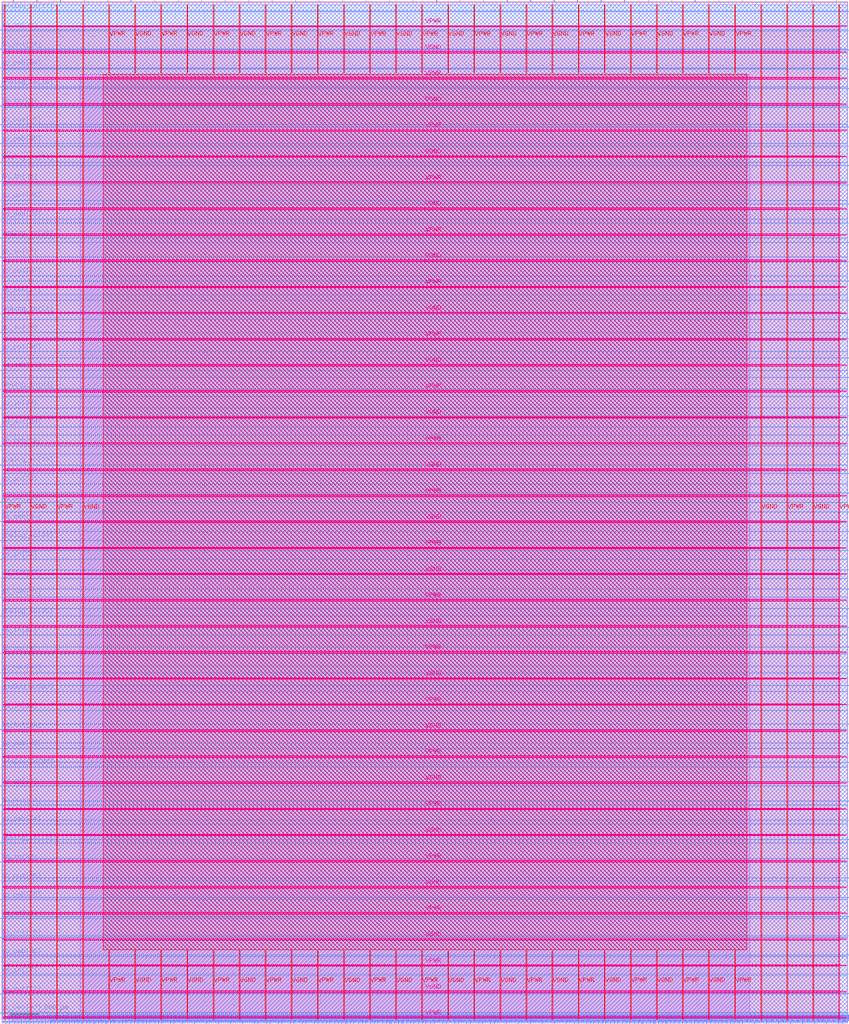
<source format=lef>
VERSION 5.7 ;
  NOWIREEXTENSIONATPIN ON ;
  DIVIDERCHAR "/" ;
  BUSBITCHARS "[]" ;
MACRO user_project_wrapper
  CLASS BLOCK ;
  FOREIGN user_project_wrapper ;
  ORIGIN 0.000 0.000 ;
  SIZE 2920.000 BY 3520.000 ;
  PIN analog_io[0]
    DIRECTION INOUT ;
    USE SIGNAL ;
    PORT
      LAYER met3 ;
        RECT 2917.600 1426.380 2924.800 1427.580 ;
    END
  END analog_io[0]
  PIN analog_io[10]
    DIRECTION INOUT ;
    USE SIGNAL ;
    PORT
      LAYER met2 ;
        RECT 2230.490 3517.600 2231.050 3524.800 ;
    END
  END analog_io[10]
  PIN analog_io[11]
    DIRECTION INOUT ;
    USE SIGNAL ;
    PORT
      LAYER met2 ;
        RECT 1905.730 3517.600 1906.290 3524.800 ;
    END
  END analog_io[11]
  PIN analog_io[12]
    DIRECTION INOUT ;
    USE SIGNAL ;
    PORT
      LAYER met2 ;
        RECT 1581.430 3517.600 1581.990 3524.800 ;
    END
  END analog_io[12]
  PIN analog_io[13]
    DIRECTION INOUT ;
    USE SIGNAL ;
    PORT
      LAYER met2 ;
        RECT 1257.130 3517.600 1257.690 3524.800 ;
    END
  END analog_io[13]
  PIN analog_io[14]
    DIRECTION INOUT ;
    USE SIGNAL ;
    PORT
      LAYER met2 ;
        RECT 932.370 3517.600 932.930 3524.800 ;
    END
  END analog_io[14]
  PIN analog_io[15]
    DIRECTION INOUT ;
    USE SIGNAL ;
    PORT
      LAYER met2 ;
        RECT 608.070 3517.600 608.630 3524.800 ;
    END
  END analog_io[15]
  PIN analog_io[16]
    DIRECTION INOUT ;
    USE SIGNAL ;
    PORT
      LAYER met2 ;
        RECT 283.770 3517.600 284.330 3524.800 ;
    END
  END analog_io[16]
  PIN analog_io[17]
    DIRECTION INOUT ;
    USE SIGNAL ;
    PORT
      LAYER met3 ;
        RECT -4.800 3486.100 2.400 3487.300 ;
    END
  END analog_io[17]
  PIN analog_io[18]
    DIRECTION INOUT ;
    USE SIGNAL ;
    PORT
      LAYER met3 ;
        RECT -4.800 3224.980 2.400 3226.180 ;
    END
  END analog_io[18]
  PIN analog_io[19]
    DIRECTION INOUT ;
    USE SIGNAL ;
    PORT
      LAYER met3 ;
        RECT -4.800 2964.540 2.400 2965.740 ;
    END
  END analog_io[19]
  PIN analog_io[1]
    DIRECTION INOUT ;
    USE SIGNAL ;
    PORT
      LAYER met3 ;
        RECT 2917.600 1692.260 2924.800 1693.460 ;
    END
  END analog_io[1]
  PIN analog_io[20]
    DIRECTION INOUT ;
    USE SIGNAL ;
    PORT
      LAYER met3 ;
        RECT -4.800 2703.420 2.400 2704.620 ;
    END
  END analog_io[20]
  PIN analog_io[21]
    DIRECTION INOUT ;
    USE SIGNAL ;
    PORT
      LAYER met3 ;
        RECT -4.800 2442.980 2.400 2444.180 ;
    END
  END analog_io[21]
  PIN analog_io[22]
    DIRECTION INOUT ;
    USE SIGNAL ;
    PORT
      LAYER met3 ;
        RECT -4.800 2182.540 2.400 2183.740 ;
    END
  END analog_io[22]
  PIN analog_io[23]
    DIRECTION INOUT ;
    USE SIGNAL ;
    PORT
      LAYER met3 ;
        RECT -4.800 1921.420 2.400 1922.620 ;
    END
  END analog_io[23]
  PIN analog_io[24]
    DIRECTION INOUT ;
    USE SIGNAL ;
    PORT
      LAYER met3 ;
        RECT -4.800 1660.980 2.400 1662.180 ;
    END
  END analog_io[24]
  PIN analog_io[25]
    DIRECTION INOUT ;
    USE SIGNAL ;
    PORT
      LAYER met3 ;
        RECT -4.800 1399.860 2.400 1401.060 ;
    END
  END analog_io[25]
  PIN analog_io[26]
    DIRECTION INOUT ;
    USE SIGNAL ;
    PORT
      LAYER met3 ;
        RECT -4.800 1139.420 2.400 1140.620 ;
    END
  END analog_io[26]
  PIN analog_io[27]
    DIRECTION INOUT ;
    USE SIGNAL ;
    PORT
      LAYER met3 ;
        RECT -4.800 878.980 2.400 880.180 ;
    END
  END analog_io[27]
  PIN analog_io[28]
    DIRECTION INOUT ;
    USE SIGNAL ;
    PORT
      LAYER met3 ;
        RECT -4.800 617.860 2.400 619.060 ;
    END
  END analog_io[28]
  PIN analog_io[2]
    DIRECTION INOUT ;
    USE SIGNAL ;
    PORT
      LAYER met3 ;
        RECT 2917.600 1958.140 2924.800 1959.340 ;
    END
  END analog_io[2]
  PIN analog_io[3]
    DIRECTION INOUT ;
    USE SIGNAL ;
    PORT
      LAYER met3 ;
        RECT 2917.600 2223.340 2924.800 2224.540 ;
    END
  END analog_io[3]
  PIN analog_io[4]
    DIRECTION INOUT ;
    USE SIGNAL ;
    PORT
      LAYER met3 ;
        RECT 2917.600 2489.220 2924.800 2490.420 ;
    END
  END analog_io[4]
  PIN analog_io[5]
    DIRECTION INOUT ;
    USE SIGNAL ;
    PORT
      LAYER met3 ;
        RECT 2917.600 2755.100 2924.800 2756.300 ;
    END
  END analog_io[5]
  PIN analog_io[6]
    DIRECTION INOUT ;
    USE SIGNAL ;
    PORT
      LAYER met3 ;
        RECT 2917.600 3020.300 2924.800 3021.500 ;
    END
  END analog_io[6]
  PIN analog_io[7]
    DIRECTION INOUT ;
    USE SIGNAL ;
    PORT
      LAYER met3 ;
        RECT 2917.600 3286.180 2924.800 3287.380 ;
    END
  END analog_io[7]
  PIN analog_io[8]
    DIRECTION INOUT ;
    USE SIGNAL ;
    PORT
      LAYER met2 ;
        RECT 2879.090 3517.600 2879.650 3524.800 ;
    END
  END analog_io[8]
  PIN analog_io[9]
    DIRECTION INOUT ;
    USE SIGNAL ;
    PORT
      LAYER met2 ;
        RECT 2554.790 3517.600 2555.350 3524.800 ;
    END
  END analog_io[9]
  PIN io_in[0]
    DIRECTION INPUT ;
    USE SIGNAL ;
    PORT
      LAYER met3 ;
        RECT 2917.600 32.380 2924.800 33.580 ;
    END
  END io_in[0]
  PIN io_in[10]
    DIRECTION INPUT ;
    USE SIGNAL ;
    PORT
      LAYER met3 ;
        RECT 2917.600 2289.980 2924.800 2291.180 ;
    END
  END io_in[10]
  PIN io_in[11]
    DIRECTION INPUT ;
    USE SIGNAL ;
    PORT
      LAYER met3 ;
        RECT 2917.600 2555.860 2924.800 2557.060 ;
    END
  END io_in[11]
  PIN io_in[12]
    DIRECTION INPUT ;
    USE SIGNAL ;
    PORT
      LAYER met3 ;
        RECT 2917.600 2821.060 2924.800 2822.260 ;
    END
  END io_in[12]
  PIN io_in[13]
    DIRECTION INPUT ;
    USE SIGNAL ;
    PORT
      LAYER met3 ;
        RECT 2917.600 3086.940 2924.800 3088.140 ;
    END
  END io_in[13]
  PIN io_in[14]
    DIRECTION INPUT ;
    USE SIGNAL ;
    PORT
      LAYER met3 ;
        RECT 2917.600 3352.820 2924.800 3354.020 ;
    END
  END io_in[14]
  PIN io_in[15]
    DIRECTION INPUT ;
    USE SIGNAL ;
    PORT
      LAYER met2 ;
        RECT 2798.130 3517.600 2798.690 3524.800 ;
    END
  END io_in[15]
  PIN io_in[16]
    DIRECTION INPUT ;
    USE SIGNAL ;
    PORT
      LAYER met2 ;
        RECT 2473.830 3517.600 2474.390 3524.800 ;
    END
  END io_in[16]
  PIN io_in[17]
    DIRECTION INPUT ;
    USE SIGNAL ;
    PORT
      LAYER met2 ;
        RECT 2149.070 3517.600 2149.630 3524.800 ;
    END
  END io_in[17]
  PIN io_in[18]
    DIRECTION INPUT ;
    USE SIGNAL ;
    PORT
      LAYER met2 ;
        RECT 1824.770 3517.600 1825.330 3524.800 ;
    END
  END io_in[18]
  PIN io_in[19]
    DIRECTION INPUT ;
    USE SIGNAL ;
    PORT
      LAYER met2 ;
        RECT 1500.470 3517.600 1501.030 3524.800 ;
    END
  END io_in[19]
  PIN io_in[1]
    DIRECTION INPUT ;
    USE SIGNAL ;
    PORT
      LAYER met3 ;
        RECT 2917.600 230.940 2924.800 232.140 ;
    END
  END io_in[1]
  PIN io_in[20]
    DIRECTION INPUT ;
    USE SIGNAL ;
    PORT
      LAYER met2 ;
        RECT 1175.710 3517.600 1176.270 3524.800 ;
    END
  END io_in[20]
  PIN io_in[21]
    DIRECTION INPUT ;
    USE SIGNAL ;
    PORT
      LAYER met2 ;
        RECT 851.410 3517.600 851.970 3524.800 ;
    END
  END io_in[21]
  PIN io_in[22]
    DIRECTION INPUT ;
    USE SIGNAL ;
    PORT
      LAYER met2 ;
        RECT 527.110 3517.600 527.670 3524.800 ;
    END
  END io_in[22]
  PIN io_in[23]
    DIRECTION INPUT ;
    USE SIGNAL ;
    PORT
      LAYER met2 ;
        RECT 202.350 3517.600 202.910 3524.800 ;
    END
  END io_in[23]
  PIN io_in[24]
    DIRECTION INPUT ;
    USE SIGNAL ;
    PORT
      LAYER met3 ;
        RECT -4.800 3420.820 2.400 3422.020 ;
    END
  END io_in[24]
  PIN io_in[25]
    DIRECTION INPUT ;
    USE SIGNAL ;
    PORT
      LAYER met3 ;
        RECT -4.800 3159.700 2.400 3160.900 ;
    END
  END io_in[25]
  PIN io_in[26]
    DIRECTION INPUT ;
    USE SIGNAL ;
    PORT
      LAYER met3 ;
        RECT -4.800 2899.260 2.400 2900.460 ;
    END
  END io_in[26]
  PIN io_in[27]
    DIRECTION INPUT ;
    USE SIGNAL ;
    PORT
      LAYER met3 ;
        RECT -4.800 2638.820 2.400 2640.020 ;
    END
  END io_in[27]
  PIN io_in[28]
    DIRECTION INPUT ;
    USE SIGNAL ;
    PORT
      LAYER met3 ;
        RECT -4.800 2377.700 2.400 2378.900 ;
    END
  END io_in[28]
  PIN io_in[29]
    DIRECTION INPUT ;
    USE SIGNAL ;
    PORT
      LAYER met3 ;
        RECT -4.800 2117.260 2.400 2118.460 ;
    END
  END io_in[29]
  PIN io_in[2]
    DIRECTION INPUT ;
    USE SIGNAL ;
    PORT
      LAYER met3 ;
        RECT 2917.600 430.180 2924.800 431.380 ;
    END
  END io_in[2]
  PIN io_in[30]
    DIRECTION INPUT ;
    USE SIGNAL ;
    PORT
      LAYER met3 ;
        RECT -4.800 1856.140 2.400 1857.340 ;
    END
  END io_in[30]
  PIN io_in[31]
    DIRECTION INPUT ;
    USE SIGNAL ;
    PORT
      LAYER met3 ;
        RECT -4.800 1595.700 2.400 1596.900 ;
    END
  END io_in[31]
  PIN io_in[32]
    DIRECTION INPUT ;
    USE SIGNAL ;
    PORT
      LAYER met3 ;
        RECT -4.800 1335.260 2.400 1336.460 ;
    END
  END io_in[32]
  PIN io_in[33]
    DIRECTION INPUT ;
    USE SIGNAL ;
    PORT
      LAYER met3 ;
        RECT -4.800 1074.140 2.400 1075.340 ;
    END
  END io_in[33]
  PIN io_in[34]
    DIRECTION INPUT ;
    USE SIGNAL ;
    PORT
      LAYER met3 ;
        RECT -4.800 813.700 2.400 814.900 ;
    END
  END io_in[34]
  PIN io_in[35]
    DIRECTION INPUT ;
    USE SIGNAL ;
    PORT
      LAYER met3 ;
        RECT -4.800 552.580 2.400 553.780 ;
    END
  END io_in[35]
  PIN io_in[36]
    DIRECTION INPUT ;
    USE SIGNAL ;
    PORT
      LAYER met3 ;
        RECT -4.800 357.420 2.400 358.620 ;
    END
  END io_in[36]
  PIN io_in[37]
    DIRECTION INPUT ;
    USE SIGNAL ;
    PORT
      LAYER met3 ;
        RECT -4.800 161.580 2.400 162.780 ;
    END
  END io_in[37]
  PIN io_in[3]
    DIRECTION INPUT ;
    USE SIGNAL ;
    PORT
      LAYER met3 ;
        RECT 2917.600 629.420 2924.800 630.620 ;
    END
  END io_in[3]
  PIN io_in[4]
    DIRECTION INPUT ;
    USE SIGNAL ;
    PORT
      LAYER met3 ;
        RECT 2917.600 828.660 2924.800 829.860 ;
    END
  END io_in[4]
  PIN io_in[5]
    DIRECTION INPUT ;
    USE SIGNAL ;
    PORT
      LAYER met3 ;
        RECT 2917.600 1027.900 2924.800 1029.100 ;
    END
  END io_in[5]
  PIN io_in[6]
    DIRECTION INPUT ;
    USE SIGNAL ;
    PORT
      LAYER met3 ;
        RECT 2917.600 1227.140 2924.800 1228.340 ;
    END
  END io_in[6]
  PIN io_in[7]
    DIRECTION INPUT ;
    USE SIGNAL ;
    PORT
      LAYER met3 ;
        RECT 2917.600 1493.020 2924.800 1494.220 ;
    END
  END io_in[7]
  PIN io_in[8]
    DIRECTION INPUT ;
    USE SIGNAL ;
    PORT
      LAYER met3 ;
        RECT 2917.600 1758.900 2924.800 1760.100 ;
    END
  END io_in[8]
  PIN io_in[9]
    DIRECTION INPUT ;
    USE SIGNAL ;
    PORT
      LAYER met3 ;
        RECT 2917.600 2024.100 2924.800 2025.300 ;
    END
  END io_in[9]
  PIN io_oeb[0]
    DIRECTION OUTPUT TRISTATE ;
    USE SIGNAL ;
    PORT
      LAYER met3 ;
        RECT 2917.600 164.980 2924.800 166.180 ;
    END
  END io_oeb[0]
  PIN io_oeb[10]
    DIRECTION OUTPUT TRISTATE ;
    USE SIGNAL ;
    PORT
      LAYER met3 ;
        RECT 2917.600 2422.580 2924.800 2423.780 ;
    END
  END io_oeb[10]
  PIN io_oeb[11]
    DIRECTION OUTPUT TRISTATE ;
    USE SIGNAL ;
    PORT
      LAYER met3 ;
        RECT 2917.600 2688.460 2924.800 2689.660 ;
    END
  END io_oeb[11]
  PIN io_oeb[12]
    DIRECTION OUTPUT TRISTATE ;
    USE SIGNAL ;
    PORT
      LAYER met3 ;
        RECT 2917.600 2954.340 2924.800 2955.540 ;
    END
  END io_oeb[12]
  PIN io_oeb[13]
    DIRECTION OUTPUT TRISTATE ;
    USE SIGNAL ;
    PORT
      LAYER met3 ;
        RECT 2917.600 3219.540 2924.800 3220.740 ;
    END
  END io_oeb[13]
  PIN io_oeb[14]
    DIRECTION OUTPUT TRISTATE ;
    USE SIGNAL ;
    PORT
      LAYER met3 ;
        RECT 2917.600 3485.420 2924.800 3486.620 ;
    END
  END io_oeb[14]
  PIN io_oeb[15]
    DIRECTION OUTPUT TRISTATE ;
    USE SIGNAL ;
    PORT
      LAYER met2 ;
        RECT 2635.750 3517.600 2636.310 3524.800 ;
    END
  END io_oeb[15]
  PIN io_oeb[16]
    DIRECTION OUTPUT TRISTATE ;
    USE SIGNAL ;
    PORT
      LAYER met2 ;
        RECT 2311.450 3517.600 2312.010 3524.800 ;
    END
  END io_oeb[16]
  PIN io_oeb[17]
    DIRECTION OUTPUT TRISTATE ;
    USE SIGNAL ;
    PORT
      LAYER met2 ;
        RECT 1987.150 3517.600 1987.710 3524.800 ;
    END
  END io_oeb[17]
  PIN io_oeb[18]
    DIRECTION OUTPUT TRISTATE ;
    USE SIGNAL ;
    PORT
      LAYER met2 ;
        RECT 1662.390 3517.600 1662.950 3524.800 ;
    END
  END io_oeb[18]
  PIN io_oeb[19]
    DIRECTION OUTPUT TRISTATE ;
    USE SIGNAL ;
    PORT
      LAYER met2 ;
        RECT 1338.090 3517.600 1338.650 3524.800 ;
    END
  END io_oeb[19]
  PIN io_oeb[1]
    DIRECTION OUTPUT TRISTATE ;
    USE SIGNAL ;
    PORT
      LAYER met3 ;
        RECT 2917.600 364.220 2924.800 365.420 ;
    END
  END io_oeb[1]
  PIN io_oeb[20]
    DIRECTION OUTPUT TRISTATE ;
    USE SIGNAL ;
    PORT
      LAYER met2 ;
        RECT 1013.790 3517.600 1014.350 3524.800 ;
    END
  END io_oeb[20]
  PIN io_oeb[21]
    DIRECTION OUTPUT TRISTATE ;
    USE SIGNAL ;
    PORT
      LAYER met2 ;
        RECT 689.030 3517.600 689.590 3524.800 ;
    END
  END io_oeb[21]
  PIN io_oeb[22]
    DIRECTION OUTPUT TRISTATE ;
    USE SIGNAL ;
    PORT
      LAYER met2 ;
        RECT 364.730 3517.600 365.290 3524.800 ;
    END
  END io_oeb[22]
  PIN io_oeb[23]
    DIRECTION OUTPUT TRISTATE ;
    USE SIGNAL ;
    PORT
      LAYER met2 ;
        RECT 40.430 3517.600 40.990 3524.800 ;
    END
  END io_oeb[23]
  PIN io_oeb[24]
    DIRECTION OUTPUT TRISTATE ;
    USE SIGNAL ;
    PORT
      LAYER met3 ;
        RECT -4.800 3290.260 2.400 3291.460 ;
    END
  END io_oeb[24]
  PIN io_oeb[25]
    DIRECTION OUTPUT TRISTATE ;
    USE SIGNAL ;
    PORT
      LAYER met3 ;
        RECT -4.800 3029.820 2.400 3031.020 ;
    END
  END io_oeb[25]
  PIN io_oeb[26]
    DIRECTION OUTPUT TRISTATE ;
    USE SIGNAL ;
    PORT
      LAYER met3 ;
        RECT -4.800 2768.700 2.400 2769.900 ;
    END
  END io_oeb[26]
  PIN io_oeb[27]
    DIRECTION OUTPUT TRISTATE ;
    USE SIGNAL ;
    PORT
      LAYER met3 ;
        RECT -4.800 2508.260 2.400 2509.460 ;
    END
  END io_oeb[27]
  PIN io_oeb[28]
    DIRECTION OUTPUT TRISTATE ;
    USE SIGNAL ;
    PORT
      LAYER met3 ;
        RECT -4.800 2247.140 2.400 2248.340 ;
    END
  END io_oeb[28]
  PIN io_oeb[29]
    DIRECTION OUTPUT TRISTATE ;
    USE SIGNAL ;
    PORT
      LAYER met3 ;
        RECT -4.800 1986.700 2.400 1987.900 ;
    END
  END io_oeb[29]
  PIN io_oeb[2]
    DIRECTION OUTPUT TRISTATE ;
    USE SIGNAL ;
    PORT
      LAYER met3 ;
        RECT 2917.600 563.460 2924.800 564.660 ;
    END
  END io_oeb[2]
  PIN io_oeb[30]
    DIRECTION OUTPUT TRISTATE ;
    USE SIGNAL ;
    PORT
      LAYER met3 ;
        RECT -4.800 1726.260 2.400 1727.460 ;
    END
  END io_oeb[30]
  PIN io_oeb[31]
    DIRECTION OUTPUT TRISTATE ;
    USE SIGNAL ;
    PORT
      LAYER met3 ;
        RECT -4.800 1465.140 2.400 1466.340 ;
    END
  END io_oeb[31]
  PIN io_oeb[32]
    DIRECTION OUTPUT TRISTATE ;
    USE SIGNAL ;
    PORT
      LAYER met3 ;
        RECT -4.800 1204.700 2.400 1205.900 ;
    END
  END io_oeb[32]
  PIN io_oeb[33]
    DIRECTION OUTPUT TRISTATE ;
    USE SIGNAL ;
    PORT
      LAYER met3 ;
        RECT -4.800 943.580 2.400 944.780 ;
    END
  END io_oeb[33]
  PIN io_oeb[34]
    DIRECTION OUTPUT TRISTATE ;
    USE SIGNAL ;
    PORT
      LAYER met3 ;
        RECT -4.800 683.140 2.400 684.340 ;
    END
  END io_oeb[34]
  PIN io_oeb[35]
    DIRECTION OUTPUT TRISTATE ;
    USE SIGNAL ;
    PORT
      LAYER met3 ;
        RECT -4.800 422.700 2.400 423.900 ;
    END
  END io_oeb[35]
  PIN io_oeb[36]
    DIRECTION OUTPUT TRISTATE ;
    USE SIGNAL ;
    PORT
      LAYER met3 ;
        RECT -4.800 226.860 2.400 228.060 ;
    END
  END io_oeb[36]
  PIN io_oeb[37]
    DIRECTION OUTPUT TRISTATE ;
    USE SIGNAL ;
    PORT
      LAYER met3 ;
        RECT -4.800 31.700 2.400 32.900 ;
    END
  END io_oeb[37]
  PIN io_oeb[3]
    DIRECTION OUTPUT TRISTATE ;
    USE SIGNAL ;
    PORT
      LAYER met3 ;
        RECT 2917.600 762.700 2924.800 763.900 ;
    END
  END io_oeb[3]
  PIN io_oeb[4]
    DIRECTION OUTPUT TRISTATE ;
    USE SIGNAL ;
    PORT
      LAYER met3 ;
        RECT 2917.600 961.940 2924.800 963.140 ;
    END
  END io_oeb[4]
  PIN io_oeb[5]
    DIRECTION OUTPUT TRISTATE ;
    USE SIGNAL ;
    PORT
      LAYER met3 ;
        RECT 2917.600 1161.180 2924.800 1162.380 ;
    END
  END io_oeb[5]
  PIN io_oeb[6]
    DIRECTION OUTPUT TRISTATE ;
    USE SIGNAL ;
    PORT
      LAYER met3 ;
        RECT 2917.600 1360.420 2924.800 1361.620 ;
    END
  END io_oeb[6]
  PIN io_oeb[7]
    DIRECTION OUTPUT TRISTATE ;
    USE SIGNAL ;
    PORT
      LAYER met3 ;
        RECT 2917.600 1625.620 2924.800 1626.820 ;
    END
  END io_oeb[7]
  PIN io_oeb[8]
    DIRECTION OUTPUT TRISTATE ;
    USE SIGNAL ;
    PORT
      LAYER met3 ;
        RECT 2917.600 1891.500 2924.800 1892.700 ;
    END
  END io_oeb[8]
  PIN io_oeb[9]
    DIRECTION OUTPUT TRISTATE ;
    USE SIGNAL ;
    PORT
      LAYER met3 ;
        RECT 2917.600 2157.380 2924.800 2158.580 ;
    END
  END io_oeb[9]
  PIN io_out[0]
    DIRECTION OUTPUT TRISTATE ;
    USE SIGNAL ;
    PORT
      LAYER met3 ;
        RECT 2917.600 98.340 2924.800 99.540 ;
    END
  END io_out[0]
  PIN io_out[10]
    DIRECTION OUTPUT TRISTATE ;
    USE SIGNAL ;
    PORT
      LAYER met3 ;
        RECT 2917.600 2356.620 2924.800 2357.820 ;
    END
  END io_out[10]
  PIN io_out[11]
    DIRECTION OUTPUT TRISTATE ;
    USE SIGNAL ;
    PORT
      LAYER met3 ;
        RECT 2917.600 2621.820 2924.800 2623.020 ;
    END
  END io_out[11]
  PIN io_out[12]
    DIRECTION OUTPUT TRISTATE ;
    USE SIGNAL ;
    PORT
      LAYER met3 ;
        RECT 2917.600 2887.700 2924.800 2888.900 ;
    END
  END io_out[12]
  PIN io_out[13]
    DIRECTION OUTPUT TRISTATE ;
    USE SIGNAL ;
    PORT
      LAYER met3 ;
        RECT 2917.600 3153.580 2924.800 3154.780 ;
    END
  END io_out[13]
  PIN io_out[14]
    DIRECTION OUTPUT TRISTATE ;
    USE SIGNAL ;
    PORT
      LAYER met3 ;
        RECT 2917.600 3418.780 2924.800 3419.980 ;
    END
  END io_out[14]
  PIN io_out[15]
    DIRECTION OUTPUT TRISTATE ;
    USE SIGNAL ;
    PORT
      LAYER met2 ;
        RECT 2717.170 3517.600 2717.730 3524.800 ;
    END
  END io_out[15]
  PIN io_out[16]
    DIRECTION OUTPUT TRISTATE ;
    USE SIGNAL ;
    PORT
      LAYER met2 ;
        RECT 2392.410 3517.600 2392.970 3524.800 ;
    END
  END io_out[16]
  PIN io_out[17]
    DIRECTION OUTPUT TRISTATE ;
    USE SIGNAL ;
    PORT
      LAYER met2 ;
        RECT 2068.110 3517.600 2068.670 3524.800 ;
    END
  END io_out[17]
  PIN io_out[18]
    DIRECTION OUTPUT TRISTATE ;
    USE SIGNAL ;
    PORT
      LAYER met2 ;
        RECT 1743.810 3517.600 1744.370 3524.800 ;
    END
  END io_out[18]
  PIN io_out[19]
    DIRECTION OUTPUT TRISTATE ;
    USE SIGNAL ;
    PORT
      LAYER met2 ;
        RECT 1419.050 3517.600 1419.610 3524.800 ;
    END
  END io_out[19]
  PIN io_out[1]
    DIRECTION OUTPUT TRISTATE ;
    USE SIGNAL ;
    PORT
      LAYER met3 ;
        RECT 2917.600 297.580 2924.800 298.780 ;
    END
  END io_out[1]
  PIN io_out[20]
    DIRECTION OUTPUT TRISTATE ;
    USE SIGNAL ;
    PORT
      LAYER met2 ;
        RECT 1094.750 3517.600 1095.310 3524.800 ;
    END
  END io_out[20]
  PIN io_out[21]
    DIRECTION OUTPUT TRISTATE ;
    USE SIGNAL ;
    PORT
      LAYER met2 ;
        RECT 770.450 3517.600 771.010 3524.800 ;
    END
  END io_out[21]
  PIN io_out[22]
    DIRECTION OUTPUT TRISTATE ;
    USE SIGNAL ;
    PORT
      LAYER met2 ;
        RECT 445.690 3517.600 446.250 3524.800 ;
    END
  END io_out[22]
  PIN io_out[23]
    DIRECTION OUTPUT TRISTATE ;
    USE SIGNAL ;
    PORT
      LAYER met2 ;
        RECT 121.390 3517.600 121.950 3524.800 ;
    END
  END io_out[23]
  PIN io_out[24]
    DIRECTION OUTPUT TRISTATE ;
    USE SIGNAL ;
    PORT
      LAYER met3 ;
        RECT -4.800 3355.540 2.400 3356.740 ;
    END
  END io_out[24]
  PIN io_out[25]
    DIRECTION OUTPUT TRISTATE ;
    USE SIGNAL ;
    PORT
      LAYER met3 ;
        RECT -4.800 3095.100 2.400 3096.300 ;
    END
  END io_out[25]
  PIN io_out[26]
    DIRECTION OUTPUT TRISTATE ;
    USE SIGNAL ;
    PORT
      LAYER met3 ;
        RECT -4.800 2833.980 2.400 2835.180 ;
    END
  END io_out[26]
  PIN io_out[27]
    DIRECTION OUTPUT TRISTATE ;
    USE SIGNAL ;
    PORT
      LAYER met3 ;
        RECT -4.800 2573.540 2.400 2574.740 ;
    END
  END io_out[27]
  PIN io_out[28]
    DIRECTION OUTPUT TRISTATE ;
    USE SIGNAL ;
    PORT
      LAYER met3 ;
        RECT -4.800 2312.420 2.400 2313.620 ;
    END
  END io_out[28]
  PIN io_out[29]
    DIRECTION OUTPUT TRISTATE ;
    USE SIGNAL ;
    PORT
      LAYER met3 ;
        RECT -4.800 2051.980 2.400 2053.180 ;
    END
  END io_out[29]
  PIN io_out[2]
    DIRECTION OUTPUT TRISTATE ;
    USE SIGNAL ;
    PORT
      LAYER met3 ;
        RECT 2917.600 496.820 2924.800 498.020 ;
    END
  END io_out[2]
  PIN io_out[30]
    DIRECTION OUTPUT TRISTATE ;
    USE SIGNAL ;
    PORT
      LAYER met3 ;
        RECT -4.800 1791.540 2.400 1792.740 ;
    END
  END io_out[30]
  PIN io_out[31]
    DIRECTION OUTPUT TRISTATE ;
    USE SIGNAL ;
    PORT
      LAYER met3 ;
        RECT -4.800 1530.420 2.400 1531.620 ;
    END
  END io_out[31]
  PIN io_out[32]
    DIRECTION OUTPUT TRISTATE ;
    USE SIGNAL ;
    PORT
      LAYER met3 ;
        RECT -4.800 1269.980 2.400 1271.180 ;
    END
  END io_out[32]
  PIN io_out[33]
    DIRECTION OUTPUT TRISTATE ;
    USE SIGNAL ;
    PORT
      LAYER met3 ;
        RECT -4.800 1008.860 2.400 1010.060 ;
    END
  END io_out[33]
  PIN io_out[34]
    DIRECTION OUTPUT TRISTATE ;
    USE SIGNAL ;
    PORT
      LAYER met3 ;
        RECT -4.800 748.420 2.400 749.620 ;
    END
  END io_out[34]
  PIN io_out[35]
    DIRECTION OUTPUT TRISTATE ;
    USE SIGNAL ;
    PORT
      LAYER met3 ;
        RECT -4.800 487.300 2.400 488.500 ;
    END
  END io_out[35]
  PIN io_out[36]
    DIRECTION OUTPUT TRISTATE ;
    USE SIGNAL ;
    PORT
      LAYER met3 ;
        RECT -4.800 292.140 2.400 293.340 ;
    END
  END io_out[36]
  PIN io_out[37]
    DIRECTION OUTPUT TRISTATE ;
    USE SIGNAL ;
    PORT
      LAYER met3 ;
        RECT -4.800 96.300 2.400 97.500 ;
    END
  END io_out[37]
  PIN io_out[3]
    DIRECTION OUTPUT TRISTATE ;
    USE SIGNAL ;
    PORT
      LAYER met3 ;
        RECT 2917.600 696.060 2924.800 697.260 ;
    END
  END io_out[3]
  PIN io_out[4]
    DIRECTION OUTPUT TRISTATE ;
    USE SIGNAL ;
    PORT
      LAYER met3 ;
        RECT 2917.600 895.300 2924.800 896.500 ;
    END
  END io_out[4]
  PIN io_out[5]
    DIRECTION OUTPUT TRISTATE ;
    USE SIGNAL ;
    PORT
      LAYER met3 ;
        RECT 2917.600 1094.540 2924.800 1095.740 ;
    END
  END io_out[5]
  PIN io_out[6]
    DIRECTION OUTPUT TRISTATE ;
    USE SIGNAL ;
    PORT
      LAYER met3 ;
        RECT 2917.600 1293.780 2924.800 1294.980 ;
    END
  END io_out[6]
  PIN io_out[7]
    DIRECTION OUTPUT TRISTATE ;
    USE SIGNAL ;
    PORT
      LAYER met3 ;
        RECT 2917.600 1559.660 2924.800 1560.860 ;
    END
  END io_out[7]
  PIN io_out[8]
    DIRECTION OUTPUT TRISTATE ;
    USE SIGNAL ;
    PORT
      LAYER met3 ;
        RECT 2917.600 1824.860 2924.800 1826.060 ;
    END
  END io_out[8]
  PIN io_out[9]
    DIRECTION OUTPUT TRISTATE ;
    USE SIGNAL ;
    PORT
      LAYER met3 ;
        RECT 2917.600 2090.740 2924.800 2091.940 ;
    END
  END io_out[9]
  PIN la_data_in[0]
    DIRECTION INPUT ;
    USE SIGNAL ;
    PORT
      LAYER met2 ;
        RECT 629.230 -4.800 629.790 2.400 ;
    END
  END la_data_in[0]
  PIN la_data_in[100]
    DIRECTION INPUT ;
    USE SIGNAL ;
    PORT
      LAYER met2 ;
        RECT 2402.530 -4.800 2403.090 2.400 ;
    END
  END la_data_in[100]
  PIN la_data_in[101]
    DIRECTION INPUT ;
    USE SIGNAL ;
    PORT
      LAYER met2 ;
        RECT 2420.010 -4.800 2420.570 2.400 ;
    END
  END la_data_in[101]
  PIN la_data_in[102]
    DIRECTION INPUT ;
    USE SIGNAL ;
    PORT
      LAYER met2 ;
        RECT 2437.950 -4.800 2438.510 2.400 ;
    END
  END la_data_in[102]
  PIN la_data_in[103]
    DIRECTION INPUT ;
    USE SIGNAL ;
    PORT
      LAYER met2 ;
        RECT 2455.430 -4.800 2455.990 2.400 ;
    END
  END la_data_in[103]
  PIN la_data_in[104]
    DIRECTION INPUT ;
    USE SIGNAL ;
    PORT
      LAYER met2 ;
        RECT 2473.370 -4.800 2473.930 2.400 ;
    END
  END la_data_in[104]
  PIN la_data_in[105]
    DIRECTION INPUT ;
    USE SIGNAL ;
    PORT
      LAYER met2 ;
        RECT 2490.850 -4.800 2491.410 2.400 ;
    END
  END la_data_in[105]
  PIN la_data_in[106]
    DIRECTION INPUT ;
    USE SIGNAL ;
    PORT
      LAYER met2 ;
        RECT 2508.790 -4.800 2509.350 2.400 ;
    END
  END la_data_in[106]
  PIN la_data_in[107]
    DIRECTION INPUT ;
    USE SIGNAL ;
    PORT
      LAYER met2 ;
        RECT 2526.730 -4.800 2527.290 2.400 ;
    END
  END la_data_in[107]
  PIN la_data_in[108]
    DIRECTION INPUT ;
    USE SIGNAL ;
    PORT
      LAYER met2 ;
        RECT 2544.210 -4.800 2544.770 2.400 ;
    END
  END la_data_in[108]
  PIN la_data_in[109]
    DIRECTION INPUT ;
    USE SIGNAL ;
    PORT
      LAYER met2 ;
        RECT 2562.150 -4.800 2562.710 2.400 ;
    END
  END la_data_in[109]
  PIN la_data_in[10]
    DIRECTION INPUT ;
    USE SIGNAL ;
    PORT
      LAYER met2 ;
        RECT 806.330 -4.800 806.890 2.400 ;
    END
  END la_data_in[10]
  PIN la_data_in[110]
    DIRECTION INPUT ;
    USE SIGNAL ;
    PORT
      LAYER met2 ;
        RECT 2579.630 -4.800 2580.190 2.400 ;
    END
  END la_data_in[110]
  PIN la_data_in[111]
    DIRECTION INPUT ;
    USE SIGNAL ;
    PORT
      LAYER met2 ;
        RECT 2597.570 -4.800 2598.130 2.400 ;
    END
  END la_data_in[111]
  PIN la_data_in[112]
    DIRECTION INPUT ;
    USE SIGNAL ;
    PORT
      LAYER met2 ;
        RECT 2615.050 -4.800 2615.610 2.400 ;
    END
  END la_data_in[112]
  PIN la_data_in[113]
    DIRECTION INPUT ;
    USE SIGNAL ;
    PORT
      LAYER met2 ;
        RECT 2632.990 -4.800 2633.550 2.400 ;
    END
  END la_data_in[113]
  PIN la_data_in[114]
    DIRECTION INPUT ;
    USE SIGNAL ;
    PORT
      LAYER met2 ;
        RECT 2650.470 -4.800 2651.030 2.400 ;
    END
  END la_data_in[114]
  PIN la_data_in[115]
    DIRECTION INPUT ;
    USE SIGNAL ;
    PORT
      LAYER met2 ;
        RECT 2668.410 -4.800 2668.970 2.400 ;
    END
  END la_data_in[115]
  PIN la_data_in[116]
    DIRECTION INPUT ;
    USE SIGNAL ;
    PORT
      LAYER met2 ;
        RECT 2685.890 -4.800 2686.450 2.400 ;
    END
  END la_data_in[116]
  PIN la_data_in[117]
    DIRECTION INPUT ;
    USE SIGNAL ;
    PORT
      LAYER met2 ;
        RECT 2703.830 -4.800 2704.390 2.400 ;
    END
  END la_data_in[117]
  PIN la_data_in[118]
    DIRECTION INPUT ;
    USE SIGNAL ;
    PORT
      LAYER met2 ;
        RECT 2721.770 -4.800 2722.330 2.400 ;
    END
  END la_data_in[118]
  PIN la_data_in[119]
    DIRECTION INPUT ;
    USE SIGNAL ;
    PORT
      LAYER met2 ;
        RECT 2739.250 -4.800 2739.810 2.400 ;
    END
  END la_data_in[119]
  PIN la_data_in[11]
    DIRECTION INPUT ;
    USE SIGNAL ;
    PORT
      LAYER met2 ;
        RECT 824.270 -4.800 824.830 2.400 ;
    END
  END la_data_in[11]
  PIN la_data_in[120]
    DIRECTION INPUT ;
    USE SIGNAL ;
    PORT
      LAYER met2 ;
        RECT 2757.190 -4.800 2757.750 2.400 ;
    END
  END la_data_in[120]
  PIN la_data_in[121]
    DIRECTION INPUT ;
    USE SIGNAL ;
    PORT
      LAYER met2 ;
        RECT 2774.670 -4.800 2775.230 2.400 ;
    END
  END la_data_in[121]
  PIN la_data_in[122]
    DIRECTION INPUT ;
    USE SIGNAL ;
    PORT
      LAYER met2 ;
        RECT 2792.610 -4.800 2793.170 2.400 ;
    END
  END la_data_in[122]
  PIN la_data_in[123]
    DIRECTION INPUT ;
    USE SIGNAL ;
    PORT
      LAYER met2 ;
        RECT 2810.090 -4.800 2810.650 2.400 ;
    END
  END la_data_in[123]
  PIN la_data_in[124]
    DIRECTION INPUT ;
    USE SIGNAL ;
    PORT
      LAYER met2 ;
        RECT 2828.030 -4.800 2828.590 2.400 ;
    END
  END la_data_in[124]
  PIN la_data_in[125]
    DIRECTION INPUT ;
    USE SIGNAL ;
    PORT
      LAYER met2 ;
        RECT 2845.510 -4.800 2846.070 2.400 ;
    END
  END la_data_in[125]
  PIN la_data_in[126]
    DIRECTION INPUT ;
    USE SIGNAL ;
    PORT
      LAYER met2 ;
        RECT 2863.450 -4.800 2864.010 2.400 ;
    END
  END la_data_in[126]
  PIN la_data_in[127]
    DIRECTION INPUT ;
    USE SIGNAL ;
    PORT
      LAYER met2 ;
        RECT 2881.390 -4.800 2881.950 2.400 ;
    END
  END la_data_in[127]
  PIN la_data_in[12]
    DIRECTION INPUT ;
    USE SIGNAL ;
    PORT
      LAYER met2 ;
        RECT 841.750 -4.800 842.310 2.400 ;
    END
  END la_data_in[12]
  PIN la_data_in[13]
    DIRECTION INPUT ;
    USE SIGNAL ;
    PORT
      LAYER met2 ;
        RECT 859.690 -4.800 860.250 2.400 ;
    END
  END la_data_in[13]
  PIN la_data_in[14]
    DIRECTION INPUT ;
    USE SIGNAL ;
    PORT
      LAYER met2 ;
        RECT 877.170 -4.800 877.730 2.400 ;
    END
  END la_data_in[14]
  PIN la_data_in[15]
    DIRECTION INPUT ;
    USE SIGNAL ;
    PORT
      LAYER met2 ;
        RECT 895.110 -4.800 895.670 2.400 ;
    END
  END la_data_in[15]
  PIN la_data_in[16]
    DIRECTION INPUT ;
    USE SIGNAL ;
    PORT
      LAYER met2 ;
        RECT 912.590 -4.800 913.150 2.400 ;
    END
  END la_data_in[16]
  PIN la_data_in[17]
    DIRECTION INPUT ;
    USE SIGNAL ;
    PORT
      LAYER met2 ;
        RECT 930.530 -4.800 931.090 2.400 ;
    END
  END la_data_in[17]
  PIN la_data_in[18]
    DIRECTION INPUT ;
    USE SIGNAL ;
    PORT
      LAYER met2 ;
        RECT 948.470 -4.800 949.030 2.400 ;
    END
  END la_data_in[18]
  PIN la_data_in[19]
    DIRECTION INPUT ;
    USE SIGNAL ;
    PORT
      LAYER met2 ;
        RECT 965.950 -4.800 966.510 2.400 ;
    END
  END la_data_in[19]
  PIN la_data_in[1]
    DIRECTION INPUT ;
    USE SIGNAL ;
    PORT
      LAYER met2 ;
        RECT 646.710 -4.800 647.270 2.400 ;
    END
  END la_data_in[1]
  PIN la_data_in[20]
    DIRECTION INPUT ;
    USE SIGNAL ;
    PORT
      LAYER met2 ;
        RECT 983.890 -4.800 984.450 2.400 ;
    END
  END la_data_in[20]
  PIN la_data_in[21]
    DIRECTION INPUT ;
    USE SIGNAL ;
    PORT
      LAYER met2 ;
        RECT 1001.370 -4.800 1001.930 2.400 ;
    END
  END la_data_in[21]
  PIN la_data_in[22]
    DIRECTION INPUT ;
    USE SIGNAL ;
    PORT
      LAYER met2 ;
        RECT 1019.310 -4.800 1019.870 2.400 ;
    END
  END la_data_in[22]
  PIN la_data_in[23]
    DIRECTION INPUT ;
    USE SIGNAL ;
    PORT
      LAYER met2 ;
        RECT 1036.790 -4.800 1037.350 2.400 ;
    END
  END la_data_in[23]
  PIN la_data_in[24]
    DIRECTION INPUT ;
    USE SIGNAL ;
    PORT
      LAYER met2 ;
        RECT 1054.730 -4.800 1055.290 2.400 ;
    END
  END la_data_in[24]
  PIN la_data_in[25]
    DIRECTION INPUT ;
    USE SIGNAL ;
    PORT
      LAYER met2 ;
        RECT 1072.210 -4.800 1072.770 2.400 ;
    END
  END la_data_in[25]
  PIN la_data_in[26]
    DIRECTION INPUT ;
    USE SIGNAL ;
    PORT
      LAYER met2 ;
        RECT 1090.150 -4.800 1090.710 2.400 ;
    END
  END la_data_in[26]
  PIN la_data_in[27]
    DIRECTION INPUT ;
    USE SIGNAL ;
    PORT
      LAYER met2 ;
        RECT 1107.630 -4.800 1108.190 2.400 ;
    END
  END la_data_in[27]
  PIN la_data_in[28]
    DIRECTION INPUT ;
    USE SIGNAL ;
    PORT
      LAYER met2 ;
        RECT 1125.570 -4.800 1126.130 2.400 ;
    END
  END la_data_in[28]
  PIN la_data_in[29]
    DIRECTION INPUT ;
    USE SIGNAL ;
    PORT
      LAYER met2 ;
        RECT 1143.510 -4.800 1144.070 2.400 ;
    END
  END la_data_in[29]
  PIN la_data_in[2]
    DIRECTION INPUT ;
    USE SIGNAL ;
    PORT
      LAYER met2 ;
        RECT 664.650 -4.800 665.210 2.400 ;
    END
  END la_data_in[2]
  PIN la_data_in[30]
    DIRECTION INPUT ;
    USE SIGNAL ;
    PORT
      LAYER met2 ;
        RECT 1160.990 -4.800 1161.550 2.400 ;
    END
  END la_data_in[30]
  PIN la_data_in[31]
    DIRECTION INPUT ;
    USE SIGNAL ;
    PORT
      LAYER met2 ;
        RECT 1178.930 -4.800 1179.490 2.400 ;
    END
  END la_data_in[31]
  PIN la_data_in[32]
    DIRECTION INPUT ;
    USE SIGNAL ;
    PORT
      LAYER met2 ;
        RECT 1196.410 -4.800 1196.970 2.400 ;
    END
  END la_data_in[32]
  PIN la_data_in[33]
    DIRECTION INPUT ;
    USE SIGNAL ;
    PORT
      LAYER met2 ;
        RECT 1214.350 -4.800 1214.910 2.400 ;
    END
  END la_data_in[33]
  PIN la_data_in[34]
    DIRECTION INPUT ;
    USE SIGNAL ;
    PORT
      LAYER met2 ;
        RECT 1231.830 -4.800 1232.390 2.400 ;
    END
  END la_data_in[34]
  PIN la_data_in[35]
    DIRECTION INPUT ;
    USE SIGNAL ;
    PORT
      LAYER met2 ;
        RECT 1249.770 -4.800 1250.330 2.400 ;
    END
  END la_data_in[35]
  PIN la_data_in[36]
    DIRECTION INPUT ;
    USE SIGNAL ;
    PORT
      LAYER met2 ;
        RECT 1267.250 -4.800 1267.810 2.400 ;
    END
  END la_data_in[36]
  PIN la_data_in[37]
    DIRECTION INPUT ;
    USE SIGNAL ;
    PORT
      LAYER met2 ;
        RECT 1285.190 -4.800 1285.750 2.400 ;
    END
  END la_data_in[37]
  PIN la_data_in[38]
    DIRECTION INPUT ;
    USE SIGNAL ;
    PORT
      LAYER met2 ;
        RECT 1303.130 -4.800 1303.690 2.400 ;
    END
  END la_data_in[38]
  PIN la_data_in[39]
    DIRECTION INPUT ;
    USE SIGNAL ;
    PORT
      LAYER met2 ;
        RECT 1320.610 -4.800 1321.170 2.400 ;
    END
  END la_data_in[39]
  PIN la_data_in[3]
    DIRECTION INPUT ;
    USE SIGNAL ;
    PORT
      LAYER met2 ;
        RECT 682.130 -4.800 682.690 2.400 ;
    END
  END la_data_in[3]
  PIN la_data_in[40]
    DIRECTION INPUT ;
    USE SIGNAL ;
    PORT
      LAYER met2 ;
        RECT 1338.550 -4.800 1339.110 2.400 ;
    END
  END la_data_in[40]
  PIN la_data_in[41]
    DIRECTION INPUT ;
    USE SIGNAL ;
    PORT
      LAYER met2 ;
        RECT 1356.030 -4.800 1356.590 2.400 ;
    END
  END la_data_in[41]
  PIN la_data_in[42]
    DIRECTION INPUT ;
    USE SIGNAL ;
    PORT
      LAYER met2 ;
        RECT 1373.970 -4.800 1374.530 2.400 ;
    END
  END la_data_in[42]
  PIN la_data_in[43]
    DIRECTION INPUT ;
    USE SIGNAL ;
    PORT
      LAYER met2 ;
        RECT 1391.450 -4.800 1392.010 2.400 ;
    END
  END la_data_in[43]
  PIN la_data_in[44]
    DIRECTION INPUT ;
    USE SIGNAL ;
    PORT
      LAYER met2 ;
        RECT 1409.390 -4.800 1409.950 2.400 ;
    END
  END la_data_in[44]
  PIN la_data_in[45]
    DIRECTION INPUT ;
    USE SIGNAL ;
    PORT
      LAYER met2 ;
        RECT 1426.870 -4.800 1427.430 2.400 ;
    END
  END la_data_in[45]
  PIN la_data_in[46]
    DIRECTION INPUT ;
    USE SIGNAL ;
    PORT
      LAYER met2 ;
        RECT 1444.810 -4.800 1445.370 2.400 ;
    END
  END la_data_in[46]
  PIN la_data_in[47]
    DIRECTION INPUT ;
    USE SIGNAL ;
    PORT
      LAYER met2 ;
        RECT 1462.750 -4.800 1463.310 2.400 ;
    END
  END la_data_in[47]
  PIN la_data_in[48]
    DIRECTION INPUT ;
    USE SIGNAL ;
    PORT
      LAYER met2 ;
        RECT 1480.230 -4.800 1480.790 2.400 ;
    END
  END la_data_in[48]
  PIN la_data_in[49]
    DIRECTION INPUT ;
    USE SIGNAL ;
    PORT
      LAYER met2 ;
        RECT 1498.170 -4.800 1498.730 2.400 ;
    END
  END la_data_in[49]
  PIN la_data_in[4]
    DIRECTION INPUT ;
    USE SIGNAL ;
    PORT
      LAYER met2 ;
        RECT 700.070 -4.800 700.630 2.400 ;
    END
  END la_data_in[4]
  PIN la_data_in[50]
    DIRECTION INPUT ;
    USE SIGNAL ;
    PORT
      LAYER met2 ;
        RECT 1515.650 -4.800 1516.210 2.400 ;
    END
  END la_data_in[50]
  PIN la_data_in[51]
    DIRECTION INPUT ;
    USE SIGNAL ;
    PORT
      LAYER met2 ;
        RECT 1533.590 -4.800 1534.150 2.400 ;
    END
  END la_data_in[51]
  PIN la_data_in[52]
    DIRECTION INPUT ;
    USE SIGNAL ;
    PORT
      LAYER met2 ;
        RECT 1551.070 -4.800 1551.630 2.400 ;
    END
  END la_data_in[52]
  PIN la_data_in[53]
    DIRECTION INPUT ;
    USE SIGNAL ;
    PORT
      LAYER met2 ;
        RECT 1569.010 -4.800 1569.570 2.400 ;
    END
  END la_data_in[53]
  PIN la_data_in[54]
    DIRECTION INPUT ;
    USE SIGNAL ;
    PORT
      LAYER met2 ;
        RECT 1586.490 -4.800 1587.050 2.400 ;
    END
  END la_data_in[54]
  PIN la_data_in[55]
    DIRECTION INPUT ;
    USE SIGNAL ;
    PORT
      LAYER met2 ;
        RECT 1604.430 -4.800 1604.990 2.400 ;
    END
  END la_data_in[55]
  PIN la_data_in[56]
    DIRECTION INPUT ;
    USE SIGNAL ;
    PORT
      LAYER met2 ;
        RECT 1621.910 -4.800 1622.470 2.400 ;
    END
  END la_data_in[56]
  PIN la_data_in[57]
    DIRECTION INPUT ;
    USE SIGNAL ;
    PORT
      LAYER met2 ;
        RECT 1639.850 -4.800 1640.410 2.400 ;
    END
  END la_data_in[57]
  PIN la_data_in[58]
    DIRECTION INPUT ;
    USE SIGNAL ;
    PORT
      LAYER met2 ;
        RECT 1657.790 -4.800 1658.350 2.400 ;
    END
  END la_data_in[58]
  PIN la_data_in[59]
    DIRECTION INPUT ;
    USE SIGNAL ;
    PORT
      LAYER met2 ;
        RECT 1675.270 -4.800 1675.830 2.400 ;
    END
  END la_data_in[59]
  PIN la_data_in[5]
    DIRECTION INPUT ;
    USE SIGNAL ;
    PORT
      LAYER met2 ;
        RECT 717.550 -4.800 718.110 2.400 ;
    END
  END la_data_in[5]
  PIN la_data_in[60]
    DIRECTION INPUT ;
    USE SIGNAL ;
    PORT
      LAYER met2 ;
        RECT 1693.210 -4.800 1693.770 2.400 ;
    END
  END la_data_in[60]
  PIN la_data_in[61]
    DIRECTION INPUT ;
    USE SIGNAL ;
    PORT
      LAYER met2 ;
        RECT 1710.690 -4.800 1711.250 2.400 ;
    END
  END la_data_in[61]
  PIN la_data_in[62]
    DIRECTION INPUT ;
    USE SIGNAL ;
    PORT
      LAYER met2 ;
        RECT 1728.630 -4.800 1729.190 2.400 ;
    END
  END la_data_in[62]
  PIN la_data_in[63]
    DIRECTION INPUT ;
    USE SIGNAL ;
    PORT
      LAYER met2 ;
        RECT 1746.110 -4.800 1746.670 2.400 ;
    END
  END la_data_in[63]
  PIN la_data_in[64]
    DIRECTION INPUT ;
    USE SIGNAL ;
    PORT
      LAYER met2 ;
        RECT 1764.050 -4.800 1764.610 2.400 ;
    END
  END la_data_in[64]
  PIN la_data_in[65]
    DIRECTION INPUT ;
    USE SIGNAL ;
    PORT
      LAYER met2 ;
        RECT 1781.530 -4.800 1782.090 2.400 ;
    END
  END la_data_in[65]
  PIN la_data_in[66]
    DIRECTION INPUT ;
    USE SIGNAL ;
    PORT
      LAYER met2 ;
        RECT 1799.470 -4.800 1800.030 2.400 ;
    END
  END la_data_in[66]
  PIN la_data_in[67]
    DIRECTION INPUT ;
    USE SIGNAL ;
    PORT
      LAYER met2 ;
        RECT 1817.410 -4.800 1817.970 2.400 ;
    END
  END la_data_in[67]
  PIN la_data_in[68]
    DIRECTION INPUT ;
    USE SIGNAL ;
    PORT
      LAYER met2 ;
        RECT 1834.890 -4.800 1835.450 2.400 ;
    END
  END la_data_in[68]
  PIN la_data_in[69]
    DIRECTION INPUT ;
    USE SIGNAL ;
    PORT
      LAYER met2 ;
        RECT 1852.830 -4.800 1853.390 2.400 ;
    END
  END la_data_in[69]
  PIN la_data_in[6]
    DIRECTION INPUT ;
    USE SIGNAL ;
    PORT
      LAYER met2 ;
        RECT 735.490 -4.800 736.050 2.400 ;
    END
  END la_data_in[6]
  PIN la_data_in[70]
    DIRECTION INPUT ;
    USE SIGNAL ;
    PORT
      LAYER met2 ;
        RECT 1870.310 -4.800 1870.870 2.400 ;
    END
  END la_data_in[70]
  PIN la_data_in[71]
    DIRECTION INPUT ;
    USE SIGNAL ;
    PORT
      LAYER met2 ;
        RECT 1888.250 -4.800 1888.810 2.400 ;
    END
  END la_data_in[71]
  PIN la_data_in[72]
    DIRECTION INPUT ;
    USE SIGNAL ;
    PORT
      LAYER met2 ;
        RECT 1905.730 -4.800 1906.290 2.400 ;
    END
  END la_data_in[72]
  PIN la_data_in[73]
    DIRECTION INPUT ;
    USE SIGNAL ;
    PORT
      LAYER met2 ;
        RECT 1923.670 -4.800 1924.230 2.400 ;
    END
  END la_data_in[73]
  PIN la_data_in[74]
    DIRECTION INPUT ;
    USE SIGNAL ;
    PORT
      LAYER met2 ;
        RECT 1941.150 -4.800 1941.710 2.400 ;
    END
  END la_data_in[74]
  PIN la_data_in[75]
    DIRECTION INPUT ;
    USE SIGNAL ;
    PORT
      LAYER met2 ;
        RECT 1959.090 -4.800 1959.650 2.400 ;
    END
  END la_data_in[75]
  PIN la_data_in[76]
    DIRECTION INPUT ;
    USE SIGNAL ;
    PORT
      LAYER met2 ;
        RECT 1976.570 -4.800 1977.130 2.400 ;
    END
  END la_data_in[76]
  PIN la_data_in[77]
    DIRECTION INPUT ;
    USE SIGNAL ;
    PORT
      LAYER met2 ;
        RECT 1994.510 -4.800 1995.070 2.400 ;
    END
  END la_data_in[77]
  PIN la_data_in[78]
    DIRECTION INPUT ;
    USE SIGNAL ;
    PORT
      LAYER met2 ;
        RECT 2012.450 -4.800 2013.010 2.400 ;
    END
  END la_data_in[78]
  PIN la_data_in[79]
    DIRECTION INPUT ;
    USE SIGNAL ;
    PORT
      LAYER met2 ;
        RECT 2029.930 -4.800 2030.490 2.400 ;
    END
  END la_data_in[79]
  PIN la_data_in[7]
    DIRECTION INPUT ;
    USE SIGNAL ;
    PORT
      LAYER met2 ;
        RECT 752.970 -4.800 753.530 2.400 ;
    END
  END la_data_in[7]
  PIN la_data_in[80]
    DIRECTION INPUT ;
    USE SIGNAL ;
    PORT
      LAYER met2 ;
        RECT 2047.870 -4.800 2048.430 2.400 ;
    END
  END la_data_in[80]
  PIN la_data_in[81]
    DIRECTION INPUT ;
    USE SIGNAL ;
    PORT
      LAYER met2 ;
        RECT 2065.350 -4.800 2065.910 2.400 ;
    END
  END la_data_in[81]
  PIN la_data_in[82]
    DIRECTION INPUT ;
    USE SIGNAL ;
    PORT
      LAYER met2 ;
        RECT 2083.290 -4.800 2083.850 2.400 ;
    END
  END la_data_in[82]
  PIN la_data_in[83]
    DIRECTION INPUT ;
    USE SIGNAL ;
    PORT
      LAYER met2 ;
        RECT 2100.770 -4.800 2101.330 2.400 ;
    END
  END la_data_in[83]
  PIN la_data_in[84]
    DIRECTION INPUT ;
    USE SIGNAL ;
    PORT
      LAYER met2 ;
        RECT 2118.710 -4.800 2119.270 2.400 ;
    END
  END la_data_in[84]
  PIN la_data_in[85]
    DIRECTION INPUT ;
    USE SIGNAL ;
    PORT
      LAYER met2 ;
        RECT 2136.190 -4.800 2136.750 2.400 ;
    END
  END la_data_in[85]
  PIN la_data_in[86]
    DIRECTION INPUT ;
    USE SIGNAL ;
    PORT
      LAYER met2 ;
        RECT 2154.130 -4.800 2154.690 2.400 ;
    END
  END la_data_in[86]
  PIN la_data_in[87]
    DIRECTION INPUT ;
    USE SIGNAL ;
    PORT
      LAYER met2 ;
        RECT 2172.070 -4.800 2172.630 2.400 ;
    END
  END la_data_in[87]
  PIN la_data_in[88]
    DIRECTION INPUT ;
    USE SIGNAL ;
    PORT
      LAYER met2 ;
        RECT 2189.550 -4.800 2190.110 2.400 ;
    END
  END la_data_in[88]
  PIN la_data_in[89]
    DIRECTION INPUT ;
    USE SIGNAL ;
    PORT
      LAYER met2 ;
        RECT 2207.490 -4.800 2208.050 2.400 ;
    END
  END la_data_in[89]
  PIN la_data_in[8]
    DIRECTION INPUT ;
    USE SIGNAL ;
    PORT
      LAYER met2 ;
        RECT 770.910 -4.800 771.470 2.400 ;
    END
  END la_data_in[8]
  PIN la_data_in[90]
    DIRECTION INPUT ;
    USE SIGNAL ;
    PORT
      LAYER met2 ;
        RECT 2224.970 -4.800 2225.530 2.400 ;
    END
  END la_data_in[90]
  PIN la_data_in[91]
    DIRECTION INPUT ;
    USE SIGNAL ;
    PORT
      LAYER met2 ;
        RECT 2242.910 -4.800 2243.470 2.400 ;
    END
  END la_data_in[91]
  PIN la_data_in[92]
    DIRECTION INPUT ;
    USE SIGNAL ;
    PORT
      LAYER met2 ;
        RECT 2260.390 -4.800 2260.950 2.400 ;
    END
  END la_data_in[92]
  PIN la_data_in[93]
    DIRECTION INPUT ;
    USE SIGNAL ;
    PORT
      LAYER met2 ;
        RECT 2278.330 -4.800 2278.890 2.400 ;
    END
  END la_data_in[93]
  PIN la_data_in[94]
    DIRECTION INPUT ;
    USE SIGNAL ;
    PORT
      LAYER met2 ;
        RECT 2295.810 -4.800 2296.370 2.400 ;
    END
  END la_data_in[94]
  PIN la_data_in[95]
    DIRECTION INPUT ;
    USE SIGNAL ;
    PORT
      LAYER met2 ;
        RECT 2313.750 -4.800 2314.310 2.400 ;
    END
  END la_data_in[95]
  PIN la_data_in[96]
    DIRECTION INPUT ;
    USE SIGNAL ;
    PORT
      LAYER met2 ;
        RECT 2331.230 -4.800 2331.790 2.400 ;
    END
  END la_data_in[96]
  PIN la_data_in[97]
    DIRECTION INPUT ;
    USE SIGNAL ;
    PORT
      LAYER met2 ;
        RECT 2349.170 -4.800 2349.730 2.400 ;
    END
  END la_data_in[97]
  PIN la_data_in[98]
    DIRECTION INPUT ;
    USE SIGNAL ;
    PORT
      LAYER met2 ;
        RECT 2367.110 -4.800 2367.670 2.400 ;
    END
  END la_data_in[98]
  PIN la_data_in[99]
    DIRECTION INPUT ;
    USE SIGNAL ;
    PORT
      LAYER met2 ;
        RECT 2384.590 -4.800 2385.150 2.400 ;
    END
  END la_data_in[99]
  PIN la_data_in[9]
    DIRECTION INPUT ;
    USE SIGNAL ;
    PORT
      LAYER met2 ;
        RECT 788.850 -4.800 789.410 2.400 ;
    END
  END la_data_in[9]
  PIN la_data_out[0]
    DIRECTION OUTPUT TRISTATE ;
    USE SIGNAL ;
    PORT
      LAYER met2 ;
        RECT 634.750 -4.800 635.310 2.400 ;
    END
  END la_data_out[0]
  PIN la_data_out[100]
    DIRECTION OUTPUT TRISTATE ;
    USE SIGNAL ;
    PORT
      LAYER met2 ;
        RECT 2408.510 -4.800 2409.070 2.400 ;
    END
  END la_data_out[100]
  PIN la_data_out[101]
    DIRECTION OUTPUT TRISTATE ;
    USE SIGNAL ;
    PORT
      LAYER met2 ;
        RECT 2425.990 -4.800 2426.550 2.400 ;
    END
  END la_data_out[101]
  PIN la_data_out[102]
    DIRECTION OUTPUT TRISTATE ;
    USE SIGNAL ;
    PORT
      LAYER met2 ;
        RECT 2443.930 -4.800 2444.490 2.400 ;
    END
  END la_data_out[102]
  PIN la_data_out[103]
    DIRECTION OUTPUT TRISTATE ;
    USE SIGNAL ;
    PORT
      LAYER met2 ;
        RECT 2461.410 -4.800 2461.970 2.400 ;
    END
  END la_data_out[103]
  PIN la_data_out[104]
    DIRECTION OUTPUT TRISTATE ;
    USE SIGNAL ;
    PORT
      LAYER met2 ;
        RECT 2479.350 -4.800 2479.910 2.400 ;
    END
  END la_data_out[104]
  PIN la_data_out[105]
    DIRECTION OUTPUT TRISTATE ;
    USE SIGNAL ;
    PORT
      LAYER met2 ;
        RECT 2496.830 -4.800 2497.390 2.400 ;
    END
  END la_data_out[105]
  PIN la_data_out[106]
    DIRECTION OUTPUT TRISTATE ;
    USE SIGNAL ;
    PORT
      LAYER met2 ;
        RECT 2514.770 -4.800 2515.330 2.400 ;
    END
  END la_data_out[106]
  PIN la_data_out[107]
    DIRECTION OUTPUT TRISTATE ;
    USE SIGNAL ;
    PORT
      LAYER met2 ;
        RECT 2532.250 -4.800 2532.810 2.400 ;
    END
  END la_data_out[107]
  PIN la_data_out[108]
    DIRECTION OUTPUT TRISTATE ;
    USE SIGNAL ;
    PORT
      LAYER met2 ;
        RECT 2550.190 -4.800 2550.750 2.400 ;
    END
  END la_data_out[108]
  PIN la_data_out[109]
    DIRECTION OUTPUT TRISTATE ;
    USE SIGNAL ;
    PORT
      LAYER met2 ;
        RECT 2567.670 -4.800 2568.230 2.400 ;
    END
  END la_data_out[109]
  PIN la_data_out[10]
    DIRECTION OUTPUT TRISTATE ;
    USE SIGNAL ;
    PORT
      LAYER met2 ;
        RECT 812.310 -4.800 812.870 2.400 ;
    END
  END la_data_out[10]
  PIN la_data_out[110]
    DIRECTION OUTPUT TRISTATE ;
    USE SIGNAL ;
    PORT
      LAYER met2 ;
        RECT 2585.610 -4.800 2586.170 2.400 ;
    END
  END la_data_out[110]
  PIN la_data_out[111]
    DIRECTION OUTPUT TRISTATE ;
    USE SIGNAL ;
    PORT
      LAYER met2 ;
        RECT 2603.550 -4.800 2604.110 2.400 ;
    END
  END la_data_out[111]
  PIN la_data_out[112]
    DIRECTION OUTPUT TRISTATE ;
    USE SIGNAL ;
    PORT
      LAYER met2 ;
        RECT 2621.030 -4.800 2621.590 2.400 ;
    END
  END la_data_out[112]
  PIN la_data_out[113]
    DIRECTION OUTPUT TRISTATE ;
    USE SIGNAL ;
    PORT
      LAYER met2 ;
        RECT 2638.970 -4.800 2639.530 2.400 ;
    END
  END la_data_out[113]
  PIN la_data_out[114]
    DIRECTION OUTPUT TRISTATE ;
    USE SIGNAL ;
    PORT
      LAYER met2 ;
        RECT 2656.450 -4.800 2657.010 2.400 ;
    END
  END la_data_out[114]
  PIN la_data_out[115]
    DIRECTION OUTPUT TRISTATE ;
    USE SIGNAL ;
    PORT
      LAYER met2 ;
        RECT 2674.390 -4.800 2674.950 2.400 ;
    END
  END la_data_out[115]
  PIN la_data_out[116]
    DIRECTION OUTPUT TRISTATE ;
    USE SIGNAL ;
    PORT
      LAYER met2 ;
        RECT 2691.870 -4.800 2692.430 2.400 ;
    END
  END la_data_out[116]
  PIN la_data_out[117]
    DIRECTION OUTPUT TRISTATE ;
    USE SIGNAL ;
    PORT
      LAYER met2 ;
        RECT 2709.810 -4.800 2710.370 2.400 ;
    END
  END la_data_out[117]
  PIN la_data_out[118]
    DIRECTION OUTPUT TRISTATE ;
    USE SIGNAL ;
    PORT
      LAYER met2 ;
        RECT 2727.290 -4.800 2727.850 2.400 ;
    END
  END la_data_out[118]
  PIN la_data_out[119]
    DIRECTION OUTPUT TRISTATE ;
    USE SIGNAL ;
    PORT
      LAYER met2 ;
        RECT 2745.230 -4.800 2745.790 2.400 ;
    END
  END la_data_out[119]
  PIN la_data_out[11]
    DIRECTION OUTPUT TRISTATE ;
    USE SIGNAL ;
    PORT
      LAYER met2 ;
        RECT 830.250 -4.800 830.810 2.400 ;
    END
  END la_data_out[11]
  PIN la_data_out[120]
    DIRECTION OUTPUT TRISTATE ;
    USE SIGNAL ;
    PORT
      LAYER met2 ;
        RECT 2763.170 -4.800 2763.730 2.400 ;
    END
  END la_data_out[120]
  PIN la_data_out[121]
    DIRECTION OUTPUT TRISTATE ;
    USE SIGNAL ;
    PORT
      LAYER met2 ;
        RECT 2780.650 -4.800 2781.210 2.400 ;
    END
  END la_data_out[121]
  PIN la_data_out[122]
    DIRECTION OUTPUT TRISTATE ;
    USE SIGNAL ;
    PORT
      LAYER met2 ;
        RECT 2798.590 -4.800 2799.150 2.400 ;
    END
  END la_data_out[122]
  PIN la_data_out[123]
    DIRECTION OUTPUT TRISTATE ;
    USE SIGNAL ;
    PORT
      LAYER met2 ;
        RECT 2816.070 -4.800 2816.630 2.400 ;
    END
  END la_data_out[123]
  PIN la_data_out[124]
    DIRECTION OUTPUT TRISTATE ;
    USE SIGNAL ;
    PORT
      LAYER met2 ;
        RECT 2834.010 -4.800 2834.570 2.400 ;
    END
  END la_data_out[124]
  PIN la_data_out[125]
    DIRECTION OUTPUT TRISTATE ;
    USE SIGNAL ;
    PORT
      LAYER met2 ;
        RECT 2851.490 -4.800 2852.050 2.400 ;
    END
  END la_data_out[125]
  PIN la_data_out[126]
    DIRECTION OUTPUT TRISTATE ;
    USE SIGNAL ;
    PORT
      LAYER met2 ;
        RECT 2869.430 -4.800 2869.990 2.400 ;
    END
  END la_data_out[126]
  PIN la_data_out[127]
    DIRECTION OUTPUT TRISTATE ;
    USE SIGNAL ;
    PORT
      LAYER met2 ;
        RECT 2886.910 -4.800 2887.470 2.400 ;
    END
  END la_data_out[127]
  PIN la_data_out[12]
    DIRECTION OUTPUT TRISTATE ;
    USE SIGNAL ;
    PORT
      LAYER met2 ;
        RECT 847.730 -4.800 848.290 2.400 ;
    END
  END la_data_out[12]
  PIN la_data_out[13]
    DIRECTION OUTPUT TRISTATE ;
    USE SIGNAL ;
    PORT
      LAYER met2 ;
        RECT 865.670 -4.800 866.230 2.400 ;
    END
  END la_data_out[13]
  PIN la_data_out[14]
    DIRECTION OUTPUT TRISTATE ;
    USE SIGNAL ;
    PORT
      LAYER met2 ;
        RECT 883.150 -4.800 883.710 2.400 ;
    END
  END la_data_out[14]
  PIN la_data_out[15]
    DIRECTION OUTPUT TRISTATE ;
    USE SIGNAL ;
    PORT
      LAYER met2 ;
        RECT 901.090 -4.800 901.650 2.400 ;
    END
  END la_data_out[15]
  PIN la_data_out[16]
    DIRECTION OUTPUT TRISTATE ;
    USE SIGNAL ;
    PORT
      LAYER met2 ;
        RECT 918.570 -4.800 919.130 2.400 ;
    END
  END la_data_out[16]
  PIN la_data_out[17]
    DIRECTION OUTPUT TRISTATE ;
    USE SIGNAL ;
    PORT
      LAYER met2 ;
        RECT 936.510 -4.800 937.070 2.400 ;
    END
  END la_data_out[17]
  PIN la_data_out[18]
    DIRECTION OUTPUT TRISTATE ;
    USE SIGNAL ;
    PORT
      LAYER met2 ;
        RECT 953.990 -4.800 954.550 2.400 ;
    END
  END la_data_out[18]
  PIN la_data_out[19]
    DIRECTION OUTPUT TRISTATE ;
    USE SIGNAL ;
    PORT
      LAYER met2 ;
        RECT 971.930 -4.800 972.490 2.400 ;
    END
  END la_data_out[19]
  PIN la_data_out[1]
    DIRECTION OUTPUT TRISTATE ;
    USE SIGNAL ;
    PORT
      LAYER met2 ;
        RECT 652.690 -4.800 653.250 2.400 ;
    END
  END la_data_out[1]
  PIN la_data_out[20]
    DIRECTION OUTPUT TRISTATE ;
    USE SIGNAL ;
    PORT
      LAYER met2 ;
        RECT 989.410 -4.800 989.970 2.400 ;
    END
  END la_data_out[20]
  PIN la_data_out[21]
    DIRECTION OUTPUT TRISTATE ;
    USE SIGNAL ;
    PORT
      LAYER met2 ;
        RECT 1007.350 -4.800 1007.910 2.400 ;
    END
  END la_data_out[21]
  PIN la_data_out[22]
    DIRECTION OUTPUT TRISTATE ;
    USE SIGNAL ;
    PORT
      LAYER met2 ;
        RECT 1025.290 -4.800 1025.850 2.400 ;
    END
  END la_data_out[22]
  PIN la_data_out[23]
    DIRECTION OUTPUT TRISTATE ;
    USE SIGNAL ;
    PORT
      LAYER met2 ;
        RECT 1042.770 -4.800 1043.330 2.400 ;
    END
  END la_data_out[23]
  PIN la_data_out[24]
    DIRECTION OUTPUT TRISTATE ;
    USE SIGNAL ;
    PORT
      LAYER met2 ;
        RECT 1060.710 -4.800 1061.270 2.400 ;
    END
  END la_data_out[24]
  PIN la_data_out[25]
    DIRECTION OUTPUT TRISTATE ;
    USE SIGNAL ;
    PORT
      LAYER met2 ;
        RECT 1078.190 -4.800 1078.750 2.400 ;
    END
  END la_data_out[25]
  PIN la_data_out[26]
    DIRECTION OUTPUT TRISTATE ;
    USE SIGNAL ;
    PORT
      LAYER met2 ;
        RECT 1096.130 -4.800 1096.690 2.400 ;
    END
  END la_data_out[26]
  PIN la_data_out[27]
    DIRECTION OUTPUT TRISTATE ;
    USE SIGNAL ;
    PORT
      LAYER met2 ;
        RECT 1113.610 -4.800 1114.170 2.400 ;
    END
  END la_data_out[27]
  PIN la_data_out[28]
    DIRECTION OUTPUT TRISTATE ;
    USE SIGNAL ;
    PORT
      LAYER met2 ;
        RECT 1131.550 -4.800 1132.110 2.400 ;
    END
  END la_data_out[28]
  PIN la_data_out[29]
    DIRECTION OUTPUT TRISTATE ;
    USE SIGNAL ;
    PORT
      LAYER met2 ;
        RECT 1149.030 -4.800 1149.590 2.400 ;
    END
  END la_data_out[29]
  PIN la_data_out[2]
    DIRECTION OUTPUT TRISTATE ;
    USE SIGNAL ;
    PORT
      LAYER met2 ;
        RECT 670.630 -4.800 671.190 2.400 ;
    END
  END la_data_out[2]
  PIN la_data_out[30]
    DIRECTION OUTPUT TRISTATE ;
    USE SIGNAL ;
    PORT
      LAYER met2 ;
        RECT 1166.970 -4.800 1167.530 2.400 ;
    END
  END la_data_out[30]
  PIN la_data_out[31]
    DIRECTION OUTPUT TRISTATE ;
    USE SIGNAL ;
    PORT
      LAYER met2 ;
        RECT 1184.910 -4.800 1185.470 2.400 ;
    END
  END la_data_out[31]
  PIN la_data_out[32]
    DIRECTION OUTPUT TRISTATE ;
    USE SIGNAL ;
    PORT
      LAYER met2 ;
        RECT 1202.390 -4.800 1202.950 2.400 ;
    END
  END la_data_out[32]
  PIN la_data_out[33]
    DIRECTION OUTPUT TRISTATE ;
    USE SIGNAL ;
    PORT
      LAYER met2 ;
        RECT 1220.330 -4.800 1220.890 2.400 ;
    END
  END la_data_out[33]
  PIN la_data_out[34]
    DIRECTION OUTPUT TRISTATE ;
    USE SIGNAL ;
    PORT
      LAYER met2 ;
        RECT 1237.810 -4.800 1238.370 2.400 ;
    END
  END la_data_out[34]
  PIN la_data_out[35]
    DIRECTION OUTPUT TRISTATE ;
    USE SIGNAL ;
    PORT
      LAYER met2 ;
        RECT 1255.750 -4.800 1256.310 2.400 ;
    END
  END la_data_out[35]
  PIN la_data_out[36]
    DIRECTION OUTPUT TRISTATE ;
    USE SIGNAL ;
    PORT
      LAYER met2 ;
        RECT 1273.230 -4.800 1273.790 2.400 ;
    END
  END la_data_out[36]
  PIN la_data_out[37]
    DIRECTION OUTPUT TRISTATE ;
    USE SIGNAL ;
    PORT
      LAYER met2 ;
        RECT 1291.170 -4.800 1291.730 2.400 ;
    END
  END la_data_out[37]
  PIN la_data_out[38]
    DIRECTION OUTPUT TRISTATE ;
    USE SIGNAL ;
    PORT
      LAYER met2 ;
        RECT 1308.650 -4.800 1309.210 2.400 ;
    END
  END la_data_out[38]
  PIN la_data_out[39]
    DIRECTION OUTPUT TRISTATE ;
    USE SIGNAL ;
    PORT
      LAYER met2 ;
        RECT 1326.590 -4.800 1327.150 2.400 ;
    END
  END la_data_out[39]
  PIN la_data_out[3]
    DIRECTION OUTPUT TRISTATE ;
    USE SIGNAL ;
    PORT
      LAYER met2 ;
        RECT 688.110 -4.800 688.670 2.400 ;
    END
  END la_data_out[3]
  PIN la_data_out[40]
    DIRECTION OUTPUT TRISTATE ;
    USE SIGNAL ;
    PORT
      LAYER met2 ;
        RECT 1344.070 -4.800 1344.630 2.400 ;
    END
  END la_data_out[40]
  PIN la_data_out[41]
    DIRECTION OUTPUT TRISTATE ;
    USE SIGNAL ;
    PORT
      LAYER met2 ;
        RECT 1362.010 -4.800 1362.570 2.400 ;
    END
  END la_data_out[41]
  PIN la_data_out[42]
    DIRECTION OUTPUT TRISTATE ;
    USE SIGNAL ;
    PORT
      LAYER met2 ;
        RECT 1379.950 -4.800 1380.510 2.400 ;
    END
  END la_data_out[42]
  PIN la_data_out[43]
    DIRECTION OUTPUT TRISTATE ;
    USE SIGNAL ;
    PORT
      LAYER met2 ;
        RECT 1397.430 -4.800 1397.990 2.400 ;
    END
  END la_data_out[43]
  PIN la_data_out[44]
    DIRECTION OUTPUT TRISTATE ;
    USE SIGNAL ;
    PORT
      LAYER met2 ;
        RECT 1415.370 -4.800 1415.930 2.400 ;
    END
  END la_data_out[44]
  PIN la_data_out[45]
    DIRECTION OUTPUT TRISTATE ;
    USE SIGNAL ;
    PORT
      LAYER met2 ;
        RECT 1432.850 -4.800 1433.410 2.400 ;
    END
  END la_data_out[45]
  PIN la_data_out[46]
    DIRECTION OUTPUT TRISTATE ;
    USE SIGNAL ;
    PORT
      LAYER met2 ;
        RECT 1450.790 -4.800 1451.350 2.400 ;
    END
  END la_data_out[46]
  PIN la_data_out[47]
    DIRECTION OUTPUT TRISTATE ;
    USE SIGNAL ;
    PORT
      LAYER met2 ;
        RECT 1468.270 -4.800 1468.830 2.400 ;
    END
  END la_data_out[47]
  PIN la_data_out[48]
    DIRECTION OUTPUT TRISTATE ;
    USE SIGNAL ;
    PORT
      LAYER met2 ;
        RECT 1486.210 -4.800 1486.770 2.400 ;
    END
  END la_data_out[48]
  PIN la_data_out[49]
    DIRECTION OUTPUT TRISTATE ;
    USE SIGNAL ;
    PORT
      LAYER met2 ;
        RECT 1503.690 -4.800 1504.250 2.400 ;
    END
  END la_data_out[49]
  PIN la_data_out[4]
    DIRECTION OUTPUT TRISTATE ;
    USE SIGNAL ;
    PORT
      LAYER met2 ;
        RECT 706.050 -4.800 706.610 2.400 ;
    END
  END la_data_out[4]
  PIN la_data_out[50]
    DIRECTION OUTPUT TRISTATE ;
    USE SIGNAL ;
    PORT
      LAYER met2 ;
        RECT 1521.630 -4.800 1522.190 2.400 ;
    END
  END la_data_out[50]
  PIN la_data_out[51]
    DIRECTION OUTPUT TRISTATE ;
    USE SIGNAL ;
    PORT
      LAYER met2 ;
        RECT 1539.570 -4.800 1540.130 2.400 ;
    END
  END la_data_out[51]
  PIN la_data_out[52]
    DIRECTION OUTPUT TRISTATE ;
    USE SIGNAL ;
    PORT
      LAYER met2 ;
        RECT 1557.050 -4.800 1557.610 2.400 ;
    END
  END la_data_out[52]
  PIN la_data_out[53]
    DIRECTION OUTPUT TRISTATE ;
    USE SIGNAL ;
    PORT
      LAYER met2 ;
        RECT 1574.990 -4.800 1575.550 2.400 ;
    END
  END la_data_out[53]
  PIN la_data_out[54]
    DIRECTION OUTPUT TRISTATE ;
    USE SIGNAL ;
    PORT
      LAYER met2 ;
        RECT 1592.470 -4.800 1593.030 2.400 ;
    END
  END la_data_out[54]
  PIN la_data_out[55]
    DIRECTION OUTPUT TRISTATE ;
    USE SIGNAL ;
    PORT
      LAYER met2 ;
        RECT 1610.410 -4.800 1610.970 2.400 ;
    END
  END la_data_out[55]
  PIN la_data_out[56]
    DIRECTION OUTPUT TRISTATE ;
    USE SIGNAL ;
    PORT
      LAYER met2 ;
        RECT 1627.890 -4.800 1628.450 2.400 ;
    END
  END la_data_out[56]
  PIN la_data_out[57]
    DIRECTION OUTPUT TRISTATE ;
    USE SIGNAL ;
    PORT
      LAYER met2 ;
        RECT 1645.830 -4.800 1646.390 2.400 ;
    END
  END la_data_out[57]
  PIN la_data_out[58]
    DIRECTION OUTPUT TRISTATE ;
    USE SIGNAL ;
    PORT
      LAYER met2 ;
        RECT 1663.310 -4.800 1663.870 2.400 ;
    END
  END la_data_out[58]
  PIN la_data_out[59]
    DIRECTION OUTPUT TRISTATE ;
    USE SIGNAL ;
    PORT
      LAYER met2 ;
        RECT 1681.250 -4.800 1681.810 2.400 ;
    END
  END la_data_out[59]
  PIN la_data_out[5]
    DIRECTION OUTPUT TRISTATE ;
    USE SIGNAL ;
    PORT
      LAYER met2 ;
        RECT 723.530 -4.800 724.090 2.400 ;
    END
  END la_data_out[5]
  PIN la_data_out[60]
    DIRECTION OUTPUT TRISTATE ;
    USE SIGNAL ;
    PORT
      LAYER met2 ;
        RECT 1699.190 -4.800 1699.750 2.400 ;
    END
  END la_data_out[60]
  PIN la_data_out[61]
    DIRECTION OUTPUT TRISTATE ;
    USE SIGNAL ;
    PORT
      LAYER met2 ;
        RECT 1716.670 -4.800 1717.230 2.400 ;
    END
  END la_data_out[61]
  PIN la_data_out[62]
    DIRECTION OUTPUT TRISTATE ;
    USE SIGNAL ;
    PORT
      LAYER met2 ;
        RECT 1734.610 -4.800 1735.170 2.400 ;
    END
  END la_data_out[62]
  PIN la_data_out[63]
    DIRECTION OUTPUT TRISTATE ;
    USE SIGNAL ;
    PORT
      LAYER met2 ;
        RECT 1752.090 -4.800 1752.650 2.400 ;
    END
  END la_data_out[63]
  PIN la_data_out[64]
    DIRECTION OUTPUT TRISTATE ;
    USE SIGNAL ;
    PORT
      LAYER met2 ;
        RECT 1770.030 -4.800 1770.590 2.400 ;
    END
  END la_data_out[64]
  PIN la_data_out[65]
    DIRECTION OUTPUT TRISTATE ;
    USE SIGNAL ;
    PORT
      LAYER met2 ;
        RECT 1787.510 -4.800 1788.070 2.400 ;
    END
  END la_data_out[65]
  PIN la_data_out[66]
    DIRECTION OUTPUT TRISTATE ;
    USE SIGNAL ;
    PORT
      LAYER met2 ;
        RECT 1805.450 -4.800 1806.010 2.400 ;
    END
  END la_data_out[66]
  PIN la_data_out[67]
    DIRECTION OUTPUT TRISTATE ;
    USE SIGNAL ;
    PORT
      LAYER met2 ;
        RECT 1822.930 -4.800 1823.490 2.400 ;
    END
  END la_data_out[67]
  PIN la_data_out[68]
    DIRECTION OUTPUT TRISTATE ;
    USE SIGNAL ;
    PORT
      LAYER met2 ;
        RECT 1840.870 -4.800 1841.430 2.400 ;
    END
  END la_data_out[68]
  PIN la_data_out[69]
    DIRECTION OUTPUT TRISTATE ;
    USE SIGNAL ;
    PORT
      LAYER met2 ;
        RECT 1858.350 -4.800 1858.910 2.400 ;
    END
  END la_data_out[69]
  PIN la_data_out[6]
    DIRECTION OUTPUT TRISTATE ;
    USE SIGNAL ;
    PORT
      LAYER met2 ;
        RECT 741.470 -4.800 742.030 2.400 ;
    END
  END la_data_out[6]
  PIN la_data_out[70]
    DIRECTION OUTPUT TRISTATE ;
    USE SIGNAL ;
    PORT
      LAYER met2 ;
        RECT 1876.290 -4.800 1876.850 2.400 ;
    END
  END la_data_out[70]
  PIN la_data_out[71]
    DIRECTION OUTPUT TRISTATE ;
    USE SIGNAL ;
    PORT
      LAYER met2 ;
        RECT 1894.230 -4.800 1894.790 2.400 ;
    END
  END la_data_out[71]
  PIN la_data_out[72]
    DIRECTION OUTPUT TRISTATE ;
    USE SIGNAL ;
    PORT
      LAYER met2 ;
        RECT 1911.710 -4.800 1912.270 2.400 ;
    END
  END la_data_out[72]
  PIN la_data_out[73]
    DIRECTION OUTPUT TRISTATE ;
    USE SIGNAL ;
    PORT
      LAYER met2 ;
        RECT 1929.650 -4.800 1930.210 2.400 ;
    END
  END la_data_out[73]
  PIN la_data_out[74]
    DIRECTION OUTPUT TRISTATE ;
    USE SIGNAL ;
    PORT
      LAYER met2 ;
        RECT 1947.130 -4.800 1947.690 2.400 ;
    END
  END la_data_out[74]
  PIN la_data_out[75]
    DIRECTION OUTPUT TRISTATE ;
    USE SIGNAL ;
    PORT
      LAYER met2 ;
        RECT 1965.070 -4.800 1965.630 2.400 ;
    END
  END la_data_out[75]
  PIN la_data_out[76]
    DIRECTION OUTPUT TRISTATE ;
    USE SIGNAL ;
    PORT
      LAYER met2 ;
        RECT 1982.550 -4.800 1983.110 2.400 ;
    END
  END la_data_out[76]
  PIN la_data_out[77]
    DIRECTION OUTPUT TRISTATE ;
    USE SIGNAL ;
    PORT
      LAYER met2 ;
        RECT 2000.490 -4.800 2001.050 2.400 ;
    END
  END la_data_out[77]
  PIN la_data_out[78]
    DIRECTION OUTPUT TRISTATE ;
    USE SIGNAL ;
    PORT
      LAYER met2 ;
        RECT 2017.970 -4.800 2018.530 2.400 ;
    END
  END la_data_out[78]
  PIN la_data_out[79]
    DIRECTION OUTPUT TRISTATE ;
    USE SIGNAL ;
    PORT
      LAYER met2 ;
        RECT 2035.910 -4.800 2036.470 2.400 ;
    END
  END la_data_out[79]
  PIN la_data_out[7]
    DIRECTION OUTPUT TRISTATE ;
    USE SIGNAL ;
    PORT
      LAYER met2 ;
        RECT 758.950 -4.800 759.510 2.400 ;
    END
  END la_data_out[7]
  PIN la_data_out[80]
    DIRECTION OUTPUT TRISTATE ;
    USE SIGNAL ;
    PORT
      LAYER met2 ;
        RECT 2053.850 -4.800 2054.410 2.400 ;
    END
  END la_data_out[80]
  PIN la_data_out[81]
    DIRECTION OUTPUT TRISTATE ;
    USE SIGNAL ;
    PORT
      LAYER met2 ;
        RECT 2071.330 -4.800 2071.890 2.400 ;
    END
  END la_data_out[81]
  PIN la_data_out[82]
    DIRECTION OUTPUT TRISTATE ;
    USE SIGNAL ;
    PORT
      LAYER met2 ;
        RECT 2089.270 -4.800 2089.830 2.400 ;
    END
  END la_data_out[82]
  PIN la_data_out[83]
    DIRECTION OUTPUT TRISTATE ;
    USE SIGNAL ;
    PORT
      LAYER met2 ;
        RECT 2106.750 -4.800 2107.310 2.400 ;
    END
  END la_data_out[83]
  PIN la_data_out[84]
    DIRECTION OUTPUT TRISTATE ;
    USE SIGNAL ;
    PORT
      LAYER met2 ;
        RECT 2124.690 -4.800 2125.250 2.400 ;
    END
  END la_data_out[84]
  PIN la_data_out[85]
    DIRECTION OUTPUT TRISTATE ;
    USE SIGNAL ;
    PORT
      LAYER met2 ;
        RECT 2142.170 -4.800 2142.730 2.400 ;
    END
  END la_data_out[85]
  PIN la_data_out[86]
    DIRECTION OUTPUT TRISTATE ;
    USE SIGNAL ;
    PORT
      LAYER met2 ;
        RECT 2160.110 -4.800 2160.670 2.400 ;
    END
  END la_data_out[86]
  PIN la_data_out[87]
    DIRECTION OUTPUT TRISTATE ;
    USE SIGNAL ;
    PORT
      LAYER met2 ;
        RECT 2177.590 -4.800 2178.150 2.400 ;
    END
  END la_data_out[87]
  PIN la_data_out[88]
    DIRECTION OUTPUT TRISTATE ;
    USE SIGNAL ;
    PORT
      LAYER met2 ;
        RECT 2195.530 -4.800 2196.090 2.400 ;
    END
  END la_data_out[88]
  PIN la_data_out[89]
    DIRECTION OUTPUT TRISTATE ;
    USE SIGNAL ;
    PORT
      LAYER met2 ;
        RECT 2213.010 -4.800 2213.570 2.400 ;
    END
  END la_data_out[89]
  PIN la_data_out[8]
    DIRECTION OUTPUT TRISTATE ;
    USE SIGNAL ;
    PORT
      LAYER met2 ;
        RECT 776.890 -4.800 777.450 2.400 ;
    END
  END la_data_out[8]
  PIN la_data_out[90]
    DIRECTION OUTPUT TRISTATE ;
    USE SIGNAL ;
    PORT
      LAYER met2 ;
        RECT 2230.950 -4.800 2231.510 2.400 ;
    END
  END la_data_out[90]
  PIN la_data_out[91]
    DIRECTION OUTPUT TRISTATE ;
    USE SIGNAL ;
    PORT
      LAYER met2 ;
        RECT 2248.890 -4.800 2249.450 2.400 ;
    END
  END la_data_out[91]
  PIN la_data_out[92]
    DIRECTION OUTPUT TRISTATE ;
    USE SIGNAL ;
    PORT
      LAYER met2 ;
        RECT 2266.370 -4.800 2266.930 2.400 ;
    END
  END la_data_out[92]
  PIN la_data_out[93]
    DIRECTION OUTPUT TRISTATE ;
    USE SIGNAL ;
    PORT
      LAYER met2 ;
        RECT 2284.310 -4.800 2284.870 2.400 ;
    END
  END la_data_out[93]
  PIN la_data_out[94]
    DIRECTION OUTPUT TRISTATE ;
    USE SIGNAL ;
    PORT
      LAYER met2 ;
        RECT 2301.790 -4.800 2302.350 2.400 ;
    END
  END la_data_out[94]
  PIN la_data_out[95]
    DIRECTION OUTPUT TRISTATE ;
    USE SIGNAL ;
    PORT
      LAYER met2 ;
        RECT 2319.730 -4.800 2320.290 2.400 ;
    END
  END la_data_out[95]
  PIN la_data_out[96]
    DIRECTION OUTPUT TRISTATE ;
    USE SIGNAL ;
    PORT
      LAYER met2 ;
        RECT 2337.210 -4.800 2337.770 2.400 ;
    END
  END la_data_out[96]
  PIN la_data_out[97]
    DIRECTION OUTPUT TRISTATE ;
    USE SIGNAL ;
    PORT
      LAYER met2 ;
        RECT 2355.150 -4.800 2355.710 2.400 ;
    END
  END la_data_out[97]
  PIN la_data_out[98]
    DIRECTION OUTPUT TRISTATE ;
    USE SIGNAL ;
    PORT
      LAYER met2 ;
        RECT 2372.630 -4.800 2373.190 2.400 ;
    END
  END la_data_out[98]
  PIN la_data_out[99]
    DIRECTION OUTPUT TRISTATE ;
    USE SIGNAL ;
    PORT
      LAYER met2 ;
        RECT 2390.570 -4.800 2391.130 2.400 ;
    END
  END la_data_out[99]
  PIN la_data_out[9]
    DIRECTION OUTPUT TRISTATE ;
    USE SIGNAL ;
    PORT
      LAYER met2 ;
        RECT 794.370 -4.800 794.930 2.400 ;
    END
  END la_data_out[9]
  PIN la_oenb[0]
    DIRECTION INPUT ;
    USE SIGNAL ;
    PORT
      LAYER met2 ;
        RECT 640.730 -4.800 641.290 2.400 ;
    END
  END la_oenb[0]
  PIN la_oenb[100]
    DIRECTION INPUT ;
    USE SIGNAL ;
    PORT
      LAYER met2 ;
        RECT 2414.030 -4.800 2414.590 2.400 ;
    END
  END la_oenb[100]
  PIN la_oenb[101]
    DIRECTION INPUT ;
    USE SIGNAL ;
    PORT
      LAYER met2 ;
        RECT 2431.970 -4.800 2432.530 2.400 ;
    END
  END la_oenb[101]
  PIN la_oenb[102]
    DIRECTION INPUT ;
    USE SIGNAL ;
    PORT
      LAYER met2 ;
        RECT 2449.450 -4.800 2450.010 2.400 ;
    END
  END la_oenb[102]
  PIN la_oenb[103]
    DIRECTION INPUT ;
    USE SIGNAL ;
    PORT
      LAYER met2 ;
        RECT 2467.390 -4.800 2467.950 2.400 ;
    END
  END la_oenb[103]
  PIN la_oenb[104]
    DIRECTION INPUT ;
    USE SIGNAL ;
    PORT
      LAYER met2 ;
        RECT 2485.330 -4.800 2485.890 2.400 ;
    END
  END la_oenb[104]
  PIN la_oenb[105]
    DIRECTION INPUT ;
    USE SIGNAL ;
    PORT
      LAYER met2 ;
        RECT 2502.810 -4.800 2503.370 2.400 ;
    END
  END la_oenb[105]
  PIN la_oenb[106]
    DIRECTION INPUT ;
    USE SIGNAL ;
    PORT
      LAYER met2 ;
        RECT 2520.750 -4.800 2521.310 2.400 ;
    END
  END la_oenb[106]
  PIN la_oenb[107]
    DIRECTION INPUT ;
    USE SIGNAL ;
    PORT
      LAYER met2 ;
        RECT 2538.230 -4.800 2538.790 2.400 ;
    END
  END la_oenb[107]
  PIN la_oenb[108]
    DIRECTION INPUT ;
    USE SIGNAL ;
    PORT
      LAYER met2 ;
        RECT 2556.170 -4.800 2556.730 2.400 ;
    END
  END la_oenb[108]
  PIN la_oenb[109]
    DIRECTION INPUT ;
    USE SIGNAL ;
    PORT
      LAYER met2 ;
        RECT 2573.650 -4.800 2574.210 2.400 ;
    END
  END la_oenb[109]
  PIN la_oenb[10]
    DIRECTION INPUT ;
    USE SIGNAL ;
    PORT
      LAYER met2 ;
        RECT 818.290 -4.800 818.850 2.400 ;
    END
  END la_oenb[10]
  PIN la_oenb[110]
    DIRECTION INPUT ;
    USE SIGNAL ;
    PORT
      LAYER met2 ;
        RECT 2591.590 -4.800 2592.150 2.400 ;
    END
  END la_oenb[110]
  PIN la_oenb[111]
    DIRECTION INPUT ;
    USE SIGNAL ;
    PORT
      LAYER met2 ;
        RECT 2609.070 -4.800 2609.630 2.400 ;
    END
  END la_oenb[111]
  PIN la_oenb[112]
    DIRECTION INPUT ;
    USE SIGNAL ;
    PORT
      LAYER met2 ;
        RECT 2627.010 -4.800 2627.570 2.400 ;
    END
  END la_oenb[112]
  PIN la_oenb[113]
    DIRECTION INPUT ;
    USE SIGNAL ;
    PORT
      LAYER met2 ;
        RECT 2644.950 -4.800 2645.510 2.400 ;
    END
  END la_oenb[113]
  PIN la_oenb[114]
    DIRECTION INPUT ;
    USE SIGNAL ;
    PORT
      LAYER met2 ;
        RECT 2662.430 -4.800 2662.990 2.400 ;
    END
  END la_oenb[114]
  PIN la_oenb[115]
    DIRECTION INPUT ;
    USE SIGNAL ;
    PORT
      LAYER met2 ;
        RECT 2680.370 -4.800 2680.930 2.400 ;
    END
  END la_oenb[115]
  PIN la_oenb[116]
    DIRECTION INPUT ;
    USE SIGNAL ;
    PORT
      LAYER met2 ;
        RECT 2697.850 -4.800 2698.410 2.400 ;
    END
  END la_oenb[116]
  PIN la_oenb[117]
    DIRECTION INPUT ;
    USE SIGNAL ;
    PORT
      LAYER met2 ;
        RECT 2715.790 -4.800 2716.350 2.400 ;
    END
  END la_oenb[117]
  PIN la_oenb[118]
    DIRECTION INPUT ;
    USE SIGNAL ;
    PORT
      LAYER met2 ;
        RECT 2733.270 -4.800 2733.830 2.400 ;
    END
  END la_oenb[118]
  PIN la_oenb[119]
    DIRECTION INPUT ;
    USE SIGNAL ;
    PORT
      LAYER met2 ;
        RECT 2751.210 -4.800 2751.770 2.400 ;
    END
  END la_oenb[119]
  PIN la_oenb[11]
    DIRECTION INPUT ;
    USE SIGNAL ;
    PORT
      LAYER met2 ;
        RECT 835.770 -4.800 836.330 2.400 ;
    END
  END la_oenb[11]
  PIN la_oenb[120]
    DIRECTION INPUT ;
    USE SIGNAL ;
    PORT
      LAYER met2 ;
        RECT 2768.690 -4.800 2769.250 2.400 ;
    END
  END la_oenb[120]
  PIN la_oenb[121]
    DIRECTION INPUT ;
    USE SIGNAL ;
    PORT
      LAYER met2 ;
        RECT 2786.630 -4.800 2787.190 2.400 ;
    END
  END la_oenb[121]
  PIN la_oenb[122]
    DIRECTION INPUT ;
    USE SIGNAL ;
    PORT
      LAYER met2 ;
        RECT 2804.110 -4.800 2804.670 2.400 ;
    END
  END la_oenb[122]
  PIN la_oenb[123]
    DIRECTION INPUT ;
    USE SIGNAL ;
    PORT
      LAYER met2 ;
        RECT 2822.050 -4.800 2822.610 2.400 ;
    END
  END la_oenb[123]
  PIN la_oenb[124]
    DIRECTION INPUT ;
    USE SIGNAL ;
    PORT
      LAYER met2 ;
        RECT 2839.990 -4.800 2840.550 2.400 ;
    END
  END la_oenb[124]
  PIN la_oenb[125]
    DIRECTION INPUT ;
    USE SIGNAL ;
    PORT
      LAYER met2 ;
        RECT 2857.470 -4.800 2858.030 2.400 ;
    END
  END la_oenb[125]
  PIN la_oenb[126]
    DIRECTION INPUT ;
    USE SIGNAL ;
    PORT
      LAYER met2 ;
        RECT 2875.410 -4.800 2875.970 2.400 ;
    END
  END la_oenb[126]
  PIN la_oenb[127]
    DIRECTION INPUT ;
    USE SIGNAL ;
    PORT
      LAYER met2 ;
        RECT 2892.890 -4.800 2893.450 2.400 ;
    END
  END la_oenb[127]
  PIN la_oenb[12]
    DIRECTION INPUT ;
    USE SIGNAL ;
    PORT
      LAYER met2 ;
        RECT 853.710 -4.800 854.270 2.400 ;
    END
  END la_oenb[12]
  PIN la_oenb[13]
    DIRECTION INPUT ;
    USE SIGNAL ;
    PORT
      LAYER met2 ;
        RECT 871.190 -4.800 871.750 2.400 ;
    END
  END la_oenb[13]
  PIN la_oenb[14]
    DIRECTION INPUT ;
    USE SIGNAL ;
    PORT
      LAYER met2 ;
        RECT 889.130 -4.800 889.690 2.400 ;
    END
  END la_oenb[14]
  PIN la_oenb[15]
    DIRECTION INPUT ;
    USE SIGNAL ;
    PORT
      LAYER met2 ;
        RECT 907.070 -4.800 907.630 2.400 ;
    END
  END la_oenb[15]
  PIN la_oenb[16]
    DIRECTION INPUT ;
    USE SIGNAL ;
    PORT
      LAYER met2 ;
        RECT 924.550 -4.800 925.110 2.400 ;
    END
  END la_oenb[16]
  PIN la_oenb[17]
    DIRECTION INPUT ;
    USE SIGNAL ;
    PORT
      LAYER met2 ;
        RECT 942.490 -4.800 943.050 2.400 ;
    END
  END la_oenb[17]
  PIN la_oenb[18]
    DIRECTION INPUT ;
    USE SIGNAL ;
    PORT
      LAYER met2 ;
        RECT 959.970 -4.800 960.530 2.400 ;
    END
  END la_oenb[18]
  PIN la_oenb[19]
    DIRECTION INPUT ;
    USE SIGNAL ;
    PORT
      LAYER met2 ;
        RECT 977.910 -4.800 978.470 2.400 ;
    END
  END la_oenb[19]
  PIN la_oenb[1]
    DIRECTION INPUT ;
    USE SIGNAL ;
    PORT
      LAYER met2 ;
        RECT 658.670 -4.800 659.230 2.400 ;
    END
  END la_oenb[1]
  PIN la_oenb[20]
    DIRECTION INPUT ;
    USE SIGNAL ;
    PORT
      LAYER met2 ;
        RECT 995.390 -4.800 995.950 2.400 ;
    END
  END la_oenb[20]
  PIN la_oenb[21]
    DIRECTION INPUT ;
    USE SIGNAL ;
    PORT
      LAYER met2 ;
        RECT 1013.330 -4.800 1013.890 2.400 ;
    END
  END la_oenb[21]
  PIN la_oenb[22]
    DIRECTION INPUT ;
    USE SIGNAL ;
    PORT
      LAYER met2 ;
        RECT 1030.810 -4.800 1031.370 2.400 ;
    END
  END la_oenb[22]
  PIN la_oenb[23]
    DIRECTION INPUT ;
    USE SIGNAL ;
    PORT
      LAYER met2 ;
        RECT 1048.750 -4.800 1049.310 2.400 ;
    END
  END la_oenb[23]
  PIN la_oenb[24]
    DIRECTION INPUT ;
    USE SIGNAL ;
    PORT
      LAYER met2 ;
        RECT 1066.690 -4.800 1067.250 2.400 ;
    END
  END la_oenb[24]
  PIN la_oenb[25]
    DIRECTION INPUT ;
    USE SIGNAL ;
    PORT
      LAYER met2 ;
        RECT 1084.170 -4.800 1084.730 2.400 ;
    END
  END la_oenb[25]
  PIN la_oenb[26]
    DIRECTION INPUT ;
    USE SIGNAL ;
    PORT
      LAYER met2 ;
        RECT 1102.110 -4.800 1102.670 2.400 ;
    END
  END la_oenb[26]
  PIN la_oenb[27]
    DIRECTION INPUT ;
    USE SIGNAL ;
    PORT
      LAYER met2 ;
        RECT 1119.590 -4.800 1120.150 2.400 ;
    END
  END la_oenb[27]
  PIN la_oenb[28]
    DIRECTION INPUT ;
    USE SIGNAL ;
    PORT
      LAYER met2 ;
        RECT 1137.530 -4.800 1138.090 2.400 ;
    END
  END la_oenb[28]
  PIN la_oenb[29]
    DIRECTION INPUT ;
    USE SIGNAL ;
    PORT
      LAYER met2 ;
        RECT 1155.010 -4.800 1155.570 2.400 ;
    END
  END la_oenb[29]
  PIN la_oenb[2]
    DIRECTION INPUT ;
    USE SIGNAL ;
    PORT
      LAYER met2 ;
        RECT 676.150 -4.800 676.710 2.400 ;
    END
  END la_oenb[2]
  PIN la_oenb[30]
    DIRECTION INPUT ;
    USE SIGNAL ;
    PORT
      LAYER met2 ;
        RECT 1172.950 -4.800 1173.510 2.400 ;
    END
  END la_oenb[30]
  PIN la_oenb[31]
    DIRECTION INPUT ;
    USE SIGNAL ;
    PORT
      LAYER met2 ;
        RECT 1190.430 -4.800 1190.990 2.400 ;
    END
  END la_oenb[31]
  PIN la_oenb[32]
    DIRECTION INPUT ;
    USE SIGNAL ;
    PORT
      LAYER met2 ;
        RECT 1208.370 -4.800 1208.930 2.400 ;
    END
  END la_oenb[32]
  PIN la_oenb[33]
    DIRECTION INPUT ;
    USE SIGNAL ;
    PORT
      LAYER met2 ;
        RECT 1225.850 -4.800 1226.410 2.400 ;
    END
  END la_oenb[33]
  PIN la_oenb[34]
    DIRECTION INPUT ;
    USE SIGNAL ;
    PORT
      LAYER met2 ;
        RECT 1243.790 -4.800 1244.350 2.400 ;
    END
  END la_oenb[34]
  PIN la_oenb[35]
    DIRECTION INPUT ;
    USE SIGNAL ;
    PORT
      LAYER met2 ;
        RECT 1261.730 -4.800 1262.290 2.400 ;
    END
  END la_oenb[35]
  PIN la_oenb[36]
    DIRECTION INPUT ;
    USE SIGNAL ;
    PORT
      LAYER met2 ;
        RECT 1279.210 -4.800 1279.770 2.400 ;
    END
  END la_oenb[36]
  PIN la_oenb[37]
    DIRECTION INPUT ;
    USE SIGNAL ;
    PORT
      LAYER met2 ;
        RECT 1297.150 -4.800 1297.710 2.400 ;
    END
  END la_oenb[37]
  PIN la_oenb[38]
    DIRECTION INPUT ;
    USE SIGNAL ;
    PORT
      LAYER met2 ;
        RECT 1314.630 -4.800 1315.190 2.400 ;
    END
  END la_oenb[38]
  PIN la_oenb[39]
    DIRECTION INPUT ;
    USE SIGNAL ;
    PORT
      LAYER met2 ;
        RECT 1332.570 -4.800 1333.130 2.400 ;
    END
  END la_oenb[39]
  PIN la_oenb[3]
    DIRECTION INPUT ;
    USE SIGNAL ;
    PORT
      LAYER met2 ;
        RECT 694.090 -4.800 694.650 2.400 ;
    END
  END la_oenb[3]
  PIN la_oenb[40]
    DIRECTION INPUT ;
    USE SIGNAL ;
    PORT
      LAYER met2 ;
        RECT 1350.050 -4.800 1350.610 2.400 ;
    END
  END la_oenb[40]
  PIN la_oenb[41]
    DIRECTION INPUT ;
    USE SIGNAL ;
    PORT
      LAYER met2 ;
        RECT 1367.990 -4.800 1368.550 2.400 ;
    END
  END la_oenb[41]
  PIN la_oenb[42]
    DIRECTION INPUT ;
    USE SIGNAL ;
    PORT
      LAYER met2 ;
        RECT 1385.470 -4.800 1386.030 2.400 ;
    END
  END la_oenb[42]
  PIN la_oenb[43]
    DIRECTION INPUT ;
    USE SIGNAL ;
    PORT
      LAYER met2 ;
        RECT 1403.410 -4.800 1403.970 2.400 ;
    END
  END la_oenb[43]
  PIN la_oenb[44]
    DIRECTION INPUT ;
    USE SIGNAL ;
    PORT
      LAYER met2 ;
        RECT 1421.350 -4.800 1421.910 2.400 ;
    END
  END la_oenb[44]
  PIN la_oenb[45]
    DIRECTION INPUT ;
    USE SIGNAL ;
    PORT
      LAYER met2 ;
        RECT 1438.830 -4.800 1439.390 2.400 ;
    END
  END la_oenb[45]
  PIN la_oenb[46]
    DIRECTION INPUT ;
    USE SIGNAL ;
    PORT
      LAYER met2 ;
        RECT 1456.770 -4.800 1457.330 2.400 ;
    END
  END la_oenb[46]
  PIN la_oenb[47]
    DIRECTION INPUT ;
    USE SIGNAL ;
    PORT
      LAYER met2 ;
        RECT 1474.250 -4.800 1474.810 2.400 ;
    END
  END la_oenb[47]
  PIN la_oenb[48]
    DIRECTION INPUT ;
    USE SIGNAL ;
    PORT
      LAYER met2 ;
        RECT 1492.190 -4.800 1492.750 2.400 ;
    END
  END la_oenb[48]
  PIN la_oenb[49]
    DIRECTION INPUT ;
    USE SIGNAL ;
    PORT
      LAYER met2 ;
        RECT 1509.670 -4.800 1510.230 2.400 ;
    END
  END la_oenb[49]
  PIN la_oenb[4]
    DIRECTION INPUT ;
    USE SIGNAL ;
    PORT
      LAYER met2 ;
        RECT 712.030 -4.800 712.590 2.400 ;
    END
  END la_oenb[4]
  PIN la_oenb[50]
    DIRECTION INPUT ;
    USE SIGNAL ;
    PORT
      LAYER met2 ;
        RECT 1527.610 -4.800 1528.170 2.400 ;
    END
  END la_oenb[50]
  PIN la_oenb[51]
    DIRECTION INPUT ;
    USE SIGNAL ;
    PORT
      LAYER met2 ;
        RECT 1545.090 -4.800 1545.650 2.400 ;
    END
  END la_oenb[51]
  PIN la_oenb[52]
    DIRECTION INPUT ;
    USE SIGNAL ;
    PORT
      LAYER met2 ;
        RECT 1563.030 -4.800 1563.590 2.400 ;
    END
  END la_oenb[52]
  PIN la_oenb[53]
    DIRECTION INPUT ;
    USE SIGNAL ;
    PORT
      LAYER met2 ;
        RECT 1580.970 -4.800 1581.530 2.400 ;
    END
  END la_oenb[53]
  PIN la_oenb[54]
    DIRECTION INPUT ;
    USE SIGNAL ;
    PORT
      LAYER met2 ;
        RECT 1598.450 -4.800 1599.010 2.400 ;
    END
  END la_oenb[54]
  PIN la_oenb[55]
    DIRECTION INPUT ;
    USE SIGNAL ;
    PORT
      LAYER met2 ;
        RECT 1616.390 -4.800 1616.950 2.400 ;
    END
  END la_oenb[55]
  PIN la_oenb[56]
    DIRECTION INPUT ;
    USE SIGNAL ;
    PORT
      LAYER met2 ;
        RECT 1633.870 -4.800 1634.430 2.400 ;
    END
  END la_oenb[56]
  PIN la_oenb[57]
    DIRECTION INPUT ;
    USE SIGNAL ;
    PORT
      LAYER met2 ;
        RECT 1651.810 -4.800 1652.370 2.400 ;
    END
  END la_oenb[57]
  PIN la_oenb[58]
    DIRECTION INPUT ;
    USE SIGNAL ;
    PORT
      LAYER met2 ;
        RECT 1669.290 -4.800 1669.850 2.400 ;
    END
  END la_oenb[58]
  PIN la_oenb[59]
    DIRECTION INPUT ;
    USE SIGNAL ;
    PORT
      LAYER met2 ;
        RECT 1687.230 -4.800 1687.790 2.400 ;
    END
  END la_oenb[59]
  PIN la_oenb[5]
    DIRECTION INPUT ;
    USE SIGNAL ;
    PORT
      LAYER met2 ;
        RECT 729.510 -4.800 730.070 2.400 ;
    END
  END la_oenb[5]
  PIN la_oenb[60]
    DIRECTION INPUT ;
    USE SIGNAL ;
    PORT
      LAYER met2 ;
        RECT 1704.710 -4.800 1705.270 2.400 ;
    END
  END la_oenb[60]
  PIN la_oenb[61]
    DIRECTION INPUT ;
    USE SIGNAL ;
    PORT
      LAYER met2 ;
        RECT 1722.650 -4.800 1723.210 2.400 ;
    END
  END la_oenb[61]
  PIN la_oenb[62]
    DIRECTION INPUT ;
    USE SIGNAL ;
    PORT
      LAYER met2 ;
        RECT 1740.130 -4.800 1740.690 2.400 ;
    END
  END la_oenb[62]
  PIN la_oenb[63]
    DIRECTION INPUT ;
    USE SIGNAL ;
    PORT
      LAYER met2 ;
        RECT 1758.070 -4.800 1758.630 2.400 ;
    END
  END la_oenb[63]
  PIN la_oenb[64]
    DIRECTION INPUT ;
    USE SIGNAL ;
    PORT
      LAYER met2 ;
        RECT 1776.010 -4.800 1776.570 2.400 ;
    END
  END la_oenb[64]
  PIN la_oenb[65]
    DIRECTION INPUT ;
    USE SIGNAL ;
    PORT
      LAYER met2 ;
        RECT 1793.490 -4.800 1794.050 2.400 ;
    END
  END la_oenb[65]
  PIN la_oenb[66]
    DIRECTION INPUT ;
    USE SIGNAL ;
    PORT
      LAYER met2 ;
        RECT 1811.430 -4.800 1811.990 2.400 ;
    END
  END la_oenb[66]
  PIN la_oenb[67]
    DIRECTION INPUT ;
    USE SIGNAL ;
    PORT
      LAYER met2 ;
        RECT 1828.910 -4.800 1829.470 2.400 ;
    END
  END la_oenb[67]
  PIN la_oenb[68]
    DIRECTION INPUT ;
    USE SIGNAL ;
    PORT
      LAYER met2 ;
        RECT 1846.850 -4.800 1847.410 2.400 ;
    END
  END la_oenb[68]
  PIN la_oenb[69]
    DIRECTION INPUT ;
    USE SIGNAL ;
    PORT
      LAYER met2 ;
        RECT 1864.330 -4.800 1864.890 2.400 ;
    END
  END la_oenb[69]
  PIN la_oenb[6]
    DIRECTION INPUT ;
    USE SIGNAL ;
    PORT
      LAYER met2 ;
        RECT 747.450 -4.800 748.010 2.400 ;
    END
  END la_oenb[6]
  PIN la_oenb[70]
    DIRECTION INPUT ;
    USE SIGNAL ;
    PORT
      LAYER met2 ;
        RECT 1882.270 -4.800 1882.830 2.400 ;
    END
  END la_oenb[70]
  PIN la_oenb[71]
    DIRECTION INPUT ;
    USE SIGNAL ;
    PORT
      LAYER met2 ;
        RECT 1899.750 -4.800 1900.310 2.400 ;
    END
  END la_oenb[71]
  PIN la_oenb[72]
    DIRECTION INPUT ;
    USE SIGNAL ;
    PORT
      LAYER met2 ;
        RECT 1917.690 -4.800 1918.250 2.400 ;
    END
  END la_oenb[72]
  PIN la_oenb[73]
    DIRECTION INPUT ;
    USE SIGNAL ;
    PORT
      LAYER met2 ;
        RECT 1935.630 -4.800 1936.190 2.400 ;
    END
  END la_oenb[73]
  PIN la_oenb[74]
    DIRECTION INPUT ;
    USE SIGNAL ;
    PORT
      LAYER met2 ;
        RECT 1953.110 -4.800 1953.670 2.400 ;
    END
  END la_oenb[74]
  PIN la_oenb[75]
    DIRECTION INPUT ;
    USE SIGNAL ;
    PORT
      LAYER met2 ;
        RECT 1971.050 -4.800 1971.610 2.400 ;
    END
  END la_oenb[75]
  PIN la_oenb[76]
    DIRECTION INPUT ;
    USE SIGNAL ;
    PORT
      LAYER met2 ;
        RECT 1988.530 -4.800 1989.090 2.400 ;
    END
  END la_oenb[76]
  PIN la_oenb[77]
    DIRECTION INPUT ;
    USE SIGNAL ;
    PORT
      LAYER met2 ;
        RECT 2006.470 -4.800 2007.030 2.400 ;
    END
  END la_oenb[77]
  PIN la_oenb[78]
    DIRECTION INPUT ;
    USE SIGNAL ;
    PORT
      LAYER met2 ;
        RECT 2023.950 -4.800 2024.510 2.400 ;
    END
  END la_oenb[78]
  PIN la_oenb[79]
    DIRECTION INPUT ;
    USE SIGNAL ;
    PORT
      LAYER met2 ;
        RECT 2041.890 -4.800 2042.450 2.400 ;
    END
  END la_oenb[79]
  PIN la_oenb[7]
    DIRECTION INPUT ;
    USE SIGNAL ;
    PORT
      LAYER met2 ;
        RECT 764.930 -4.800 765.490 2.400 ;
    END
  END la_oenb[7]
  PIN la_oenb[80]
    DIRECTION INPUT ;
    USE SIGNAL ;
    PORT
      LAYER met2 ;
        RECT 2059.370 -4.800 2059.930 2.400 ;
    END
  END la_oenb[80]
  PIN la_oenb[81]
    DIRECTION INPUT ;
    USE SIGNAL ;
    PORT
      LAYER met2 ;
        RECT 2077.310 -4.800 2077.870 2.400 ;
    END
  END la_oenb[81]
  PIN la_oenb[82]
    DIRECTION INPUT ;
    USE SIGNAL ;
    PORT
      LAYER met2 ;
        RECT 2094.790 -4.800 2095.350 2.400 ;
    END
  END la_oenb[82]
  PIN la_oenb[83]
    DIRECTION INPUT ;
    USE SIGNAL ;
    PORT
      LAYER met2 ;
        RECT 2112.730 -4.800 2113.290 2.400 ;
    END
  END la_oenb[83]
  PIN la_oenb[84]
    DIRECTION INPUT ;
    USE SIGNAL ;
    PORT
      LAYER met2 ;
        RECT 2130.670 -4.800 2131.230 2.400 ;
    END
  END la_oenb[84]
  PIN la_oenb[85]
    DIRECTION INPUT ;
    USE SIGNAL ;
    PORT
      LAYER met2 ;
        RECT 2148.150 -4.800 2148.710 2.400 ;
    END
  END la_oenb[85]
  PIN la_oenb[86]
    DIRECTION INPUT ;
    USE SIGNAL ;
    PORT
      LAYER met2 ;
        RECT 2166.090 -4.800 2166.650 2.400 ;
    END
  END la_oenb[86]
  PIN la_oenb[87]
    DIRECTION INPUT ;
    USE SIGNAL ;
    PORT
      LAYER met2 ;
        RECT 2183.570 -4.800 2184.130 2.400 ;
    END
  END la_oenb[87]
  PIN la_oenb[88]
    DIRECTION INPUT ;
    USE SIGNAL ;
    PORT
      LAYER met2 ;
        RECT 2201.510 -4.800 2202.070 2.400 ;
    END
  END la_oenb[88]
  PIN la_oenb[89]
    DIRECTION INPUT ;
    USE SIGNAL ;
    PORT
      LAYER met2 ;
        RECT 2218.990 -4.800 2219.550 2.400 ;
    END
  END la_oenb[89]
  PIN la_oenb[8]
    DIRECTION INPUT ;
    USE SIGNAL ;
    PORT
      LAYER met2 ;
        RECT 782.870 -4.800 783.430 2.400 ;
    END
  END la_oenb[8]
  PIN la_oenb[90]
    DIRECTION INPUT ;
    USE SIGNAL ;
    PORT
      LAYER met2 ;
        RECT 2236.930 -4.800 2237.490 2.400 ;
    END
  END la_oenb[90]
  PIN la_oenb[91]
    DIRECTION INPUT ;
    USE SIGNAL ;
    PORT
      LAYER met2 ;
        RECT 2254.410 -4.800 2254.970 2.400 ;
    END
  END la_oenb[91]
  PIN la_oenb[92]
    DIRECTION INPUT ;
    USE SIGNAL ;
    PORT
      LAYER met2 ;
        RECT 2272.350 -4.800 2272.910 2.400 ;
    END
  END la_oenb[92]
  PIN la_oenb[93]
    DIRECTION INPUT ;
    USE SIGNAL ;
    PORT
      LAYER met2 ;
        RECT 2290.290 -4.800 2290.850 2.400 ;
    END
  END la_oenb[93]
  PIN la_oenb[94]
    DIRECTION INPUT ;
    USE SIGNAL ;
    PORT
      LAYER met2 ;
        RECT 2307.770 -4.800 2308.330 2.400 ;
    END
  END la_oenb[94]
  PIN la_oenb[95]
    DIRECTION INPUT ;
    USE SIGNAL ;
    PORT
      LAYER met2 ;
        RECT 2325.710 -4.800 2326.270 2.400 ;
    END
  END la_oenb[95]
  PIN la_oenb[96]
    DIRECTION INPUT ;
    USE SIGNAL ;
    PORT
      LAYER met2 ;
        RECT 2343.190 -4.800 2343.750 2.400 ;
    END
  END la_oenb[96]
  PIN la_oenb[97]
    DIRECTION INPUT ;
    USE SIGNAL ;
    PORT
      LAYER met2 ;
        RECT 2361.130 -4.800 2361.690 2.400 ;
    END
  END la_oenb[97]
  PIN la_oenb[98]
    DIRECTION INPUT ;
    USE SIGNAL ;
    PORT
      LAYER met2 ;
        RECT 2378.610 -4.800 2379.170 2.400 ;
    END
  END la_oenb[98]
  PIN la_oenb[99]
    DIRECTION INPUT ;
    USE SIGNAL ;
    PORT
      LAYER met2 ;
        RECT 2396.550 -4.800 2397.110 2.400 ;
    END
  END la_oenb[99]
  PIN la_oenb[9]
    DIRECTION INPUT ;
    USE SIGNAL ;
    PORT
      LAYER met2 ;
        RECT 800.350 -4.800 800.910 2.400 ;
    END
  END la_oenb[9]
  PIN user_clock2
    DIRECTION INPUT ;
    USE SIGNAL ;
    PORT
      LAYER met2 ;
        RECT 2898.870 -4.800 2899.430 2.400 ;
    END
  END user_clock2
  PIN user_irq[0]
    DIRECTION OUTPUT TRISTATE ;
    USE SIGNAL ;
    PORT
      LAYER met2 ;
        RECT 2904.850 -4.800 2905.410 2.400 ;
    END
  END user_irq[0]
  PIN user_irq[1]
    DIRECTION OUTPUT TRISTATE ;
    USE SIGNAL ;
    PORT
      LAYER met2 ;
        RECT 2910.830 -4.800 2911.390 2.400 ;
    END
  END user_irq[1]
  PIN user_irq[2]
    DIRECTION OUTPUT TRISTATE ;
    USE SIGNAL ;
    PORT
      LAYER met2 ;
        RECT 2916.810 -4.800 2917.370 2.400 ;
    END
  END user_irq[2]
  PIN wb_clk_i
    DIRECTION INPUT ;
    USE SIGNAL ;
    PORT
      LAYER met2 ;
        RECT 2.710 -4.800 3.270 2.400 ;
    END
  END wb_clk_i
  PIN wb_rst_i
    DIRECTION INPUT ;
    USE SIGNAL ;
    PORT
      LAYER met2 ;
        RECT 8.230 -4.800 8.790 2.400 ;
    END
  END wb_rst_i
  PIN wbs_ack_o
    DIRECTION OUTPUT TRISTATE ;
    USE SIGNAL ;
    PORT
      LAYER met2 ;
        RECT 14.210 -4.800 14.770 2.400 ;
    END
  END wbs_ack_o
  PIN wbs_adr_i[0]
    DIRECTION INPUT ;
    USE SIGNAL ;
    PORT
      LAYER met2 ;
        RECT 38.130 -4.800 38.690 2.400 ;
    END
  END wbs_adr_i[0]
  PIN wbs_adr_i[10]
    DIRECTION INPUT ;
    USE SIGNAL ;
    PORT
      LAYER met2 ;
        RECT 239.150 -4.800 239.710 2.400 ;
    END
  END wbs_adr_i[10]
  PIN wbs_adr_i[11]
    DIRECTION INPUT ;
    USE SIGNAL ;
    PORT
      LAYER met2 ;
        RECT 256.630 -4.800 257.190 2.400 ;
    END
  END wbs_adr_i[11]
  PIN wbs_adr_i[12]
    DIRECTION INPUT ;
    USE SIGNAL ;
    PORT
      LAYER met2 ;
        RECT 274.570 -4.800 275.130 2.400 ;
    END
  END wbs_adr_i[12]
  PIN wbs_adr_i[13]
    DIRECTION INPUT ;
    USE SIGNAL ;
    PORT
      LAYER met2 ;
        RECT 292.050 -4.800 292.610 2.400 ;
    END
  END wbs_adr_i[13]
  PIN wbs_adr_i[14]
    DIRECTION INPUT ;
    USE SIGNAL ;
    PORT
      LAYER met2 ;
        RECT 309.990 -4.800 310.550 2.400 ;
    END
  END wbs_adr_i[14]
  PIN wbs_adr_i[15]
    DIRECTION INPUT ;
    USE SIGNAL ;
    PORT
      LAYER met2 ;
        RECT 327.470 -4.800 328.030 2.400 ;
    END
  END wbs_adr_i[15]
  PIN wbs_adr_i[16]
    DIRECTION INPUT ;
    USE SIGNAL ;
    PORT
      LAYER met2 ;
        RECT 345.410 -4.800 345.970 2.400 ;
    END
  END wbs_adr_i[16]
  PIN wbs_adr_i[17]
    DIRECTION INPUT ;
    USE SIGNAL ;
    PORT
      LAYER met2 ;
        RECT 362.890 -4.800 363.450 2.400 ;
    END
  END wbs_adr_i[17]
  PIN wbs_adr_i[18]
    DIRECTION INPUT ;
    USE SIGNAL ;
    PORT
      LAYER met2 ;
        RECT 380.830 -4.800 381.390 2.400 ;
    END
  END wbs_adr_i[18]
  PIN wbs_adr_i[19]
    DIRECTION INPUT ;
    USE SIGNAL ;
    PORT
      LAYER met2 ;
        RECT 398.310 -4.800 398.870 2.400 ;
    END
  END wbs_adr_i[19]
  PIN wbs_adr_i[1]
    DIRECTION INPUT ;
    USE SIGNAL ;
    PORT
      LAYER met2 ;
        RECT 61.590 -4.800 62.150 2.400 ;
    END
  END wbs_adr_i[1]
  PIN wbs_adr_i[20]
    DIRECTION INPUT ;
    USE SIGNAL ;
    PORT
      LAYER met2 ;
        RECT 416.250 -4.800 416.810 2.400 ;
    END
  END wbs_adr_i[20]
  PIN wbs_adr_i[21]
    DIRECTION INPUT ;
    USE SIGNAL ;
    PORT
      LAYER met2 ;
        RECT 434.190 -4.800 434.750 2.400 ;
    END
  END wbs_adr_i[21]
  PIN wbs_adr_i[22]
    DIRECTION INPUT ;
    USE SIGNAL ;
    PORT
      LAYER met2 ;
        RECT 451.670 -4.800 452.230 2.400 ;
    END
  END wbs_adr_i[22]
  PIN wbs_adr_i[23]
    DIRECTION INPUT ;
    USE SIGNAL ;
    PORT
      LAYER met2 ;
        RECT 469.610 -4.800 470.170 2.400 ;
    END
  END wbs_adr_i[23]
  PIN wbs_adr_i[24]
    DIRECTION INPUT ;
    USE SIGNAL ;
    PORT
      LAYER met2 ;
        RECT 487.090 -4.800 487.650 2.400 ;
    END
  END wbs_adr_i[24]
  PIN wbs_adr_i[25]
    DIRECTION INPUT ;
    USE SIGNAL ;
    PORT
      LAYER met2 ;
        RECT 505.030 -4.800 505.590 2.400 ;
    END
  END wbs_adr_i[25]
  PIN wbs_adr_i[26]
    DIRECTION INPUT ;
    USE SIGNAL ;
    PORT
      LAYER met2 ;
        RECT 522.510 -4.800 523.070 2.400 ;
    END
  END wbs_adr_i[26]
  PIN wbs_adr_i[27]
    DIRECTION INPUT ;
    USE SIGNAL ;
    PORT
      LAYER met2 ;
        RECT 540.450 -4.800 541.010 2.400 ;
    END
  END wbs_adr_i[27]
  PIN wbs_adr_i[28]
    DIRECTION INPUT ;
    USE SIGNAL ;
    PORT
      LAYER met2 ;
        RECT 557.930 -4.800 558.490 2.400 ;
    END
  END wbs_adr_i[28]
  PIN wbs_adr_i[29]
    DIRECTION INPUT ;
    USE SIGNAL ;
    PORT
      LAYER met2 ;
        RECT 575.870 -4.800 576.430 2.400 ;
    END
  END wbs_adr_i[29]
  PIN wbs_adr_i[2]
    DIRECTION INPUT ;
    USE SIGNAL ;
    PORT
      LAYER met2 ;
        RECT 85.050 -4.800 85.610 2.400 ;
    END
  END wbs_adr_i[2]
  PIN wbs_adr_i[30]
    DIRECTION INPUT ;
    USE SIGNAL ;
    PORT
      LAYER met2 ;
        RECT 593.810 -4.800 594.370 2.400 ;
    END
  END wbs_adr_i[30]
  PIN wbs_adr_i[31]
    DIRECTION INPUT ;
    USE SIGNAL ;
    PORT
      LAYER met2 ;
        RECT 611.290 -4.800 611.850 2.400 ;
    END
  END wbs_adr_i[31]
  PIN wbs_adr_i[3]
    DIRECTION INPUT ;
    USE SIGNAL ;
    PORT
      LAYER met2 ;
        RECT 108.970 -4.800 109.530 2.400 ;
    END
  END wbs_adr_i[3]
  PIN wbs_adr_i[4]
    DIRECTION INPUT ;
    USE SIGNAL ;
    PORT
      LAYER met2 ;
        RECT 132.430 -4.800 132.990 2.400 ;
    END
  END wbs_adr_i[4]
  PIN wbs_adr_i[5]
    DIRECTION INPUT ;
    USE SIGNAL ;
    PORT
      LAYER met2 ;
        RECT 150.370 -4.800 150.930 2.400 ;
    END
  END wbs_adr_i[5]
  PIN wbs_adr_i[6]
    DIRECTION INPUT ;
    USE SIGNAL ;
    PORT
      LAYER met2 ;
        RECT 167.850 -4.800 168.410 2.400 ;
    END
  END wbs_adr_i[6]
  PIN wbs_adr_i[7]
    DIRECTION INPUT ;
    USE SIGNAL ;
    PORT
      LAYER met2 ;
        RECT 185.790 -4.800 186.350 2.400 ;
    END
  END wbs_adr_i[7]
  PIN wbs_adr_i[8]
    DIRECTION INPUT ;
    USE SIGNAL ;
    PORT
      LAYER met2 ;
        RECT 203.270 -4.800 203.830 2.400 ;
    END
  END wbs_adr_i[8]
  PIN wbs_adr_i[9]
    DIRECTION INPUT ;
    USE SIGNAL ;
    PORT
      LAYER met2 ;
        RECT 221.210 -4.800 221.770 2.400 ;
    END
  END wbs_adr_i[9]
  PIN wbs_cyc_i
    DIRECTION INPUT ;
    USE SIGNAL ;
    PORT
      LAYER met2 ;
        RECT 20.190 -4.800 20.750 2.400 ;
    END
  END wbs_cyc_i
  PIN wbs_dat_i[0]
    DIRECTION INPUT ;
    USE SIGNAL ;
    PORT
      LAYER met2 ;
        RECT 43.650 -4.800 44.210 2.400 ;
    END
  END wbs_dat_i[0]
  PIN wbs_dat_i[10]
    DIRECTION INPUT ;
    USE SIGNAL ;
    PORT
      LAYER met2 ;
        RECT 244.670 -4.800 245.230 2.400 ;
    END
  END wbs_dat_i[10]
  PIN wbs_dat_i[11]
    DIRECTION INPUT ;
    USE SIGNAL ;
    PORT
      LAYER met2 ;
        RECT 262.610 -4.800 263.170 2.400 ;
    END
  END wbs_dat_i[11]
  PIN wbs_dat_i[12]
    DIRECTION INPUT ;
    USE SIGNAL ;
    PORT
      LAYER met2 ;
        RECT 280.090 -4.800 280.650 2.400 ;
    END
  END wbs_dat_i[12]
  PIN wbs_dat_i[13]
    DIRECTION INPUT ;
    USE SIGNAL ;
    PORT
      LAYER met2 ;
        RECT 298.030 -4.800 298.590 2.400 ;
    END
  END wbs_dat_i[13]
  PIN wbs_dat_i[14]
    DIRECTION INPUT ;
    USE SIGNAL ;
    PORT
      LAYER met2 ;
        RECT 315.970 -4.800 316.530 2.400 ;
    END
  END wbs_dat_i[14]
  PIN wbs_dat_i[15]
    DIRECTION INPUT ;
    USE SIGNAL ;
    PORT
      LAYER met2 ;
        RECT 333.450 -4.800 334.010 2.400 ;
    END
  END wbs_dat_i[15]
  PIN wbs_dat_i[16]
    DIRECTION INPUT ;
    USE SIGNAL ;
    PORT
      LAYER met2 ;
        RECT 351.390 -4.800 351.950 2.400 ;
    END
  END wbs_dat_i[16]
  PIN wbs_dat_i[17]
    DIRECTION INPUT ;
    USE SIGNAL ;
    PORT
      LAYER met2 ;
        RECT 368.870 -4.800 369.430 2.400 ;
    END
  END wbs_dat_i[17]
  PIN wbs_dat_i[18]
    DIRECTION INPUT ;
    USE SIGNAL ;
    PORT
      LAYER met2 ;
        RECT 386.810 -4.800 387.370 2.400 ;
    END
  END wbs_dat_i[18]
  PIN wbs_dat_i[19]
    DIRECTION INPUT ;
    USE SIGNAL ;
    PORT
      LAYER met2 ;
        RECT 404.290 -4.800 404.850 2.400 ;
    END
  END wbs_dat_i[19]
  PIN wbs_dat_i[1]
    DIRECTION INPUT ;
    USE SIGNAL ;
    PORT
      LAYER met2 ;
        RECT 67.570 -4.800 68.130 2.400 ;
    END
  END wbs_dat_i[1]
  PIN wbs_dat_i[20]
    DIRECTION INPUT ;
    USE SIGNAL ;
    PORT
      LAYER met2 ;
        RECT 422.230 -4.800 422.790 2.400 ;
    END
  END wbs_dat_i[20]
  PIN wbs_dat_i[21]
    DIRECTION INPUT ;
    USE SIGNAL ;
    PORT
      LAYER met2 ;
        RECT 439.710 -4.800 440.270 2.400 ;
    END
  END wbs_dat_i[21]
  PIN wbs_dat_i[22]
    DIRECTION INPUT ;
    USE SIGNAL ;
    PORT
      LAYER met2 ;
        RECT 457.650 -4.800 458.210 2.400 ;
    END
  END wbs_dat_i[22]
  PIN wbs_dat_i[23]
    DIRECTION INPUT ;
    USE SIGNAL ;
    PORT
      LAYER met2 ;
        RECT 475.590 -4.800 476.150 2.400 ;
    END
  END wbs_dat_i[23]
  PIN wbs_dat_i[24]
    DIRECTION INPUT ;
    USE SIGNAL ;
    PORT
      LAYER met2 ;
        RECT 493.070 -4.800 493.630 2.400 ;
    END
  END wbs_dat_i[24]
  PIN wbs_dat_i[25]
    DIRECTION INPUT ;
    USE SIGNAL ;
    PORT
      LAYER met2 ;
        RECT 511.010 -4.800 511.570 2.400 ;
    END
  END wbs_dat_i[25]
  PIN wbs_dat_i[26]
    DIRECTION INPUT ;
    USE SIGNAL ;
    PORT
      LAYER met2 ;
        RECT 528.490 -4.800 529.050 2.400 ;
    END
  END wbs_dat_i[26]
  PIN wbs_dat_i[27]
    DIRECTION INPUT ;
    USE SIGNAL ;
    PORT
      LAYER met2 ;
        RECT 546.430 -4.800 546.990 2.400 ;
    END
  END wbs_dat_i[27]
  PIN wbs_dat_i[28]
    DIRECTION INPUT ;
    USE SIGNAL ;
    PORT
      LAYER met2 ;
        RECT 563.910 -4.800 564.470 2.400 ;
    END
  END wbs_dat_i[28]
  PIN wbs_dat_i[29]
    DIRECTION INPUT ;
    USE SIGNAL ;
    PORT
      LAYER met2 ;
        RECT 581.850 -4.800 582.410 2.400 ;
    END
  END wbs_dat_i[29]
  PIN wbs_dat_i[2]
    DIRECTION INPUT ;
    USE SIGNAL ;
    PORT
      LAYER met2 ;
        RECT 91.030 -4.800 91.590 2.400 ;
    END
  END wbs_dat_i[2]
  PIN wbs_dat_i[30]
    DIRECTION INPUT ;
    USE SIGNAL ;
    PORT
      LAYER met2 ;
        RECT 599.330 -4.800 599.890 2.400 ;
    END
  END wbs_dat_i[30]
  PIN wbs_dat_i[31]
    DIRECTION INPUT ;
    USE SIGNAL ;
    PORT
      LAYER met2 ;
        RECT 617.270 -4.800 617.830 2.400 ;
    END
  END wbs_dat_i[31]
  PIN wbs_dat_i[3]
    DIRECTION INPUT ;
    USE SIGNAL ;
    PORT
      LAYER met2 ;
        RECT 114.950 -4.800 115.510 2.400 ;
    END
  END wbs_dat_i[3]
  PIN wbs_dat_i[4]
    DIRECTION INPUT ;
    USE SIGNAL ;
    PORT
      LAYER met2 ;
        RECT 138.410 -4.800 138.970 2.400 ;
    END
  END wbs_dat_i[4]
  PIN wbs_dat_i[5]
    DIRECTION INPUT ;
    USE SIGNAL ;
    PORT
      LAYER met2 ;
        RECT 156.350 -4.800 156.910 2.400 ;
    END
  END wbs_dat_i[5]
  PIN wbs_dat_i[6]
    DIRECTION INPUT ;
    USE SIGNAL ;
    PORT
      LAYER met2 ;
        RECT 173.830 -4.800 174.390 2.400 ;
    END
  END wbs_dat_i[6]
  PIN wbs_dat_i[7]
    DIRECTION INPUT ;
    USE SIGNAL ;
    PORT
      LAYER met2 ;
        RECT 191.770 -4.800 192.330 2.400 ;
    END
  END wbs_dat_i[7]
  PIN wbs_dat_i[8]
    DIRECTION INPUT ;
    USE SIGNAL ;
    PORT
      LAYER met2 ;
        RECT 209.250 -4.800 209.810 2.400 ;
    END
  END wbs_dat_i[8]
  PIN wbs_dat_i[9]
    DIRECTION INPUT ;
    USE SIGNAL ;
    PORT
      LAYER met2 ;
        RECT 227.190 -4.800 227.750 2.400 ;
    END
  END wbs_dat_i[9]
  PIN wbs_dat_o[0]
    DIRECTION OUTPUT TRISTATE ;
    USE SIGNAL ;
    PORT
      LAYER met2 ;
        RECT 49.630 -4.800 50.190 2.400 ;
    END
  END wbs_dat_o[0]
  PIN wbs_dat_o[10]
    DIRECTION OUTPUT TRISTATE ;
    USE SIGNAL ;
    PORT
      LAYER met2 ;
        RECT 250.650 -4.800 251.210 2.400 ;
    END
  END wbs_dat_o[10]
  PIN wbs_dat_o[11]
    DIRECTION OUTPUT TRISTATE ;
    USE SIGNAL ;
    PORT
      LAYER met2 ;
        RECT 268.590 -4.800 269.150 2.400 ;
    END
  END wbs_dat_o[11]
  PIN wbs_dat_o[12]
    DIRECTION OUTPUT TRISTATE ;
    USE SIGNAL ;
    PORT
      LAYER met2 ;
        RECT 286.070 -4.800 286.630 2.400 ;
    END
  END wbs_dat_o[12]
  PIN wbs_dat_o[13]
    DIRECTION OUTPUT TRISTATE ;
    USE SIGNAL ;
    PORT
      LAYER met2 ;
        RECT 304.010 -4.800 304.570 2.400 ;
    END
  END wbs_dat_o[13]
  PIN wbs_dat_o[14]
    DIRECTION OUTPUT TRISTATE ;
    USE SIGNAL ;
    PORT
      LAYER met2 ;
        RECT 321.490 -4.800 322.050 2.400 ;
    END
  END wbs_dat_o[14]
  PIN wbs_dat_o[15]
    DIRECTION OUTPUT TRISTATE ;
    USE SIGNAL ;
    PORT
      LAYER met2 ;
        RECT 339.430 -4.800 339.990 2.400 ;
    END
  END wbs_dat_o[15]
  PIN wbs_dat_o[16]
    DIRECTION OUTPUT TRISTATE ;
    USE SIGNAL ;
    PORT
      LAYER met2 ;
        RECT 357.370 -4.800 357.930 2.400 ;
    END
  END wbs_dat_o[16]
  PIN wbs_dat_o[17]
    DIRECTION OUTPUT TRISTATE ;
    USE SIGNAL ;
    PORT
      LAYER met2 ;
        RECT 374.850 -4.800 375.410 2.400 ;
    END
  END wbs_dat_o[17]
  PIN wbs_dat_o[18]
    DIRECTION OUTPUT TRISTATE ;
    USE SIGNAL ;
    PORT
      LAYER met2 ;
        RECT 392.790 -4.800 393.350 2.400 ;
    END
  END wbs_dat_o[18]
  PIN wbs_dat_o[19]
    DIRECTION OUTPUT TRISTATE ;
    USE SIGNAL ;
    PORT
      LAYER met2 ;
        RECT 410.270 -4.800 410.830 2.400 ;
    END
  END wbs_dat_o[19]
  PIN wbs_dat_o[1]
    DIRECTION OUTPUT TRISTATE ;
    USE SIGNAL ;
    PORT
      LAYER met2 ;
        RECT 73.550 -4.800 74.110 2.400 ;
    END
  END wbs_dat_o[1]
  PIN wbs_dat_o[20]
    DIRECTION OUTPUT TRISTATE ;
    USE SIGNAL ;
    PORT
      LAYER met2 ;
        RECT 428.210 -4.800 428.770 2.400 ;
    END
  END wbs_dat_o[20]
  PIN wbs_dat_o[21]
    DIRECTION OUTPUT TRISTATE ;
    USE SIGNAL ;
    PORT
      LAYER met2 ;
        RECT 445.690 -4.800 446.250 2.400 ;
    END
  END wbs_dat_o[21]
  PIN wbs_dat_o[22]
    DIRECTION OUTPUT TRISTATE ;
    USE SIGNAL ;
    PORT
      LAYER met2 ;
        RECT 463.630 -4.800 464.190 2.400 ;
    END
  END wbs_dat_o[22]
  PIN wbs_dat_o[23]
    DIRECTION OUTPUT TRISTATE ;
    USE SIGNAL ;
    PORT
      LAYER met2 ;
        RECT 481.110 -4.800 481.670 2.400 ;
    END
  END wbs_dat_o[23]
  PIN wbs_dat_o[24]
    DIRECTION OUTPUT TRISTATE ;
    USE SIGNAL ;
    PORT
      LAYER met2 ;
        RECT 499.050 -4.800 499.610 2.400 ;
    END
  END wbs_dat_o[24]
  PIN wbs_dat_o[25]
    DIRECTION OUTPUT TRISTATE ;
    USE SIGNAL ;
    PORT
      LAYER met2 ;
        RECT 516.530 -4.800 517.090 2.400 ;
    END
  END wbs_dat_o[25]
  PIN wbs_dat_o[26]
    DIRECTION OUTPUT TRISTATE ;
    USE SIGNAL ;
    PORT
      LAYER met2 ;
        RECT 534.470 -4.800 535.030 2.400 ;
    END
  END wbs_dat_o[26]
  PIN wbs_dat_o[27]
    DIRECTION OUTPUT TRISTATE ;
    USE SIGNAL ;
    PORT
      LAYER met2 ;
        RECT 552.410 -4.800 552.970 2.400 ;
    END
  END wbs_dat_o[27]
  PIN wbs_dat_o[28]
    DIRECTION OUTPUT TRISTATE ;
    USE SIGNAL ;
    PORT
      LAYER met2 ;
        RECT 569.890 -4.800 570.450 2.400 ;
    END
  END wbs_dat_o[28]
  PIN wbs_dat_o[29]
    DIRECTION OUTPUT TRISTATE ;
    USE SIGNAL ;
    PORT
      LAYER met2 ;
        RECT 587.830 -4.800 588.390 2.400 ;
    END
  END wbs_dat_o[29]
  PIN wbs_dat_o[2]
    DIRECTION OUTPUT TRISTATE ;
    USE SIGNAL ;
    PORT
      LAYER met2 ;
        RECT 97.010 -4.800 97.570 2.400 ;
    END
  END wbs_dat_o[2]
  PIN wbs_dat_o[30]
    DIRECTION OUTPUT TRISTATE ;
    USE SIGNAL ;
    PORT
      LAYER met2 ;
        RECT 605.310 -4.800 605.870 2.400 ;
    END
  END wbs_dat_o[30]
  PIN wbs_dat_o[31]
    DIRECTION OUTPUT TRISTATE ;
    USE SIGNAL ;
    PORT
      LAYER met2 ;
        RECT 623.250 -4.800 623.810 2.400 ;
    END
  END wbs_dat_o[31]
  PIN wbs_dat_o[3]
    DIRECTION OUTPUT TRISTATE ;
    USE SIGNAL ;
    PORT
      LAYER met2 ;
        RECT 120.930 -4.800 121.490 2.400 ;
    END
  END wbs_dat_o[3]
  PIN wbs_dat_o[4]
    DIRECTION OUTPUT TRISTATE ;
    USE SIGNAL ;
    PORT
      LAYER met2 ;
        RECT 144.390 -4.800 144.950 2.400 ;
    END
  END wbs_dat_o[4]
  PIN wbs_dat_o[5]
    DIRECTION OUTPUT TRISTATE ;
    USE SIGNAL ;
    PORT
      LAYER met2 ;
        RECT 161.870 -4.800 162.430 2.400 ;
    END
  END wbs_dat_o[5]
  PIN wbs_dat_o[6]
    DIRECTION OUTPUT TRISTATE ;
    USE SIGNAL ;
    PORT
      LAYER met2 ;
        RECT 179.810 -4.800 180.370 2.400 ;
    END
  END wbs_dat_o[6]
  PIN wbs_dat_o[7]
    DIRECTION OUTPUT TRISTATE ;
    USE SIGNAL ;
    PORT
      LAYER met2 ;
        RECT 197.750 -4.800 198.310 2.400 ;
    END
  END wbs_dat_o[7]
  PIN wbs_dat_o[8]
    DIRECTION OUTPUT TRISTATE ;
    USE SIGNAL ;
    PORT
      LAYER met2 ;
        RECT 215.230 -4.800 215.790 2.400 ;
    END
  END wbs_dat_o[8]
  PIN wbs_dat_o[9]
    DIRECTION OUTPUT TRISTATE ;
    USE SIGNAL ;
    PORT
      LAYER met2 ;
        RECT 233.170 -4.800 233.730 2.400 ;
    END
  END wbs_dat_o[9]
  PIN wbs_sel_i[0]
    DIRECTION INPUT ;
    USE SIGNAL ;
    PORT
      LAYER met2 ;
        RECT 55.610 -4.800 56.170 2.400 ;
    END
  END wbs_sel_i[0]
  PIN wbs_sel_i[1]
    DIRECTION INPUT ;
    USE SIGNAL ;
    PORT
      LAYER met2 ;
        RECT 79.530 -4.800 80.090 2.400 ;
    END
  END wbs_sel_i[1]
  PIN wbs_sel_i[2]
    DIRECTION INPUT ;
    USE SIGNAL ;
    PORT
      LAYER met2 ;
        RECT 102.990 -4.800 103.550 2.400 ;
    END
  END wbs_sel_i[2]
  PIN wbs_sel_i[3]
    DIRECTION INPUT ;
    USE SIGNAL ;
    PORT
      LAYER met2 ;
        RECT 126.450 -4.800 127.010 2.400 ;
    END
  END wbs_sel_i[3]
  PIN wbs_stb_i
    DIRECTION INPUT ;
    USE SIGNAL ;
    PORT
      LAYER met2 ;
        RECT 26.170 -4.800 26.730 2.400 ;
    END
  END wbs_stb_i
  PIN wbs_we_i
    DIRECTION INPUT ;
    USE SIGNAL ;
    PORT
      LAYER met2 ;
        RECT 32.150 -4.800 32.710 2.400 ;
    END
  END wbs_we_i
  PIN VPWR
    DIRECTION INOUT ;
    USE POWER ;
    PORT
      LAYER met4 ;
        RECT 2889.020 10.640 2892.020 3509.040 ;
    END
  END VPWR
  PIN VPWR
    DIRECTION INOUT ;
    USE POWER ;
    PORT
      LAYER met4 ;
        RECT 2709.020 10.640 2712.020 3509.040 ;
    END
  END VPWR
  PIN VPWR
    DIRECTION INOUT ;
    USE POWER ;
    PORT
      LAYER met4 ;
        RECT 2529.020 3274.200 2532.020 3509.040 ;
    END
  END VPWR
  PIN VPWR
    DIRECTION INOUT ;
    USE POWER ;
    PORT
      LAYER met4 ;
        RECT 2349.020 3274.200 2352.020 3509.040 ;
    END
  END VPWR
  PIN VPWR
    DIRECTION INOUT ;
    USE POWER ;
    PORT
      LAYER met4 ;
        RECT 2169.020 3274.200 2172.020 3509.040 ;
    END
  END VPWR
  PIN VPWR
    DIRECTION INOUT ;
    USE POWER ;
    PORT
      LAYER met4 ;
        RECT 1989.020 3274.200 1992.020 3509.040 ;
    END
  END VPWR
  PIN VPWR
    DIRECTION INOUT ;
    USE POWER ;
    PORT
      LAYER met4 ;
        RECT 1809.020 3274.200 1812.020 3509.040 ;
    END
  END VPWR
  PIN VPWR
    DIRECTION INOUT ;
    USE POWER ;
    PORT
      LAYER met4 ;
        RECT 1629.020 3274.200 1632.020 3509.040 ;
    END
  END VPWR
  PIN VPWR
    DIRECTION INOUT ;
    USE POWER ;
    PORT
      LAYER met4 ;
        RECT 1449.020 3274.200 1452.020 3509.040 ;
    END
  END VPWR
  PIN VPWR
    DIRECTION INOUT ;
    USE POWER ;
    PORT
      LAYER met4 ;
        RECT 1269.020 3274.200 1272.020 3509.040 ;
    END
  END VPWR
  PIN VPWR
    DIRECTION INOUT ;
    USE POWER ;
    PORT
      LAYER met4 ;
        RECT 1089.020 3274.200 1092.020 3509.040 ;
    END
  END VPWR
  PIN VPWR
    DIRECTION INOUT ;
    USE POWER ;
    PORT
      LAYER met4 ;
        RECT 909.020 3274.200 912.020 3509.040 ;
    END
  END VPWR
  PIN VPWR
    DIRECTION INOUT ;
    USE POWER ;
    PORT
      LAYER met4 ;
        RECT 729.020 3274.200 732.020 3509.040 ;
    END
  END VPWR
  PIN VPWR
    DIRECTION INOUT ;
    USE POWER ;
    PORT
      LAYER met4 ;
        RECT 549.020 3274.200 552.020 3509.040 ;
    END
  END VPWR
  PIN VPWR
    DIRECTION INOUT ;
    USE POWER ;
    PORT
      LAYER met4 ;
        RECT 369.020 3274.200 372.020 3509.040 ;
    END
  END VPWR
  PIN VPWR
    DIRECTION INOUT ;
    USE POWER ;
    PORT
      LAYER met4 ;
        RECT 189.020 10.640 192.020 3509.040 ;
    END
  END VPWR
  PIN VPWR
    DIRECTION INOUT ;
    USE POWER ;
    PORT
      LAYER met4 ;
        RECT 9.020 10.640 12.020 3509.040 ;
    END
  END VPWR
  PIN VPWR
    DIRECTION INOUT ;
    USE POWER ;
    PORT
      LAYER met4 ;
        RECT 2529.020 10.640 2532.020 245.800 ;
    END
  END VPWR
  PIN VPWR
    DIRECTION INOUT ;
    USE POWER ;
    PORT
      LAYER met4 ;
        RECT 2349.020 10.640 2352.020 245.800 ;
    END
  END VPWR
  PIN VPWR
    DIRECTION INOUT ;
    USE POWER ;
    PORT
      LAYER met4 ;
        RECT 2169.020 10.640 2172.020 245.800 ;
    END
  END VPWR
  PIN VPWR
    DIRECTION INOUT ;
    USE POWER ;
    PORT
      LAYER met4 ;
        RECT 1989.020 10.640 1992.020 245.800 ;
    END
  END VPWR
  PIN VPWR
    DIRECTION INOUT ;
    USE POWER ;
    PORT
      LAYER met4 ;
        RECT 1809.020 10.640 1812.020 245.800 ;
    END
  END VPWR
  PIN VPWR
    DIRECTION INOUT ;
    USE POWER ;
    PORT
      LAYER met4 ;
        RECT 1629.020 10.640 1632.020 245.800 ;
    END
  END VPWR
  PIN VPWR
    DIRECTION INOUT ;
    USE POWER ;
    PORT
      LAYER met4 ;
        RECT 1449.020 10.640 1452.020 245.800 ;
    END
  END VPWR
  PIN VPWR
    DIRECTION INOUT ;
    USE POWER ;
    PORT
      LAYER met4 ;
        RECT 1269.020 10.640 1272.020 245.800 ;
    END
  END VPWR
  PIN VPWR
    DIRECTION INOUT ;
    USE POWER ;
    PORT
      LAYER met4 ;
        RECT 1089.020 10.640 1092.020 245.800 ;
    END
  END VPWR
  PIN VPWR
    DIRECTION INOUT ;
    USE POWER ;
    PORT
      LAYER met4 ;
        RECT 909.020 10.640 912.020 245.800 ;
    END
  END VPWR
  PIN VPWR
    DIRECTION INOUT ;
    USE POWER ;
    PORT
      LAYER met4 ;
        RECT 729.020 10.640 732.020 245.800 ;
    END
  END VPWR
  PIN VPWR
    DIRECTION INOUT ;
    USE POWER ;
    PORT
      LAYER met4 ;
        RECT 549.020 10.640 552.020 245.800 ;
    END
  END VPWR
  PIN VPWR
    DIRECTION INOUT ;
    USE POWER ;
    PORT
      LAYER met4 ;
        RECT 369.020 10.640 372.020 245.800 ;
    END
  END VPWR
  PIN VPWR
    DIRECTION INOUT ;
    USE POWER ;
    PORT
      LAYER met5 ;
        RECT 5.520 3434.140 2914.100 3437.140 ;
    END
  END VPWR
  PIN VPWR
    DIRECTION INOUT ;
    USE POWER ;
    PORT
      LAYER met5 ;
        RECT 5.520 3254.140 2914.100 3257.140 ;
    END
  END VPWR
  PIN VPWR
    DIRECTION INOUT ;
    USE POWER ;
    PORT
      LAYER met5 ;
        RECT 5.520 3074.140 2914.100 3077.140 ;
    END
  END VPWR
  PIN VPWR
    DIRECTION INOUT ;
    USE POWER ;
    PORT
      LAYER met5 ;
        RECT 5.520 2894.140 2914.100 2897.140 ;
    END
  END VPWR
  PIN VPWR
    DIRECTION INOUT ;
    USE POWER ;
    PORT
      LAYER met5 ;
        RECT 5.520 2714.140 2914.100 2717.140 ;
    END
  END VPWR
  PIN VPWR
    DIRECTION INOUT ;
    USE POWER ;
    PORT
      LAYER met5 ;
        RECT 5.520 2534.140 2914.100 2537.140 ;
    END
  END VPWR
  PIN VPWR
    DIRECTION INOUT ;
    USE POWER ;
    PORT
      LAYER met5 ;
        RECT 5.520 2354.140 2914.100 2357.140 ;
    END
  END VPWR
  PIN VPWR
    DIRECTION INOUT ;
    USE POWER ;
    PORT
      LAYER met5 ;
        RECT 5.520 2174.140 2914.100 2177.140 ;
    END
  END VPWR
  PIN VPWR
    DIRECTION INOUT ;
    USE POWER ;
    PORT
      LAYER met5 ;
        RECT 5.520 1994.140 2914.100 1997.140 ;
    END
  END VPWR
  PIN VPWR
    DIRECTION INOUT ;
    USE POWER ;
    PORT
      LAYER met5 ;
        RECT 5.520 1814.140 2914.100 1817.140 ;
    END
  END VPWR
  PIN VPWR
    DIRECTION INOUT ;
    USE POWER ;
    PORT
      LAYER met5 ;
        RECT 5.520 1634.140 2914.100 1637.140 ;
    END
  END VPWR
  PIN VPWR
    DIRECTION INOUT ;
    USE POWER ;
    PORT
      LAYER met5 ;
        RECT 5.520 1454.140 2914.100 1457.140 ;
    END
  END VPWR
  PIN VPWR
    DIRECTION INOUT ;
    USE POWER ;
    PORT
      LAYER met5 ;
        RECT 5.520 1274.140 2914.100 1277.140 ;
    END
  END VPWR
  PIN VPWR
    DIRECTION INOUT ;
    USE POWER ;
    PORT
      LAYER met5 ;
        RECT 5.520 1094.140 2914.100 1097.140 ;
    END
  END VPWR
  PIN VPWR
    DIRECTION INOUT ;
    USE POWER ;
    PORT
      LAYER met5 ;
        RECT 5.520 914.140 2914.100 917.140 ;
    END
  END VPWR
  PIN VPWR
    DIRECTION INOUT ;
    USE POWER ;
    PORT
      LAYER met5 ;
        RECT 5.520 734.140 2914.100 737.140 ;
    END
  END VPWR
  PIN VPWR
    DIRECTION INOUT ;
    USE POWER ;
    PORT
      LAYER met5 ;
        RECT 5.520 554.140 2914.100 557.140 ;
    END
  END VPWR
  PIN VPWR
    DIRECTION INOUT ;
    USE POWER ;
    PORT
      LAYER met5 ;
        RECT 5.520 374.140 2914.100 377.140 ;
    END
  END VPWR
  PIN VPWR
    DIRECTION INOUT ;
    USE POWER ;
    PORT
      LAYER met5 ;
        RECT 5.520 194.140 2914.100 197.140 ;
    END
  END VPWR
  PIN VPWR
    DIRECTION INOUT ;
    USE POWER ;
    PORT
      LAYER met5 ;
        RECT 5.520 14.140 2914.100 17.140 ;
    END
  END VPWR
  PIN VGND
    DIRECTION INOUT ;
    USE GROUND ;
    PORT
      LAYER met4 ;
        RECT 2799.020 10.640 2802.020 3509.040 ;
    END
  END VGND
  PIN VGND
    DIRECTION INOUT ;
    USE GROUND ;
    PORT
      LAYER met4 ;
        RECT 2619.020 10.640 2622.020 3509.040 ;
    END
  END VGND
  PIN VGND
    DIRECTION INOUT ;
    USE GROUND ;
    PORT
      LAYER met4 ;
        RECT 2439.020 3274.200 2442.020 3509.040 ;
    END
  END VGND
  PIN VGND
    DIRECTION INOUT ;
    USE GROUND ;
    PORT
      LAYER met4 ;
        RECT 2259.020 3274.200 2262.020 3509.040 ;
    END
  END VGND
  PIN VGND
    DIRECTION INOUT ;
    USE GROUND ;
    PORT
      LAYER met4 ;
        RECT 2079.020 3274.200 2082.020 3509.040 ;
    END
  END VGND
  PIN VGND
    DIRECTION INOUT ;
    USE GROUND ;
    PORT
      LAYER met4 ;
        RECT 1899.020 3274.200 1902.020 3509.040 ;
    END
  END VGND
  PIN VGND
    DIRECTION INOUT ;
    USE GROUND ;
    PORT
      LAYER met4 ;
        RECT 1719.020 3274.200 1722.020 3509.040 ;
    END
  END VGND
  PIN VGND
    DIRECTION INOUT ;
    USE GROUND ;
    PORT
      LAYER met4 ;
        RECT 1539.020 3274.200 1542.020 3509.040 ;
    END
  END VGND
  PIN VGND
    DIRECTION INOUT ;
    USE GROUND ;
    PORT
      LAYER met4 ;
        RECT 1359.020 3274.200 1362.020 3509.040 ;
    END
  END VGND
  PIN VGND
    DIRECTION INOUT ;
    USE GROUND ;
    PORT
      LAYER met4 ;
        RECT 1179.020 3274.200 1182.020 3509.040 ;
    END
  END VGND
  PIN VGND
    DIRECTION INOUT ;
    USE GROUND ;
    PORT
      LAYER met4 ;
        RECT 999.020 3274.200 1002.020 3509.040 ;
    END
  END VGND
  PIN VGND
    DIRECTION INOUT ;
    USE GROUND ;
    PORT
      LAYER met4 ;
        RECT 819.020 3274.200 822.020 3509.040 ;
    END
  END VGND
  PIN VGND
    DIRECTION INOUT ;
    USE GROUND ;
    PORT
      LAYER met4 ;
        RECT 639.020 3274.200 642.020 3509.040 ;
    END
  END VGND
  PIN VGND
    DIRECTION INOUT ;
    USE GROUND ;
    PORT
      LAYER met4 ;
        RECT 459.020 3274.200 462.020 3509.040 ;
    END
  END VGND
  PIN VGND
    DIRECTION INOUT ;
    USE GROUND ;
    PORT
      LAYER met4 ;
        RECT 279.020 10.640 282.020 3509.040 ;
    END
  END VGND
  PIN VGND
    DIRECTION INOUT ;
    USE GROUND ;
    PORT
      LAYER met4 ;
        RECT 99.020 10.640 102.020 3509.040 ;
    END
  END VGND
  PIN VGND
    DIRECTION INOUT ;
    USE GROUND ;
    PORT
      LAYER met4 ;
        RECT 2439.020 10.640 2442.020 245.800 ;
    END
  END VGND
  PIN VGND
    DIRECTION INOUT ;
    USE GROUND ;
    PORT
      LAYER met4 ;
        RECT 2259.020 10.640 2262.020 245.800 ;
    END
  END VGND
  PIN VGND
    DIRECTION INOUT ;
    USE GROUND ;
    PORT
      LAYER met4 ;
        RECT 2079.020 10.640 2082.020 245.800 ;
    END
  END VGND
  PIN VGND
    DIRECTION INOUT ;
    USE GROUND ;
    PORT
      LAYER met4 ;
        RECT 1899.020 10.640 1902.020 245.800 ;
    END
  END VGND
  PIN VGND
    DIRECTION INOUT ;
    USE GROUND ;
    PORT
      LAYER met4 ;
        RECT 1719.020 10.640 1722.020 245.800 ;
    END
  END VGND
  PIN VGND
    DIRECTION INOUT ;
    USE GROUND ;
    PORT
      LAYER met4 ;
        RECT 1539.020 10.640 1542.020 245.800 ;
    END
  END VGND
  PIN VGND
    DIRECTION INOUT ;
    USE GROUND ;
    PORT
      LAYER met4 ;
        RECT 1359.020 10.640 1362.020 245.800 ;
    END
  END VGND
  PIN VGND
    DIRECTION INOUT ;
    USE GROUND ;
    PORT
      LAYER met4 ;
        RECT 1179.020 10.640 1182.020 245.800 ;
    END
  END VGND
  PIN VGND
    DIRECTION INOUT ;
    USE GROUND ;
    PORT
      LAYER met4 ;
        RECT 999.020 10.640 1002.020 245.800 ;
    END
  END VGND
  PIN VGND
    DIRECTION INOUT ;
    USE GROUND ;
    PORT
      LAYER met4 ;
        RECT 819.020 10.640 822.020 245.800 ;
    END
  END VGND
  PIN VGND
    DIRECTION INOUT ;
    USE GROUND ;
    PORT
      LAYER met4 ;
        RECT 639.020 10.640 642.020 245.800 ;
    END
  END VGND
  PIN VGND
    DIRECTION INOUT ;
    USE GROUND ;
    PORT
      LAYER met4 ;
        RECT 459.020 10.640 462.020 245.800 ;
    END
  END VGND
  PIN VGND
    DIRECTION INOUT ;
    USE GROUND ;
    PORT
      LAYER met5 ;
        RECT 5.520 3344.140 2914.100 3347.140 ;
    END
  END VGND
  PIN VGND
    DIRECTION INOUT ;
    USE GROUND ;
    PORT
      LAYER met5 ;
        RECT 5.520 3164.140 2914.100 3167.140 ;
    END
  END VGND
  PIN VGND
    DIRECTION INOUT ;
    USE GROUND ;
    PORT
      LAYER met5 ;
        RECT 5.520 2984.140 2914.100 2987.140 ;
    END
  END VGND
  PIN VGND
    DIRECTION INOUT ;
    USE GROUND ;
    PORT
      LAYER met5 ;
        RECT 5.520 2804.140 2914.100 2807.140 ;
    END
  END VGND
  PIN VGND
    DIRECTION INOUT ;
    USE GROUND ;
    PORT
      LAYER met5 ;
        RECT 5.520 2624.140 2914.100 2627.140 ;
    END
  END VGND
  PIN VGND
    DIRECTION INOUT ;
    USE GROUND ;
    PORT
      LAYER met5 ;
        RECT 5.520 2444.140 2914.100 2447.140 ;
    END
  END VGND
  PIN VGND
    DIRECTION INOUT ;
    USE GROUND ;
    PORT
      LAYER met5 ;
        RECT 5.520 2264.140 2914.100 2267.140 ;
    END
  END VGND
  PIN VGND
    DIRECTION INOUT ;
    USE GROUND ;
    PORT
      LAYER met5 ;
        RECT 5.520 2084.140 2914.100 2087.140 ;
    END
  END VGND
  PIN VGND
    DIRECTION INOUT ;
    USE GROUND ;
    PORT
      LAYER met5 ;
        RECT 5.520 1904.140 2914.100 1907.140 ;
    END
  END VGND
  PIN VGND
    DIRECTION INOUT ;
    USE GROUND ;
    PORT
      LAYER met5 ;
        RECT 5.520 1724.140 2914.100 1727.140 ;
    END
  END VGND
  PIN VGND
    DIRECTION INOUT ;
    USE GROUND ;
    PORT
      LAYER met5 ;
        RECT 5.520 1544.140 2914.100 1547.140 ;
    END
  END VGND
  PIN VGND
    DIRECTION INOUT ;
    USE GROUND ;
    PORT
      LAYER met5 ;
        RECT 5.520 1364.140 2914.100 1367.140 ;
    END
  END VGND
  PIN VGND
    DIRECTION INOUT ;
    USE GROUND ;
    PORT
      LAYER met5 ;
        RECT 5.520 1184.140 2914.100 1187.140 ;
    END
  END VGND
  PIN VGND
    DIRECTION INOUT ;
    USE GROUND ;
    PORT
      LAYER met5 ;
        RECT 5.520 1004.140 2914.100 1007.140 ;
    END
  END VGND
  PIN VGND
    DIRECTION INOUT ;
    USE GROUND ;
    PORT
      LAYER met5 ;
        RECT 5.520 824.140 2914.100 827.140 ;
    END
  END VGND
  PIN VGND
    DIRECTION INOUT ;
    USE GROUND ;
    PORT
      LAYER met5 ;
        RECT 5.520 644.140 2914.100 647.140 ;
    END
  END VGND
  PIN VGND
    DIRECTION INOUT ;
    USE GROUND ;
    PORT
      LAYER met5 ;
        RECT 5.520 464.140 2914.100 467.140 ;
    END
  END VGND
  PIN VGND
    DIRECTION INOUT ;
    USE GROUND ;
    PORT
      LAYER met5 ;
        RECT 5.520 284.140 2914.100 287.140 ;
    END
  END VGND
  PIN VGND
    DIRECTION INOUT ;
    USE GROUND ;
    PORT
      LAYER met5 ;
        RECT 5.520 104.140 2914.100 107.140 ;
    END
  END VGND
  OBS
      LAYER li1 ;
        RECT 271.085 16.745 2581.835 3269.940 ;
      LAYER met1 ;
        RECT 2.830 0.040 2917.250 3509.040 ;
      LAYER met2 ;
        RECT 2.860 3517.320 40.150 3517.600 ;
        RECT 41.270 3517.320 121.110 3517.600 ;
        RECT 122.230 3517.320 202.070 3517.600 ;
        RECT 203.190 3517.320 283.490 3517.600 ;
        RECT 284.610 3517.320 364.450 3517.600 ;
        RECT 365.570 3517.320 445.410 3517.600 ;
        RECT 446.530 3517.320 526.830 3517.600 ;
        RECT 527.950 3517.320 607.790 3517.600 ;
        RECT 608.910 3517.320 688.750 3517.600 ;
        RECT 689.870 3517.320 770.170 3517.600 ;
        RECT 771.290 3517.320 851.130 3517.600 ;
        RECT 852.250 3517.320 932.090 3517.600 ;
        RECT 933.210 3517.320 1013.510 3517.600 ;
        RECT 1014.630 3517.320 1094.470 3517.600 ;
        RECT 1095.590 3517.320 1175.430 3517.600 ;
        RECT 1176.550 3517.320 1256.850 3517.600 ;
        RECT 1257.970 3517.320 1337.810 3517.600 ;
        RECT 1338.930 3517.320 1418.770 3517.600 ;
        RECT 1419.890 3517.320 1500.190 3517.600 ;
        RECT 1501.310 3517.320 1581.150 3517.600 ;
        RECT 1582.270 3517.320 1662.110 3517.600 ;
        RECT 1663.230 3517.320 1743.530 3517.600 ;
        RECT 1744.650 3517.320 1824.490 3517.600 ;
        RECT 1825.610 3517.320 1905.450 3517.600 ;
        RECT 1906.570 3517.320 1986.870 3517.600 ;
        RECT 1987.990 3517.320 2067.830 3517.600 ;
        RECT 2068.950 3517.320 2148.790 3517.600 ;
        RECT 2149.910 3517.320 2230.210 3517.600 ;
        RECT 2231.330 3517.320 2311.170 3517.600 ;
        RECT 2312.290 3517.320 2392.130 3517.600 ;
        RECT 2393.250 3517.320 2473.550 3517.600 ;
        RECT 2474.670 3517.320 2554.510 3517.600 ;
        RECT 2555.630 3517.320 2635.470 3517.600 ;
        RECT 2636.590 3517.320 2716.890 3517.600 ;
        RECT 2718.010 3517.320 2797.850 3517.600 ;
        RECT 2798.970 3517.320 2878.810 3517.600 ;
        RECT 2879.930 3517.320 2917.220 3517.600 ;
        RECT 2.860 2.680 2917.220 3517.320 ;
        RECT 3.550 0.010 7.950 2.680 ;
        RECT 9.070 0.010 13.930 2.680 ;
        RECT 15.050 0.010 19.910 2.680 ;
        RECT 21.030 0.010 25.890 2.680 ;
        RECT 27.010 0.010 31.870 2.680 ;
        RECT 32.990 0.010 37.850 2.680 ;
        RECT 38.970 0.010 43.370 2.680 ;
        RECT 44.490 0.010 49.350 2.680 ;
        RECT 50.470 0.010 55.330 2.680 ;
        RECT 56.450 0.010 61.310 2.680 ;
        RECT 62.430 0.010 67.290 2.680 ;
        RECT 68.410 0.010 73.270 2.680 ;
        RECT 74.390 0.010 79.250 2.680 ;
        RECT 80.370 0.010 84.770 2.680 ;
        RECT 85.890 0.010 90.750 2.680 ;
        RECT 91.870 0.010 96.730 2.680 ;
        RECT 97.850 0.010 102.710 2.680 ;
        RECT 103.830 0.010 108.690 2.680 ;
        RECT 109.810 0.010 114.670 2.680 ;
        RECT 115.790 0.010 120.650 2.680 ;
        RECT 121.770 0.010 126.170 2.680 ;
        RECT 127.290 0.010 132.150 2.680 ;
        RECT 133.270 0.010 138.130 2.680 ;
        RECT 139.250 0.010 144.110 2.680 ;
        RECT 145.230 0.010 150.090 2.680 ;
        RECT 151.210 0.010 156.070 2.680 ;
        RECT 157.190 0.010 161.590 2.680 ;
        RECT 162.710 0.010 167.570 2.680 ;
        RECT 168.690 0.010 173.550 2.680 ;
        RECT 174.670 0.010 179.530 2.680 ;
        RECT 180.650 0.010 185.510 2.680 ;
        RECT 186.630 0.010 191.490 2.680 ;
        RECT 192.610 0.010 197.470 2.680 ;
        RECT 198.590 0.010 202.990 2.680 ;
        RECT 204.110 0.010 208.970 2.680 ;
        RECT 210.090 0.010 214.950 2.680 ;
        RECT 216.070 0.010 220.930 2.680 ;
        RECT 222.050 0.010 226.910 2.680 ;
        RECT 228.030 0.010 232.890 2.680 ;
        RECT 234.010 0.010 238.870 2.680 ;
        RECT 239.990 0.010 244.390 2.680 ;
        RECT 245.510 0.010 250.370 2.680 ;
        RECT 251.490 0.010 256.350 2.680 ;
        RECT 257.470 0.010 262.330 2.680 ;
        RECT 263.450 0.010 268.310 2.680 ;
        RECT 269.430 0.010 274.290 2.680 ;
        RECT 275.410 0.010 279.810 2.680 ;
        RECT 280.930 0.010 285.790 2.680 ;
        RECT 286.910 0.010 291.770 2.680 ;
        RECT 292.890 0.010 297.750 2.680 ;
        RECT 298.870 0.010 303.730 2.680 ;
        RECT 304.850 0.010 309.710 2.680 ;
        RECT 310.830 0.010 315.690 2.680 ;
        RECT 316.810 0.010 321.210 2.680 ;
        RECT 322.330 0.010 327.190 2.680 ;
        RECT 328.310 0.010 333.170 2.680 ;
        RECT 334.290 0.010 339.150 2.680 ;
        RECT 340.270 0.010 345.130 2.680 ;
        RECT 346.250 0.010 351.110 2.680 ;
        RECT 352.230 0.010 357.090 2.680 ;
        RECT 358.210 0.010 362.610 2.680 ;
        RECT 363.730 0.010 368.590 2.680 ;
        RECT 369.710 0.010 374.570 2.680 ;
        RECT 375.690 0.010 380.550 2.680 ;
        RECT 381.670 0.010 386.530 2.680 ;
        RECT 387.650 0.010 392.510 2.680 ;
        RECT 393.630 0.010 398.030 2.680 ;
        RECT 399.150 0.010 404.010 2.680 ;
        RECT 405.130 0.010 409.990 2.680 ;
        RECT 411.110 0.010 415.970 2.680 ;
        RECT 417.090 0.010 421.950 2.680 ;
        RECT 423.070 0.010 427.930 2.680 ;
        RECT 429.050 0.010 433.910 2.680 ;
        RECT 435.030 0.010 439.430 2.680 ;
        RECT 440.550 0.010 445.410 2.680 ;
        RECT 446.530 0.010 451.390 2.680 ;
        RECT 452.510 0.010 457.370 2.680 ;
        RECT 458.490 0.010 463.350 2.680 ;
        RECT 464.470 0.010 469.330 2.680 ;
        RECT 470.450 0.010 475.310 2.680 ;
        RECT 476.430 0.010 480.830 2.680 ;
        RECT 481.950 0.010 486.810 2.680 ;
        RECT 487.930 0.010 492.790 2.680 ;
        RECT 493.910 0.010 498.770 2.680 ;
        RECT 499.890 0.010 504.750 2.680 ;
        RECT 505.870 0.010 510.730 2.680 ;
        RECT 511.850 0.010 516.250 2.680 ;
        RECT 517.370 0.010 522.230 2.680 ;
        RECT 523.350 0.010 528.210 2.680 ;
        RECT 529.330 0.010 534.190 2.680 ;
        RECT 535.310 0.010 540.170 2.680 ;
        RECT 541.290 0.010 546.150 2.680 ;
        RECT 547.270 0.010 552.130 2.680 ;
        RECT 553.250 0.010 557.650 2.680 ;
        RECT 558.770 0.010 563.630 2.680 ;
        RECT 564.750 0.010 569.610 2.680 ;
        RECT 570.730 0.010 575.590 2.680 ;
        RECT 576.710 0.010 581.570 2.680 ;
        RECT 582.690 0.010 587.550 2.680 ;
        RECT 588.670 0.010 593.530 2.680 ;
        RECT 594.650 0.010 599.050 2.680 ;
        RECT 600.170 0.010 605.030 2.680 ;
        RECT 606.150 0.010 611.010 2.680 ;
        RECT 612.130 0.010 616.990 2.680 ;
        RECT 618.110 0.010 622.970 2.680 ;
        RECT 624.090 0.010 628.950 2.680 ;
        RECT 630.070 0.010 634.470 2.680 ;
        RECT 635.590 0.010 640.450 2.680 ;
        RECT 641.570 0.010 646.430 2.680 ;
        RECT 647.550 0.010 652.410 2.680 ;
        RECT 653.530 0.010 658.390 2.680 ;
        RECT 659.510 0.010 664.370 2.680 ;
        RECT 665.490 0.010 670.350 2.680 ;
        RECT 671.470 0.010 675.870 2.680 ;
        RECT 676.990 0.010 681.850 2.680 ;
        RECT 682.970 0.010 687.830 2.680 ;
        RECT 688.950 0.010 693.810 2.680 ;
        RECT 694.930 0.010 699.790 2.680 ;
        RECT 700.910 0.010 705.770 2.680 ;
        RECT 706.890 0.010 711.750 2.680 ;
        RECT 712.870 0.010 717.270 2.680 ;
        RECT 718.390 0.010 723.250 2.680 ;
        RECT 724.370 0.010 729.230 2.680 ;
        RECT 730.350 0.010 735.210 2.680 ;
        RECT 736.330 0.010 741.190 2.680 ;
        RECT 742.310 0.010 747.170 2.680 ;
        RECT 748.290 0.010 752.690 2.680 ;
        RECT 753.810 0.010 758.670 2.680 ;
        RECT 759.790 0.010 764.650 2.680 ;
        RECT 765.770 0.010 770.630 2.680 ;
        RECT 771.750 0.010 776.610 2.680 ;
        RECT 777.730 0.010 782.590 2.680 ;
        RECT 783.710 0.010 788.570 2.680 ;
        RECT 789.690 0.010 794.090 2.680 ;
        RECT 795.210 0.010 800.070 2.680 ;
        RECT 801.190 0.010 806.050 2.680 ;
        RECT 807.170 0.010 812.030 2.680 ;
        RECT 813.150 0.010 818.010 2.680 ;
        RECT 819.130 0.010 823.990 2.680 ;
        RECT 825.110 0.010 829.970 2.680 ;
        RECT 831.090 0.010 835.490 2.680 ;
        RECT 836.610 0.010 841.470 2.680 ;
        RECT 842.590 0.010 847.450 2.680 ;
        RECT 848.570 0.010 853.430 2.680 ;
        RECT 854.550 0.010 859.410 2.680 ;
        RECT 860.530 0.010 865.390 2.680 ;
        RECT 866.510 0.010 870.910 2.680 ;
        RECT 872.030 0.010 876.890 2.680 ;
        RECT 878.010 0.010 882.870 2.680 ;
        RECT 883.990 0.010 888.850 2.680 ;
        RECT 889.970 0.010 894.830 2.680 ;
        RECT 895.950 0.010 900.810 2.680 ;
        RECT 901.930 0.010 906.790 2.680 ;
        RECT 907.910 0.010 912.310 2.680 ;
        RECT 913.430 0.010 918.290 2.680 ;
        RECT 919.410 0.010 924.270 2.680 ;
        RECT 925.390 0.010 930.250 2.680 ;
        RECT 931.370 0.010 936.230 2.680 ;
        RECT 937.350 0.010 942.210 2.680 ;
        RECT 943.330 0.010 948.190 2.680 ;
        RECT 949.310 0.010 953.710 2.680 ;
        RECT 954.830 0.010 959.690 2.680 ;
        RECT 960.810 0.010 965.670 2.680 ;
        RECT 966.790 0.010 971.650 2.680 ;
        RECT 972.770 0.010 977.630 2.680 ;
        RECT 978.750 0.010 983.610 2.680 ;
        RECT 984.730 0.010 989.130 2.680 ;
        RECT 990.250 0.010 995.110 2.680 ;
        RECT 996.230 0.010 1001.090 2.680 ;
        RECT 1002.210 0.010 1007.070 2.680 ;
        RECT 1008.190 0.010 1013.050 2.680 ;
        RECT 1014.170 0.010 1019.030 2.680 ;
        RECT 1020.150 0.010 1025.010 2.680 ;
        RECT 1026.130 0.010 1030.530 2.680 ;
        RECT 1031.650 0.010 1036.510 2.680 ;
        RECT 1037.630 0.010 1042.490 2.680 ;
        RECT 1043.610 0.010 1048.470 2.680 ;
        RECT 1049.590 0.010 1054.450 2.680 ;
        RECT 1055.570 0.010 1060.430 2.680 ;
        RECT 1061.550 0.010 1066.410 2.680 ;
        RECT 1067.530 0.010 1071.930 2.680 ;
        RECT 1073.050 0.010 1077.910 2.680 ;
        RECT 1079.030 0.010 1083.890 2.680 ;
        RECT 1085.010 0.010 1089.870 2.680 ;
        RECT 1090.990 0.010 1095.850 2.680 ;
        RECT 1096.970 0.010 1101.830 2.680 ;
        RECT 1102.950 0.010 1107.350 2.680 ;
        RECT 1108.470 0.010 1113.330 2.680 ;
        RECT 1114.450 0.010 1119.310 2.680 ;
        RECT 1120.430 0.010 1125.290 2.680 ;
        RECT 1126.410 0.010 1131.270 2.680 ;
        RECT 1132.390 0.010 1137.250 2.680 ;
        RECT 1138.370 0.010 1143.230 2.680 ;
        RECT 1144.350 0.010 1148.750 2.680 ;
        RECT 1149.870 0.010 1154.730 2.680 ;
        RECT 1155.850 0.010 1160.710 2.680 ;
        RECT 1161.830 0.010 1166.690 2.680 ;
        RECT 1167.810 0.010 1172.670 2.680 ;
        RECT 1173.790 0.010 1178.650 2.680 ;
        RECT 1179.770 0.010 1184.630 2.680 ;
        RECT 1185.750 0.010 1190.150 2.680 ;
        RECT 1191.270 0.010 1196.130 2.680 ;
        RECT 1197.250 0.010 1202.110 2.680 ;
        RECT 1203.230 0.010 1208.090 2.680 ;
        RECT 1209.210 0.010 1214.070 2.680 ;
        RECT 1215.190 0.010 1220.050 2.680 ;
        RECT 1221.170 0.010 1225.570 2.680 ;
        RECT 1226.690 0.010 1231.550 2.680 ;
        RECT 1232.670 0.010 1237.530 2.680 ;
        RECT 1238.650 0.010 1243.510 2.680 ;
        RECT 1244.630 0.010 1249.490 2.680 ;
        RECT 1250.610 0.010 1255.470 2.680 ;
        RECT 1256.590 0.010 1261.450 2.680 ;
        RECT 1262.570 0.010 1266.970 2.680 ;
        RECT 1268.090 0.010 1272.950 2.680 ;
        RECT 1274.070 0.010 1278.930 2.680 ;
        RECT 1280.050 0.010 1284.910 2.680 ;
        RECT 1286.030 0.010 1290.890 2.680 ;
        RECT 1292.010 0.010 1296.870 2.680 ;
        RECT 1297.990 0.010 1302.850 2.680 ;
        RECT 1303.970 0.010 1308.370 2.680 ;
        RECT 1309.490 0.010 1314.350 2.680 ;
        RECT 1315.470 0.010 1320.330 2.680 ;
        RECT 1321.450 0.010 1326.310 2.680 ;
        RECT 1327.430 0.010 1332.290 2.680 ;
        RECT 1333.410 0.010 1338.270 2.680 ;
        RECT 1339.390 0.010 1343.790 2.680 ;
        RECT 1344.910 0.010 1349.770 2.680 ;
        RECT 1350.890 0.010 1355.750 2.680 ;
        RECT 1356.870 0.010 1361.730 2.680 ;
        RECT 1362.850 0.010 1367.710 2.680 ;
        RECT 1368.830 0.010 1373.690 2.680 ;
        RECT 1374.810 0.010 1379.670 2.680 ;
        RECT 1380.790 0.010 1385.190 2.680 ;
        RECT 1386.310 0.010 1391.170 2.680 ;
        RECT 1392.290 0.010 1397.150 2.680 ;
        RECT 1398.270 0.010 1403.130 2.680 ;
        RECT 1404.250 0.010 1409.110 2.680 ;
        RECT 1410.230 0.010 1415.090 2.680 ;
        RECT 1416.210 0.010 1421.070 2.680 ;
        RECT 1422.190 0.010 1426.590 2.680 ;
        RECT 1427.710 0.010 1432.570 2.680 ;
        RECT 1433.690 0.010 1438.550 2.680 ;
        RECT 1439.670 0.010 1444.530 2.680 ;
        RECT 1445.650 0.010 1450.510 2.680 ;
        RECT 1451.630 0.010 1456.490 2.680 ;
        RECT 1457.610 0.010 1462.470 2.680 ;
        RECT 1463.590 0.010 1467.990 2.680 ;
        RECT 1469.110 0.010 1473.970 2.680 ;
        RECT 1475.090 0.010 1479.950 2.680 ;
        RECT 1481.070 0.010 1485.930 2.680 ;
        RECT 1487.050 0.010 1491.910 2.680 ;
        RECT 1493.030 0.010 1497.890 2.680 ;
        RECT 1499.010 0.010 1503.410 2.680 ;
        RECT 1504.530 0.010 1509.390 2.680 ;
        RECT 1510.510 0.010 1515.370 2.680 ;
        RECT 1516.490 0.010 1521.350 2.680 ;
        RECT 1522.470 0.010 1527.330 2.680 ;
        RECT 1528.450 0.010 1533.310 2.680 ;
        RECT 1534.430 0.010 1539.290 2.680 ;
        RECT 1540.410 0.010 1544.810 2.680 ;
        RECT 1545.930 0.010 1550.790 2.680 ;
        RECT 1551.910 0.010 1556.770 2.680 ;
        RECT 1557.890 0.010 1562.750 2.680 ;
        RECT 1563.870 0.010 1568.730 2.680 ;
        RECT 1569.850 0.010 1574.710 2.680 ;
        RECT 1575.830 0.010 1580.690 2.680 ;
        RECT 1581.810 0.010 1586.210 2.680 ;
        RECT 1587.330 0.010 1592.190 2.680 ;
        RECT 1593.310 0.010 1598.170 2.680 ;
        RECT 1599.290 0.010 1604.150 2.680 ;
        RECT 1605.270 0.010 1610.130 2.680 ;
        RECT 1611.250 0.010 1616.110 2.680 ;
        RECT 1617.230 0.010 1621.630 2.680 ;
        RECT 1622.750 0.010 1627.610 2.680 ;
        RECT 1628.730 0.010 1633.590 2.680 ;
        RECT 1634.710 0.010 1639.570 2.680 ;
        RECT 1640.690 0.010 1645.550 2.680 ;
        RECT 1646.670 0.010 1651.530 2.680 ;
        RECT 1652.650 0.010 1657.510 2.680 ;
        RECT 1658.630 0.010 1663.030 2.680 ;
        RECT 1664.150 0.010 1669.010 2.680 ;
        RECT 1670.130 0.010 1674.990 2.680 ;
        RECT 1676.110 0.010 1680.970 2.680 ;
        RECT 1682.090 0.010 1686.950 2.680 ;
        RECT 1688.070 0.010 1692.930 2.680 ;
        RECT 1694.050 0.010 1698.910 2.680 ;
        RECT 1700.030 0.010 1704.430 2.680 ;
        RECT 1705.550 0.010 1710.410 2.680 ;
        RECT 1711.530 0.010 1716.390 2.680 ;
        RECT 1717.510 0.010 1722.370 2.680 ;
        RECT 1723.490 0.010 1728.350 2.680 ;
        RECT 1729.470 0.010 1734.330 2.680 ;
        RECT 1735.450 0.010 1739.850 2.680 ;
        RECT 1740.970 0.010 1745.830 2.680 ;
        RECT 1746.950 0.010 1751.810 2.680 ;
        RECT 1752.930 0.010 1757.790 2.680 ;
        RECT 1758.910 0.010 1763.770 2.680 ;
        RECT 1764.890 0.010 1769.750 2.680 ;
        RECT 1770.870 0.010 1775.730 2.680 ;
        RECT 1776.850 0.010 1781.250 2.680 ;
        RECT 1782.370 0.010 1787.230 2.680 ;
        RECT 1788.350 0.010 1793.210 2.680 ;
        RECT 1794.330 0.010 1799.190 2.680 ;
        RECT 1800.310 0.010 1805.170 2.680 ;
        RECT 1806.290 0.010 1811.150 2.680 ;
        RECT 1812.270 0.010 1817.130 2.680 ;
        RECT 1818.250 0.010 1822.650 2.680 ;
        RECT 1823.770 0.010 1828.630 2.680 ;
        RECT 1829.750 0.010 1834.610 2.680 ;
        RECT 1835.730 0.010 1840.590 2.680 ;
        RECT 1841.710 0.010 1846.570 2.680 ;
        RECT 1847.690 0.010 1852.550 2.680 ;
        RECT 1853.670 0.010 1858.070 2.680 ;
        RECT 1859.190 0.010 1864.050 2.680 ;
        RECT 1865.170 0.010 1870.030 2.680 ;
        RECT 1871.150 0.010 1876.010 2.680 ;
        RECT 1877.130 0.010 1881.990 2.680 ;
        RECT 1883.110 0.010 1887.970 2.680 ;
        RECT 1889.090 0.010 1893.950 2.680 ;
        RECT 1895.070 0.010 1899.470 2.680 ;
        RECT 1900.590 0.010 1905.450 2.680 ;
        RECT 1906.570 0.010 1911.430 2.680 ;
        RECT 1912.550 0.010 1917.410 2.680 ;
        RECT 1918.530 0.010 1923.390 2.680 ;
        RECT 1924.510 0.010 1929.370 2.680 ;
        RECT 1930.490 0.010 1935.350 2.680 ;
        RECT 1936.470 0.010 1940.870 2.680 ;
        RECT 1941.990 0.010 1946.850 2.680 ;
        RECT 1947.970 0.010 1952.830 2.680 ;
        RECT 1953.950 0.010 1958.810 2.680 ;
        RECT 1959.930 0.010 1964.790 2.680 ;
        RECT 1965.910 0.010 1970.770 2.680 ;
        RECT 1971.890 0.010 1976.290 2.680 ;
        RECT 1977.410 0.010 1982.270 2.680 ;
        RECT 1983.390 0.010 1988.250 2.680 ;
        RECT 1989.370 0.010 1994.230 2.680 ;
        RECT 1995.350 0.010 2000.210 2.680 ;
        RECT 2001.330 0.010 2006.190 2.680 ;
        RECT 2007.310 0.010 2012.170 2.680 ;
        RECT 2013.290 0.010 2017.690 2.680 ;
        RECT 2018.810 0.010 2023.670 2.680 ;
        RECT 2024.790 0.010 2029.650 2.680 ;
        RECT 2030.770 0.010 2035.630 2.680 ;
        RECT 2036.750 0.010 2041.610 2.680 ;
        RECT 2042.730 0.010 2047.590 2.680 ;
        RECT 2048.710 0.010 2053.570 2.680 ;
        RECT 2054.690 0.010 2059.090 2.680 ;
        RECT 2060.210 0.010 2065.070 2.680 ;
        RECT 2066.190 0.010 2071.050 2.680 ;
        RECT 2072.170 0.010 2077.030 2.680 ;
        RECT 2078.150 0.010 2083.010 2.680 ;
        RECT 2084.130 0.010 2088.990 2.680 ;
        RECT 2090.110 0.010 2094.510 2.680 ;
        RECT 2095.630 0.010 2100.490 2.680 ;
        RECT 2101.610 0.010 2106.470 2.680 ;
        RECT 2107.590 0.010 2112.450 2.680 ;
        RECT 2113.570 0.010 2118.430 2.680 ;
        RECT 2119.550 0.010 2124.410 2.680 ;
        RECT 2125.530 0.010 2130.390 2.680 ;
        RECT 2131.510 0.010 2135.910 2.680 ;
        RECT 2137.030 0.010 2141.890 2.680 ;
        RECT 2143.010 0.010 2147.870 2.680 ;
        RECT 2148.990 0.010 2153.850 2.680 ;
        RECT 2154.970 0.010 2159.830 2.680 ;
        RECT 2160.950 0.010 2165.810 2.680 ;
        RECT 2166.930 0.010 2171.790 2.680 ;
        RECT 2172.910 0.010 2177.310 2.680 ;
        RECT 2178.430 0.010 2183.290 2.680 ;
        RECT 2184.410 0.010 2189.270 2.680 ;
        RECT 2190.390 0.010 2195.250 2.680 ;
        RECT 2196.370 0.010 2201.230 2.680 ;
        RECT 2202.350 0.010 2207.210 2.680 ;
        RECT 2208.330 0.010 2212.730 2.680 ;
        RECT 2213.850 0.010 2218.710 2.680 ;
        RECT 2219.830 0.010 2224.690 2.680 ;
        RECT 2225.810 0.010 2230.670 2.680 ;
        RECT 2231.790 0.010 2236.650 2.680 ;
        RECT 2237.770 0.010 2242.630 2.680 ;
        RECT 2243.750 0.010 2248.610 2.680 ;
        RECT 2249.730 0.010 2254.130 2.680 ;
        RECT 2255.250 0.010 2260.110 2.680 ;
        RECT 2261.230 0.010 2266.090 2.680 ;
        RECT 2267.210 0.010 2272.070 2.680 ;
        RECT 2273.190 0.010 2278.050 2.680 ;
        RECT 2279.170 0.010 2284.030 2.680 ;
        RECT 2285.150 0.010 2290.010 2.680 ;
        RECT 2291.130 0.010 2295.530 2.680 ;
        RECT 2296.650 0.010 2301.510 2.680 ;
        RECT 2302.630 0.010 2307.490 2.680 ;
        RECT 2308.610 0.010 2313.470 2.680 ;
        RECT 2314.590 0.010 2319.450 2.680 ;
        RECT 2320.570 0.010 2325.430 2.680 ;
        RECT 2326.550 0.010 2330.950 2.680 ;
        RECT 2332.070 0.010 2336.930 2.680 ;
        RECT 2338.050 0.010 2342.910 2.680 ;
        RECT 2344.030 0.010 2348.890 2.680 ;
        RECT 2350.010 0.010 2354.870 2.680 ;
        RECT 2355.990 0.010 2360.850 2.680 ;
        RECT 2361.970 0.010 2366.830 2.680 ;
        RECT 2367.950 0.010 2372.350 2.680 ;
        RECT 2373.470 0.010 2378.330 2.680 ;
        RECT 2379.450 0.010 2384.310 2.680 ;
        RECT 2385.430 0.010 2390.290 2.680 ;
        RECT 2391.410 0.010 2396.270 2.680 ;
        RECT 2397.390 0.010 2402.250 2.680 ;
        RECT 2403.370 0.010 2408.230 2.680 ;
        RECT 2409.350 0.010 2413.750 2.680 ;
        RECT 2414.870 0.010 2419.730 2.680 ;
        RECT 2420.850 0.010 2425.710 2.680 ;
        RECT 2426.830 0.010 2431.690 2.680 ;
        RECT 2432.810 0.010 2437.670 2.680 ;
        RECT 2438.790 0.010 2443.650 2.680 ;
        RECT 2444.770 0.010 2449.170 2.680 ;
        RECT 2450.290 0.010 2455.150 2.680 ;
        RECT 2456.270 0.010 2461.130 2.680 ;
        RECT 2462.250 0.010 2467.110 2.680 ;
        RECT 2468.230 0.010 2473.090 2.680 ;
        RECT 2474.210 0.010 2479.070 2.680 ;
        RECT 2480.190 0.010 2485.050 2.680 ;
        RECT 2486.170 0.010 2490.570 2.680 ;
        RECT 2491.690 0.010 2496.550 2.680 ;
        RECT 2497.670 0.010 2502.530 2.680 ;
        RECT 2503.650 0.010 2508.510 2.680 ;
        RECT 2509.630 0.010 2514.490 2.680 ;
        RECT 2515.610 0.010 2520.470 2.680 ;
        RECT 2521.590 0.010 2526.450 2.680 ;
        RECT 2527.570 0.010 2531.970 2.680 ;
        RECT 2533.090 0.010 2537.950 2.680 ;
        RECT 2539.070 0.010 2543.930 2.680 ;
        RECT 2545.050 0.010 2549.910 2.680 ;
        RECT 2551.030 0.010 2555.890 2.680 ;
        RECT 2557.010 0.010 2561.870 2.680 ;
        RECT 2562.990 0.010 2567.390 2.680 ;
        RECT 2568.510 0.010 2573.370 2.680 ;
        RECT 2574.490 0.010 2579.350 2.680 ;
        RECT 2580.470 0.010 2585.330 2.680 ;
        RECT 2586.450 0.010 2591.310 2.680 ;
        RECT 2592.430 0.010 2597.290 2.680 ;
        RECT 2598.410 0.010 2603.270 2.680 ;
        RECT 2604.390 0.010 2608.790 2.680 ;
        RECT 2609.910 0.010 2614.770 2.680 ;
        RECT 2615.890 0.010 2620.750 2.680 ;
        RECT 2621.870 0.010 2626.730 2.680 ;
        RECT 2627.850 0.010 2632.710 2.680 ;
        RECT 2633.830 0.010 2638.690 2.680 ;
        RECT 2639.810 0.010 2644.670 2.680 ;
        RECT 2645.790 0.010 2650.190 2.680 ;
        RECT 2651.310 0.010 2656.170 2.680 ;
        RECT 2657.290 0.010 2662.150 2.680 ;
        RECT 2663.270 0.010 2668.130 2.680 ;
        RECT 2669.250 0.010 2674.110 2.680 ;
        RECT 2675.230 0.010 2680.090 2.680 ;
        RECT 2681.210 0.010 2685.610 2.680 ;
        RECT 2686.730 0.010 2691.590 2.680 ;
        RECT 2692.710 0.010 2697.570 2.680 ;
        RECT 2698.690 0.010 2703.550 2.680 ;
        RECT 2704.670 0.010 2709.530 2.680 ;
        RECT 2710.650 0.010 2715.510 2.680 ;
        RECT 2716.630 0.010 2721.490 2.680 ;
        RECT 2722.610 0.010 2727.010 2.680 ;
        RECT 2728.130 0.010 2732.990 2.680 ;
        RECT 2734.110 0.010 2738.970 2.680 ;
        RECT 2740.090 0.010 2744.950 2.680 ;
        RECT 2746.070 0.010 2750.930 2.680 ;
        RECT 2752.050 0.010 2756.910 2.680 ;
        RECT 2758.030 0.010 2762.890 2.680 ;
        RECT 2764.010 0.010 2768.410 2.680 ;
        RECT 2769.530 0.010 2774.390 2.680 ;
        RECT 2775.510 0.010 2780.370 2.680 ;
        RECT 2781.490 0.010 2786.350 2.680 ;
        RECT 2787.470 0.010 2792.330 2.680 ;
        RECT 2793.450 0.010 2798.310 2.680 ;
        RECT 2799.430 0.010 2803.830 2.680 ;
        RECT 2804.950 0.010 2809.810 2.680 ;
        RECT 2810.930 0.010 2815.790 2.680 ;
        RECT 2816.910 0.010 2821.770 2.680 ;
        RECT 2822.890 0.010 2827.750 2.680 ;
        RECT 2828.870 0.010 2833.730 2.680 ;
        RECT 2834.850 0.010 2839.710 2.680 ;
        RECT 2840.830 0.010 2845.230 2.680 ;
        RECT 2846.350 0.010 2851.210 2.680 ;
        RECT 2852.330 0.010 2857.190 2.680 ;
        RECT 2858.310 0.010 2863.170 2.680 ;
        RECT 2864.290 0.010 2869.150 2.680 ;
        RECT 2870.270 0.010 2875.130 2.680 ;
        RECT 2876.250 0.010 2881.110 2.680 ;
        RECT 2882.230 0.010 2886.630 2.680 ;
        RECT 2887.750 0.010 2892.610 2.680 ;
        RECT 2893.730 0.010 2898.590 2.680 ;
        RECT 2899.710 0.010 2904.570 2.680 ;
        RECT 2905.690 0.010 2910.550 2.680 ;
        RECT 2911.670 0.010 2916.530 2.680 ;
      LAYER met3 ;
        RECT 2.400 3487.700 2917.600 3508.965 ;
        RECT 2.800 3487.020 2917.600 3487.700 ;
        RECT 2.800 3485.700 2917.200 3487.020 ;
        RECT 2.400 3485.020 2917.200 3485.700 ;
        RECT 2.400 3422.420 2917.600 3485.020 ;
        RECT 2.800 3420.420 2917.600 3422.420 ;
        RECT 2.400 3420.380 2917.600 3420.420 ;
        RECT 2.400 3418.380 2917.200 3420.380 ;
        RECT 2.400 3357.140 2917.600 3418.380 ;
        RECT 2.800 3355.140 2917.600 3357.140 ;
        RECT 2.400 3354.420 2917.600 3355.140 ;
        RECT 2.400 3352.420 2917.200 3354.420 ;
        RECT 2.400 3291.860 2917.600 3352.420 ;
        RECT 2.800 3289.860 2917.600 3291.860 ;
        RECT 2.400 3287.780 2917.600 3289.860 ;
        RECT 2.400 3285.780 2917.200 3287.780 ;
        RECT 2.400 3226.580 2917.600 3285.780 ;
        RECT 2.800 3224.580 2917.600 3226.580 ;
        RECT 2.400 3221.140 2917.600 3224.580 ;
        RECT 2.400 3219.140 2917.200 3221.140 ;
        RECT 2.400 3161.300 2917.600 3219.140 ;
        RECT 2.800 3159.300 2917.600 3161.300 ;
        RECT 2.400 3155.180 2917.600 3159.300 ;
        RECT 2.400 3153.180 2917.200 3155.180 ;
        RECT 2.400 3096.700 2917.600 3153.180 ;
        RECT 2.800 3094.700 2917.600 3096.700 ;
        RECT 2.400 3088.540 2917.600 3094.700 ;
        RECT 2.400 3086.540 2917.200 3088.540 ;
        RECT 2.400 3031.420 2917.600 3086.540 ;
        RECT 2.800 3029.420 2917.600 3031.420 ;
        RECT 2.400 3021.900 2917.600 3029.420 ;
        RECT 2.400 3019.900 2917.200 3021.900 ;
        RECT 2.400 2966.140 2917.600 3019.900 ;
        RECT 2.800 2964.140 2917.600 2966.140 ;
        RECT 2.400 2955.940 2917.600 2964.140 ;
        RECT 2.400 2953.940 2917.200 2955.940 ;
        RECT 2.400 2900.860 2917.600 2953.940 ;
        RECT 2.800 2898.860 2917.600 2900.860 ;
        RECT 2.400 2889.300 2917.600 2898.860 ;
        RECT 2.400 2887.300 2917.200 2889.300 ;
        RECT 2.400 2835.580 2917.600 2887.300 ;
        RECT 2.800 2833.580 2917.600 2835.580 ;
        RECT 2.400 2822.660 2917.600 2833.580 ;
        RECT 2.400 2820.660 2917.200 2822.660 ;
        RECT 2.400 2770.300 2917.600 2820.660 ;
        RECT 2.800 2768.300 2917.600 2770.300 ;
        RECT 2.400 2756.700 2917.600 2768.300 ;
        RECT 2.400 2754.700 2917.200 2756.700 ;
        RECT 2.400 2705.020 2917.600 2754.700 ;
        RECT 2.800 2703.020 2917.600 2705.020 ;
        RECT 2.400 2690.060 2917.600 2703.020 ;
        RECT 2.400 2688.060 2917.200 2690.060 ;
        RECT 2.400 2640.420 2917.600 2688.060 ;
        RECT 2.800 2638.420 2917.600 2640.420 ;
        RECT 2.400 2623.420 2917.600 2638.420 ;
        RECT 2.400 2621.420 2917.200 2623.420 ;
        RECT 2.400 2575.140 2917.600 2621.420 ;
        RECT 2.800 2573.140 2917.600 2575.140 ;
        RECT 2.400 2557.460 2917.600 2573.140 ;
        RECT 2.400 2555.460 2917.200 2557.460 ;
        RECT 2.400 2509.860 2917.600 2555.460 ;
        RECT 2.800 2507.860 2917.600 2509.860 ;
        RECT 2.400 2490.820 2917.600 2507.860 ;
        RECT 2.400 2488.820 2917.200 2490.820 ;
        RECT 2.400 2444.580 2917.600 2488.820 ;
        RECT 2.800 2442.580 2917.600 2444.580 ;
        RECT 2.400 2424.180 2917.600 2442.580 ;
        RECT 2.400 2422.180 2917.200 2424.180 ;
        RECT 2.400 2379.300 2917.600 2422.180 ;
        RECT 2.800 2377.300 2917.600 2379.300 ;
        RECT 2.400 2358.220 2917.600 2377.300 ;
        RECT 2.400 2356.220 2917.200 2358.220 ;
        RECT 2.400 2314.020 2917.600 2356.220 ;
        RECT 2.800 2312.020 2917.600 2314.020 ;
        RECT 2.400 2291.580 2917.600 2312.020 ;
        RECT 2.400 2289.580 2917.200 2291.580 ;
        RECT 2.400 2248.740 2917.600 2289.580 ;
        RECT 2.800 2246.740 2917.600 2248.740 ;
        RECT 2.400 2224.940 2917.600 2246.740 ;
        RECT 2.400 2222.940 2917.200 2224.940 ;
        RECT 2.400 2184.140 2917.600 2222.940 ;
        RECT 2.800 2182.140 2917.600 2184.140 ;
        RECT 2.400 2158.980 2917.600 2182.140 ;
        RECT 2.400 2156.980 2917.200 2158.980 ;
        RECT 2.400 2118.860 2917.600 2156.980 ;
        RECT 2.800 2116.860 2917.600 2118.860 ;
        RECT 2.400 2092.340 2917.600 2116.860 ;
        RECT 2.400 2090.340 2917.200 2092.340 ;
        RECT 2.400 2053.580 2917.600 2090.340 ;
        RECT 2.800 2051.580 2917.600 2053.580 ;
        RECT 2.400 2025.700 2917.600 2051.580 ;
        RECT 2.400 2023.700 2917.200 2025.700 ;
        RECT 2.400 1988.300 2917.600 2023.700 ;
        RECT 2.800 1986.300 2917.600 1988.300 ;
        RECT 2.400 1959.740 2917.600 1986.300 ;
        RECT 2.400 1957.740 2917.200 1959.740 ;
        RECT 2.400 1923.020 2917.600 1957.740 ;
        RECT 2.800 1921.020 2917.600 1923.020 ;
        RECT 2.400 1893.100 2917.600 1921.020 ;
        RECT 2.400 1891.100 2917.200 1893.100 ;
        RECT 2.400 1857.740 2917.600 1891.100 ;
        RECT 2.800 1855.740 2917.600 1857.740 ;
        RECT 2.400 1826.460 2917.600 1855.740 ;
        RECT 2.400 1824.460 2917.200 1826.460 ;
        RECT 2.400 1793.140 2917.600 1824.460 ;
        RECT 2.800 1791.140 2917.600 1793.140 ;
        RECT 2.400 1760.500 2917.600 1791.140 ;
        RECT 2.400 1758.500 2917.200 1760.500 ;
        RECT 2.400 1727.860 2917.600 1758.500 ;
        RECT 2.800 1725.860 2917.600 1727.860 ;
        RECT 2.400 1693.860 2917.600 1725.860 ;
        RECT 2.400 1691.860 2917.200 1693.860 ;
        RECT 2.400 1662.580 2917.600 1691.860 ;
        RECT 2.800 1660.580 2917.600 1662.580 ;
        RECT 2.400 1627.220 2917.600 1660.580 ;
        RECT 2.400 1625.220 2917.200 1627.220 ;
        RECT 2.400 1597.300 2917.600 1625.220 ;
        RECT 2.800 1595.300 2917.600 1597.300 ;
        RECT 2.400 1561.260 2917.600 1595.300 ;
        RECT 2.400 1559.260 2917.200 1561.260 ;
        RECT 2.400 1532.020 2917.600 1559.260 ;
        RECT 2.800 1530.020 2917.600 1532.020 ;
        RECT 2.400 1494.620 2917.600 1530.020 ;
        RECT 2.400 1492.620 2917.200 1494.620 ;
        RECT 2.400 1466.740 2917.600 1492.620 ;
        RECT 2.800 1464.740 2917.600 1466.740 ;
        RECT 2.400 1427.980 2917.600 1464.740 ;
        RECT 2.400 1425.980 2917.200 1427.980 ;
        RECT 2.400 1401.460 2917.600 1425.980 ;
        RECT 2.800 1399.460 2917.600 1401.460 ;
        RECT 2.400 1362.020 2917.600 1399.460 ;
        RECT 2.400 1360.020 2917.200 1362.020 ;
        RECT 2.400 1336.860 2917.600 1360.020 ;
        RECT 2.800 1334.860 2917.600 1336.860 ;
        RECT 2.400 1295.380 2917.600 1334.860 ;
        RECT 2.400 1293.380 2917.200 1295.380 ;
        RECT 2.400 1271.580 2917.600 1293.380 ;
        RECT 2.800 1269.580 2917.600 1271.580 ;
        RECT 2.400 1228.740 2917.600 1269.580 ;
        RECT 2.400 1226.740 2917.200 1228.740 ;
        RECT 2.400 1206.300 2917.600 1226.740 ;
        RECT 2.800 1204.300 2917.600 1206.300 ;
        RECT 2.400 1162.780 2917.600 1204.300 ;
        RECT 2.400 1160.780 2917.200 1162.780 ;
        RECT 2.400 1141.020 2917.600 1160.780 ;
        RECT 2.800 1139.020 2917.600 1141.020 ;
        RECT 2.400 1096.140 2917.600 1139.020 ;
        RECT 2.400 1094.140 2917.200 1096.140 ;
        RECT 2.400 1075.740 2917.600 1094.140 ;
        RECT 2.800 1073.740 2917.600 1075.740 ;
        RECT 2.400 1029.500 2917.600 1073.740 ;
        RECT 2.400 1027.500 2917.200 1029.500 ;
        RECT 2.400 1010.460 2917.600 1027.500 ;
        RECT 2.800 1008.460 2917.600 1010.460 ;
        RECT 2.400 963.540 2917.600 1008.460 ;
        RECT 2.400 961.540 2917.200 963.540 ;
        RECT 2.400 945.180 2917.600 961.540 ;
        RECT 2.800 943.180 2917.600 945.180 ;
        RECT 2.400 896.900 2917.600 943.180 ;
        RECT 2.400 894.900 2917.200 896.900 ;
        RECT 2.400 880.580 2917.600 894.900 ;
        RECT 2.800 878.580 2917.600 880.580 ;
        RECT 2.400 830.260 2917.600 878.580 ;
        RECT 2.400 828.260 2917.200 830.260 ;
        RECT 2.400 815.300 2917.600 828.260 ;
        RECT 2.800 813.300 2917.600 815.300 ;
        RECT 2.400 764.300 2917.600 813.300 ;
        RECT 2.400 762.300 2917.200 764.300 ;
        RECT 2.400 750.020 2917.600 762.300 ;
        RECT 2.800 748.020 2917.600 750.020 ;
        RECT 2.400 697.660 2917.600 748.020 ;
        RECT 2.400 695.660 2917.200 697.660 ;
        RECT 2.400 684.740 2917.600 695.660 ;
        RECT 2.800 682.740 2917.600 684.740 ;
        RECT 2.400 631.020 2917.600 682.740 ;
        RECT 2.400 629.020 2917.200 631.020 ;
        RECT 2.400 619.460 2917.600 629.020 ;
        RECT 2.800 617.460 2917.600 619.460 ;
        RECT 2.400 565.060 2917.600 617.460 ;
        RECT 2.400 563.060 2917.200 565.060 ;
        RECT 2.400 554.180 2917.600 563.060 ;
        RECT 2.800 552.180 2917.600 554.180 ;
        RECT 2.400 498.420 2917.600 552.180 ;
        RECT 2.400 496.420 2917.200 498.420 ;
        RECT 2.400 488.900 2917.600 496.420 ;
        RECT 2.800 486.900 2917.600 488.900 ;
        RECT 2.400 431.780 2917.600 486.900 ;
        RECT 2.400 429.780 2917.200 431.780 ;
        RECT 2.400 424.300 2917.600 429.780 ;
        RECT 2.800 422.300 2917.600 424.300 ;
        RECT 2.400 365.820 2917.600 422.300 ;
        RECT 2.400 363.820 2917.200 365.820 ;
        RECT 2.400 359.020 2917.600 363.820 ;
        RECT 2.800 357.020 2917.600 359.020 ;
        RECT 2.400 299.180 2917.600 357.020 ;
        RECT 2.400 297.180 2917.200 299.180 ;
        RECT 2.400 293.740 2917.600 297.180 ;
        RECT 2.800 291.740 2917.600 293.740 ;
        RECT 2.400 232.540 2917.600 291.740 ;
        RECT 2.400 230.540 2917.200 232.540 ;
        RECT 2.400 228.460 2917.600 230.540 ;
        RECT 2.800 226.460 2917.600 228.460 ;
        RECT 2.400 166.580 2917.600 226.460 ;
        RECT 2.400 164.580 2917.200 166.580 ;
        RECT 2.400 163.180 2917.600 164.580 ;
        RECT 2.800 161.180 2917.600 163.180 ;
        RECT 2.400 99.940 2917.600 161.180 ;
        RECT 2.400 97.940 2917.200 99.940 ;
        RECT 2.400 97.900 2917.600 97.940 ;
        RECT 2.800 95.900 2917.600 97.900 ;
        RECT 2.400 33.980 2917.600 95.900 ;
        RECT 2.400 33.300 2917.200 33.980 ;
        RECT 2.800 31.980 2917.200 33.300 ;
        RECT 2.800 31.300 2917.600 31.980 ;
        RECT 2.400 10.715 2917.600 31.300 ;
      LAYER met4 ;
        RECT 349.790 250.060 2570.210 3269.940 ;
      LAYER met5 ;
        RECT 9.020 3348.740 2892.020 3432.540 ;
        RECT 9.020 3258.740 2892.020 3342.540 ;
        RECT 9.020 3168.740 2892.020 3252.540 ;
        RECT 9.020 3078.740 2892.020 3162.540 ;
        RECT 9.020 2988.740 2892.020 3072.540 ;
        RECT 9.020 2898.740 2892.020 2982.540 ;
        RECT 9.020 2808.740 2892.020 2892.540 ;
        RECT 9.020 2718.740 2892.020 2802.540 ;
        RECT 9.020 2628.740 2892.020 2712.540 ;
        RECT 9.020 2538.740 2892.020 2622.540 ;
        RECT 9.020 2448.740 2892.020 2532.540 ;
        RECT 9.020 2358.740 2892.020 2442.540 ;
        RECT 9.020 2268.740 2892.020 2352.540 ;
        RECT 9.020 2178.740 2892.020 2262.540 ;
        RECT 9.020 2088.740 2892.020 2172.540 ;
        RECT 9.020 1998.740 2892.020 2082.540 ;
        RECT 9.020 1908.740 2892.020 1992.540 ;
        RECT 9.020 1818.740 2892.020 1902.540 ;
        RECT 9.020 1728.740 2892.020 1812.540 ;
        RECT 9.020 1638.740 2892.020 1722.540 ;
        RECT 9.020 1548.740 2892.020 1632.540 ;
        RECT 9.020 1458.740 2892.020 1542.540 ;
        RECT 9.020 1368.740 2892.020 1452.540 ;
        RECT 9.020 1278.740 2892.020 1362.540 ;
        RECT 9.020 1188.740 2892.020 1272.540 ;
        RECT 9.020 1098.740 2892.020 1182.540 ;
        RECT 9.020 1008.740 2892.020 1092.540 ;
        RECT 9.020 918.740 2892.020 1002.540 ;
        RECT 9.020 828.740 2892.020 912.540 ;
        RECT 9.020 738.740 2892.020 822.540 ;
        RECT 9.020 648.740 2892.020 732.540 ;
        RECT 9.020 558.740 2892.020 642.540 ;
        RECT 9.020 468.740 2892.020 552.540 ;
        RECT 9.020 378.740 2892.020 462.540 ;
        RECT 9.020 288.740 2892.020 372.540 ;
        RECT 9.020 198.740 2892.020 282.540 ;
        RECT 9.020 108.740 2892.020 192.540 ;
        RECT 9.020 18.740 2892.020 102.540 ;
  END
END user_project_wrapper
END LIBRARY


</source>
